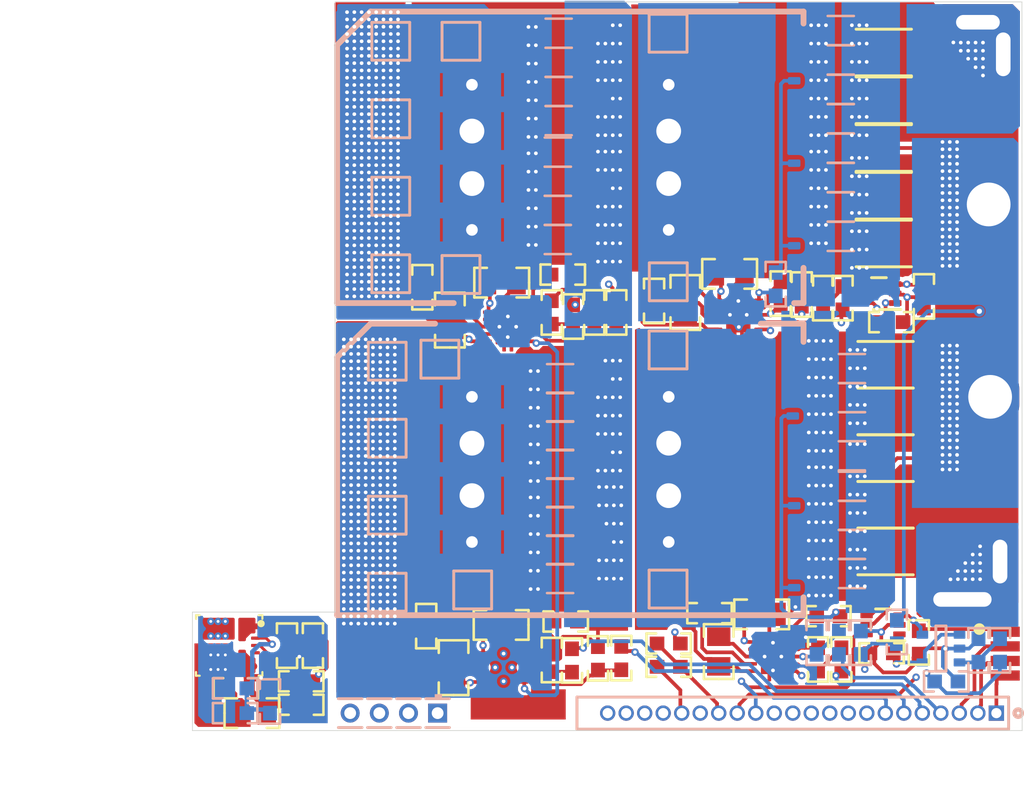
<source format=kicad_pcb>
(kicad_pcb (version 20240108) (generator "pcbnew") (generator_version "8.0")
  (layers (0 "F.Cu" signal "Top Layer") (1 "In1.Cu" signal "Layer 1") (2 "In2.Cu" signal "Layer 3") (3 "In3.Cu" signal "Layer 4") (4 "In4.Cu" signal "Layer 2") (31 "B.Cu" signal "Bottom Layer") (34 "B.Paste" user "Bottom Paste") (35 "F.Paste" user "Top Paste") (36 "B.SilkS" user "Bottom Overlay") (37 "F.SilkS" user "Top Overlay") (38 "B.Mask" user "Bottom Solder") (39 "F.Mask" user "Top Solder") (44 "Edge.Cuts" user))
  (net 0 "")
  (net 1 "NetR1_2")
  (net 2 "NetC51_2")
  (net 3 "12Vs")
  (net 4 "NetR118_1")
  (net 5 "NetC48_2")
  (net 6 "NetC47_2")
  (net 7 "NetC46_2")
  (net 8 "NetC45_2")
  (net 9 "NetC44_1")
  (net 10 "NetC43_1")
  (net 11 "NetC24_2")
  (net 12 "NetC23_2")
  (net 13 "NetC22_2")
  (net 14 "NetC21_2")
  (net 15 "NetC20_1")
  (net 16 "NetC19_1")
  (net 17 "PB_VSEC")
  (net 18 "PB_VPRI")
  (net 19 "PB_URAT2_TX")
  (net 20 "PB_URAT2_RX")
  (net 21 "PB_ISEC2")
  (net 22 "PB_ISEC1")
  (net 23 "PB_CT2-")
  (net 24 "PB_CT2+")
  (net 25 "PB_CT1-")
  (net 26 "PB_CT1+")
  (net 27 "PB_3V3-s")
  (net 28 "VDD")
  (net 29 "12Vout")
  (net 30 "SR2_BL")
  (net 31 "SR2_BH")
  (net 32 "SR1_BL")
  (net 33 "SR1_BH")
  (net 34 "Vref")
  (net 35 "VG_SR2_BL")
  (net 36 "VG_SR2_BH")
  (net 37 "VG_SR2_AL")
  (net 38 "VG_SR2_AH")
  (net 39 "VG_SR1_BL")
  (net 40 "VG_SR1_BH")
  (net 41 "VG_SR1_AL")
  (net 42 "VG_SR1_AH")
  (net 43 "V0-out")
  (net 44 "SR2_AL")
  (net 45 "SR2_AH")
  (net 46 "SR1_AL")
  (net 47 "SR1_AH")
  (net 48 "NetR23_2")
  (net 49 "NetQ26_4")
  (net 50 "NetQ18_4")
  (net 51 "NetQ10_4")
  (net 52 "NetQ2_4")
  (net 53 "NetQ25_4")
  (net 54 "NetQ17_4")
  (net 55 "NetQ9_4")
  (net 56 "NetQ1_4")
  (net 57 "LV_SW2B")
  (net 58 "LV_SW2A")
  (net 59 "LV_SW1B")
  (net 60 "LV_SW1A")
  (net 61 "PB_AGND-s")
  (net 62 "12Vo_B")
  (net 63 "12Vo_A")
  (footprint "Vault:0805_HV" (layer "F.Cu") (at 156.147035 124.580555 -90)
    (property "Reference" "C44" (hide yes))
    (property "Value" "C2012X7R1V475K125AC" (hide yes))
  )
  (footprint "Vault:0805_HV" (layer "F.Cu") (at 137.700735 101.837305 -90)
    (property "Reference" "C19" (hide yes))
    (property "Value" "C2012X7R1V475K125AC" (hide yes))
  )
  (footprint "Vault:0603" (layer "F.Cu") (at 167.323125 124.696605)
    (property "Reference" "C56" (hide yes))
    (property "Value" "C1608X7R1E104K080AA" (hide yes))
  )
  (footprint "Vault:0805_HV" (layer "F.Cu") (at 153.855245 100.632305 -90)
    (property "Reference" "C20" (hide yes))
    (property "Value" "C2012X7R1V475K125AC" (hide yes))
  )
  (footprint "" (layer "F.Cu") (at 174.766735 107.103665)
    (property "Reference" "")
    (property "Value" "")
  )
  (footprint "" (layer "F.Cu") (at 173.929845 81.403605)
    (property "Reference" "")
    (property "Value" "")
  )
  (footprint "Vault:2512" (layer "F.Cu") (at 167.592075 108.104625 180)
    (property "Reference" "R97" (hide yes))
    (property "Value" "CSNL2512FTL500" (hide yes))
  )
  (footprint "Vault:0805_HV" (layer "F.Cu") (at 141.256735 99.269595)
    (property "Reference" "C17" (hide yes))
    (property "Value" "C2012X7R1V475K125AC" (hide yes))
  )
  (footprint "Vault:0603" (layer "F.Cu") (at 127.502735 128.225595 180)
    (property "Reference" "R2" (hide yes))
    (property "Value" "CRCW060320K0JNEA" (hide yes))
  )
  (footprint "Vault:0603" (layer "F.Cu") (at 144.688975 101.313205 -90)
    (property "Reference" "C21" (hide yes))
    (property "Value" "CGA3E2C0G1H101J080AA" (hide yes))
  )
  (footprint "Vault:DRC0010J" (layer "F.Cu") (at 141.672595 102.294675)
    (property "Reference" "U10" (hide yes))
    (property "Value" "UCC27282DRCR" (hide yes))
  )
  (footprint "Vault:DNK0008A" (layer "F.Cu") (at 145.029905 83.079065 180)
    (property "Reference" "Q13" (hide yes))
    (property "Value" "CSD17573Q5B" (hide yes))
  )
  (footprint "Vault:DNK0008A" (layer "F.Cu") (at 159.562865 112.251505)
    (property "Reference" "Q24" (hide yes))
    (property "Value" "CSD17573Q5B" (hide yes))
  )
  (footprint "Vault:DNK0008A" (layer "F.Cu") (at 159.562865 106.561675)
    (property "Reference" "Q18" (hide yes))
    (property "Value" "CSD17573Q5B" (hide yes))
  )
  (footprint "Vault:0603" (layer "F.Cu") (at 160.394475 100.021305 -90)
    (property "Reference" "C23" (hide yes))
    (property "Value" "CGA3E2C0G1H101J080AA" (hide yes))
  )
  (footprint "Vault:0603" (layer "F.Cu") (at 147.606065 101.313205 -90)
    (property "Reference" "C22" (hide yes))
    (property "Value" "CGA3E2C0G1H101J080AA" (hide yes))
  )
  (footprint "Vault:DRC0010J" (layer "F.Cu") (at 141.386735 125.669605)
    (property "Reference" "U3" (hide yes))
    (property "Value" "UCC27282DRCR" (hide yes))
  )
  (footprint "" (layer "F.Cu") (at 175.666735 83.603595)
    (property "Reference" "")
    (property "Value" "")
  )
  (footprint "Vault:DNK0008A" (layer "F.Cu") (at 133.243045 118.092115 180)
    (property "Reference" "Q17" (hide yes))
    (property "Value" "CSD17573Q5B" (hide yes))
  )
  (footprint "Vault:0603" (layer "F.Cu") (at 146.153125 101.593785 -90)
    (property "Reference" "R47" (hide yes))
    (property "Value" "RC0603FR-07100RL" (hide yes))
  )
  (footprint "Vault:DNK0008A" (layer "F.Cu") (at 133.243045 107.180755 180)
    (property "Reference" "Q21" (hide yes))
    (property "Value" "CSD17573Q5B" (hide yes))
  )
  (footprint "Vault:0603" (layer "F.Cu") (at 164.562995 125.121455 90)
    (property "Reference" "R86" (hide yes))
    (property "Value" "RC0603FR-07100RL" (hide yes))
  )
  (footprint "Vault:0805_HV" (layer "F.Cu") (at 137.954735 125.685595 -90)
    (property "Reference" "C43" (hide yes))
    (property "Value" "C2012X7R1V475K125AC" (hide yes))
  )
  (footprint "Vault:DNK0008A" (layer "F.Cu") (at 133.243045 112.636435 180)
    (property "Reference" "Q23" (hide yes))
    (property "Value" "CSD17573Q5B" (hide yes))
  )
  (footprint "Vault:DNK0008A" (layer "F.Cu") (at 144.947995 107.291115 180)
    (property "Reference" "Q25" (hide yes))
    (property "Value" "CSD17573Q5B" (hide yes))
  )
  (footprint "Vault:0603" (layer "F.Cu") (at 136.078125 122.835115 90)
    (property "Reference" "R58" (hide yes))
    (property "Value" "ERJ-3RQF2R2V" (hide yes))
  )
  (footprint "Vault:0603" (layer "F.Cu") (at 128.302735 124.175505 -90)
    (property "Reference" "C6" (hide yes))
    (property "Value" "C0603C104K5RACTU" (hide yes))
  )
  (footprint "Vault:DRC0010J" (layer "F.Cu") (at 159.868735 124.923595)
    (property "Reference" "U4" (hide yes))
    (property "Value" "UCC27282DRCR" (hide yes))
  )
  (footprint "Vault:0805_HV" (layer "F.Cu") (at 141.216705 122.753655)
    (property "Reference" "C41" (hide yes))
    (property "Value" "C2012X7R1V475K125AC" (hide yes))
  )
  (footprint "Vault:DCK0006A_N" (layer "F.Cu") (at 167.418175 122.748605 180)
    (property "Reference" "U6" (hide yes))
    (property "Value" "INA210BIDCKR" (hide yes))
  )
  (footprint "Vault:0603" (layer "F.Cu") (at 146.078245 125.191115 -90)
    (property "Reference" "R87" (hide yes))
    (property "Value" "RC0603FR-07100RL" (hide yes))
  )
  (footprint "Vault:DNK0008A" (layer "F.Cu") (at 144.947995 112.867555 180)
    (property "Reference" "Q27" (hide yes))
    (property "Value" "CSD17573Q5B" (hide yes))
  )
  (footprint "Vault:0603" (layer "F.Cu") (at 149.116525 101.313205 -90)
    (property "Reference" "R42" (hide yes))
    (property "Value" "RC0603FR-07100RL" (hide yes))
  )
  (footprint "Vault:0603" (layer "F.Cu") (at 151.712095 100.526725 90)
    (property "Reference" "R34" (hide yes))
    (property "Value" "ERJ-3RQF2R2V" (hide yes))
  )
  (footprint "Vault:0805_HV" (layer "F.Cu") (at 159.093735 122.028565)
    (property "Reference" "C42" (hide yes))
    (property "Value" "C2012X7R1V475K125AC" (hide yes))
  )
  (footprint "Vault:2512" (layer "F.Cu") (at 167.592075 104.902095 180)
    (property "Reference" "R94" (hide yes))
    (property "Value" "CSNL2512FTL500" (hide yes))
  )
  (footprint "Vault:0805_HV" (layer "F.Cu") (at 124.120165 128.803605)
    (property "Reference" "C2" (hide yes))
    (property "Value" "GRM21BC81C226ME44L" (hide yes))
  )
  (footprint "Vault:0603" (layer "F.Cu") (at 145.446325 98.716485)
    (property "Reference" "R36" (hide yes))
    (property "Value" "ERJ-3RQF2R2V" (hide yes))
  )
  (footprint "C__ProgramData_Altium_Altium Designer {013AC3C4-0DFD-4E86-9742-25B14AFE1442}_VaultsFileCache_9b6ebf1f96f136430ee31d5d36ea65f5_Released_0603.PcbLib:0603" (layer "F.Cu") (at 145.649515 122.519565)
    (property "Reference" "R62" (hide yes))
    (property "Value" "ERJ-3RQF1R0V" (hide yes))
  )
  (footprint "Vault:0603" (layer "F.Cu") (at 161.841075 100.084575 90)
    (property "Reference" "R49" (hide yes))
    (property "Value" "RC0603FR-07100RL" (hide yes))
  )
  (footprint "Vault:0603" (layer "F.Cu") (at 163.308425 100.333365 -90)
    (property "Reference" "C24" (hide yes))
    (property "Value" "CGA3E2C0G1H101J080AA" (hide yes))
  )
  (footprint "Vault:DNK0008A" (layer "F.Cu") (at 145.029905 88.931955 180)
    (property "Reference" "Q15" (hide yes))
    (property "Value" "CSD17573Q5B" (hide yes))
  )
  (footprint "Vault:DNK0008A" (layer "F.Cu") (at 158.972735 83.323465)
    (property "Reference" "Q4" (hide yes))
    (property "Value" "CSD17573Q5B" (hide yes))
  )
  (footprint "Vault:0603" (layer "F.Cu") (at 127.502735 126.619605 180)
    (property "Reference" "R1" (hide yes))
    (property "Value" "CRCW060330K0JNEA" (hide yes))
  )
  (footprint "C__ProgramData_Altium_Altium Designer {013AC3C4-0DFD-4E86-9742-25B14AFE1442}_VaultsFileCache_9b6ebf1f96f136430ee31d5d36ea65f5_Released_0603.PcbLib:0603" (layer "F.Cu") (at 170.221915 100.213105 -90)
    (property "Reference" "C49" (hide yes))
    (property "Value" "C1608X7R1E104K080AA" (hide yes))
  )
  (footprint "Vault:DNK0008A" (layer "F.Cu") (at 159.562865 117.901595)
    (property "Reference" "Q22" (hide yes))
    (property "Value" "CSD17573Q5B" (hide yes))
  )
  (footprint "Vault:2512" (layer "F.Cu") (at 167.469645 93.306405 180)
    (property "Reference" "R92" (hide yes))
    (property "Value" "CSNL2512FTL500" (hide yes))
  )
  (footprint "Vault:0603" (layer "F.Cu") (at 152.714145 125.624395 180)
    (property "Reference" "C54" (hide yes))
    (property "Value" "C0603C471K5RACTU" (hide yes))
  )
  (footprint "Vault:DNK0008A" (layer "F.Cu") (at 133.243045 95.177235 180)
    (property "Reference" "Q1" (hide yes))
    (property "Value" "CSD17573Q5B" (hide yes))
  )
  (footprint "C__ProgramData_Altium_Altium Designer {013AC3C4-0DFD-4E86-9742-25B14AFE1442}_VaultsFileCache_ccfdc1bd660a211a1c1d0f776aec3b5c_Released_2512.PcbLib:2512" (layer "F.Cu") (at 167.469645 83.479565 180)
    (property "Reference" "R108" (hide yes))
    (property "Value" "CSNL2512FTL500" (hide yes))
  )
  (footprint "" (layer "F.Cu") (at 175.447615 118.403605)
    (property "Reference" "")
    (property "Value" "")
  )
  (footprint "Vault:0603" (layer "F.Cu") (at 123.012795 127.098005)
    (property "Reference" "C1" (hide yes))
    (property "Value" "C0603C104K5RACTU" (hide yes))
  )
  (footprint "Vault:0603" (layer "F.Cu") (at 162.960425 125.121455 -90)
    (property "Reference" "C48" (hide yes))
    (property "Value" "CGA3E2C0G1H101J080AA" (hide yes))
  )
  (footprint "C__ProgramData_Altium_Altium Designer {013AC3C4-0DFD-4E86-9742-25B14AFE1442}_VaultsFileCache_ccfdc1bd660a211a1c1d0f776aec3b5c_Released_2512.PcbLib:2512" (layer "F.Cu") (at 167.592075 114.509695 180)
    (property "Reference" "R56" (hide yes))
    (property "Value" "CSNL2512FTL500" (hide yes))
  )
  (footprint "Vault:DNK0008A" (layer "F.Cu") (at 145.039735 94.784845 180)
    (property "Reference" "Q9" (hide yes))
    (property "Value" "CSD17573Q5B" (hide yes))
  )
  (footprint "" (layer "F.Cu") (at 172.866735 121.003605)
    (property "Reference" "")
    (property "Value" "")
  )
  (footprint "Vault:0603" (layer "F.Cu") (at 126.524735 124.175505 -90)
    (property "Reference" "C5" (hide yes))
    (property "Value" "C1608X5R1E106M080AC" (hide yes))
  )
  (footprint "Vault:DNK0008A" (layer "F.Cu") (at 158.972735 88.963125)
    (property "Reference" "Q2" (hide yes))
    (property "Value" "CSD17573Q5B" (hide yes))
  )
  (footprint "C__ProgramData_Altium_Altium Designer {013AC3C4-0DFD-4E86-9742-25B14AFE1442}_VaultsFileCache_ccfdc1bd660a211a1c1d0f776aec3b5c_Released_2512.PcbLib:2512" (layer "F.Cu") (at 167.469645 86.755185 180)
    (property "Reference" "R26" (hide yes))
    (property "Value" "CSNL2512FTL500" (hide yes))
  )
  (footprint "Vault:2512" (layer "F.Cu") (at 167.469645 96.582015 180)
    (property "Reference" "R89" (hide yes))
    (property "Value" "CSNL2512FTL500" (hide yes))
  )
  (footprint "Vault:DNK0008A" (layer "F.Cu") (at 133.243045 89.403855 180)
    (property "Reference" "Q7" (hide yes))
    (property "Value" "CSD17573Q5B" (hide yes))
  )
  (footprint "Vault:0603" (layer "F.Cu") (at 164.642075 100.333365 90)
    (property "Reference" "R44" (hide yes))
    (property "Value" "RC0603FR-07100RL" (hide yes))
  )
  (footprint "C__ProgramData_Altium_Altium Designer {013AC3C4-0DFD-4E86-9742-25B14AFE1442}_VaultsFileCache_ccfdc1bd660a211a1c1d0f776aec3b5c_Released_2512.PcbLib:2512" (layer "F.Cu") (at 167.469645 90.030795 180)
    (property "Reference" "R29" (hide yes))
    (property "Value" "CSNL2512FTL500" (hide yes))
  )
  (footprint "Vault:DNK0008A" (layer "F.Cu") (at 133.243045 83.630485 180)
    (property "Reference" "Q5" (hide yes))
    (property "Value" "CSD17573Q5B" (hide yes))
  )
  (footprint "C__ProgramData_Altium_Altium Designer {013AC3C4-0DFD-4E86-9742-25B14AFE1442}_VaultsFileCache_ccfdc1bd660a211a1c1d0f776aec3b5c_Released_2512.PcbLib:2512" (layer "F.Cu") (at 167.592075 111.307165 180)
    (property "Reference" "R117" (hide yes))
    (property "Value" "CSNL2512FTL500" (hide yes))
  )
  (footprint "Vault:0603" (layer "F.Cu") (at 147.860735 125.047335 -90)
    (property "Reference" "C46" (hide yes))
    (property "Value" "CGA3E2C0G1H101J080AA" (hide yes))
  )
  (footprint "Vault:DNK0008A" (layer "F.Cu") (at 158.972735 94.602785)
    (property "Reference" "Q8" (hide yes))
    (property "Value" "CSD17573Q5B" (hide yes))
  )
  (footprint "Vault:DNK0008A" (layer "F.Cu") (at 144.947995 118.417825 180)
    (property "Reference" "Q31" (hide yes))
    (property "Value" "CSD17573Q5B" (hide yes))
  )
  (footprint "C__ProgramData_Altium_Altium Designer {013AC3C4-0DFD-4E86-9742-25B14AFE1442}_VaultsFileCache_9b6ebf1f96f136430ee31d5d36ea65f5_Released_0603.PcbLib:0603" (layer "F.Cu") (at 144.694995 125.161245 -90)
    (property "Reference" "C45" (hide yes))
    (property "Value" "CGA3E2C0G1H101J080AA" (hide yes))
  )
  (footprint "Altium Vault - TI:JAE_EDGE_CONN_503480-0400" (layer "F.Cu") (at 175.800735 124.723605 -90)
    (property "Reference" "P1" (hide yes))
    (property "Value" "EDGE_CONN_503480-0400" (hide yes))
  )
  (footprint "C__ProgramData_Altium_Altium Designer {013AC3C4-0DFD-4E86-9742-25B14AFE1442}_VaultsFileCache_ccfdc1bd660a211a1c1d0f776aec3b5c_Released_2512.PcbLib:2512" (layer "F.Cu") (at 167.592075 117.712225 180)
    (property "Reference" "R105" (hide yes))
    (property "Value" "CSNL2512FTL500" (hide yes))
  )
  (footprint "Vault:0603" (layer "F.Cu") (at 135.811795 99.584845 90)
    (property "Reference" "R31" (hide yes))
    (property "Value" "ERJ-3RQF2R2V" (hide yes))
  )
  (footprint "C__ProgramData_Altium_Altium Designer {013AC3C4-0DFD-4E86-9742-25B14AFE1442}_VaultsFileCache_9b6ebf1f96f136430ee31d5d36ea65f5_Released_0603.PcbLib:0603" (layer "F.Cu") (at 163.670235 122.152355)
    (property "Reference" "R63" (hide yes))
    (property "Value" "ERJ-3RQF1R0V" (hide yes))
  )
  (footprint "Vault:0805_HV" (layer "F.Cu") (at 156.894345 98.669605)
    (property "Reference" "C18" (hide yes))
    (property "Value" "C2012X7R1V475K125AC" (hide yes))
  )
  (footprint "C__ProgramData_Altium_Altium Designer {013AC3C4-0DFD-4E86-9742-25B14AFE1442}_VaultsFileCache_9b6ebf1f96f136430ee31d5d36ea65f5_Released_0603.PcbLib:0603" (layer "F.Cu") (at 167.994115 101.978645 180)
    (property "Reference" "C55" (hide yes))
    (property "Value" "C1608X7R1E104K080AA" (hide yes))
  )
  (footprint "Vault:RDX0007A-MFG" (layer "F.Cu") (at 122.460735 124.161595 -90)
    (property "Reference" "U1" (hide yes))
    (property "Value" "TPSM863252RDX" (hide yes))
  )
  (footprint "Vault:0603" (layer "F.Cu") (at 152.714145 124.028505 180)
    (property "Reference" "R98" (hide yes))
    (property "Value" "RC0603FR-07100RL" (hide yes))
  )
  (footprint "Vault:0603" (layer "F.Cu") (at 149.459355 125.029955 -90)
    (property "Reference" "R67" (hide yes))
    (property "Value" "RC0603FR-07100RL" (hide yes))
  )
  (footprint "" (layer "F.Cu") (at 174.666735 93.903605)
    (property "Reference" "")
    (property "Value" "")
  )
  (footprint "C__ProgramData_Altium_Altium Designer {013AC3C4-0DFD-4E86-9742-25B14AFE1442}_VaultsFileCache_9b6ebf1f96f136430ee31d5d36ea65f5_Released_0603.PcbLib:0603" (layer "F.Cu") (at 155.513435 121.944925)
    (property "Reference" "R59" (hide yes))
    (property "Value" "ERJ-3RQF2R2V" (hide yes))
  )
  (footprint "Vault:DRC0010J" (layer "F.Cu") (at 157.491545 101.476725)
    (property "Reference" "U2" (hide yes))
    (property "Value" "UCC27282DRCR" (hide yes))
  )
  (footprint "Vault:0603" (layer "F.Cu") (at 169.873915 123.953255 -90)
    (property "Reference" "C50" (hide yes))
    (property "Value" "C1608X7R1E104K080AA" (hide yes))
  )
  (footprint "Vault:DCK0006A_N" (layer "F.Cu") (at 167.135125 100.019475 180)
    (property "Reference" "U5" (hide yes))
    (property "Value" "INA210BIDCKR" (hide yes))
  )
  (footprint "Vault:0603" (layer "B.Cu") (at 122.968735 127.104675 180)
    (property "Reference" "R3" (hide yes))
    (property "Value" "RC0603FR-07220KL" (hide yes))
  )
  (footprint "Vault:DNK0008A" (layer "B.Cu") (at 158.502735 83.513835 180)
    (property "Reference" "Q12" (hide yes))
    (property "Value" "CSD17573Q5B" (hide yes))
  )
  (footprint "Vault:1206_190" (layer "B.Cu") (at 165.284695 105.166075 180)
    (property "Reference" "C33" (hide yes))
    (property "Value" "GMK316AB7106KL-TR" (hide yes))
  )
  (footprint "PMP41017_Misc.PcbLib:Copper 2x2" (layer "B.Cu") (at 133.398735 115.225505 180)
    (property "Reference" "MP12" (hide yes))
    (property "Value" "2mmx2mm copper" (hide yes))
  )
  (footprint "PMP41017_Misc.PcbLib:Copper 2x2" (layer "B.Cu") (at 133.398735 104.660785 180)
    (property "Reference" "MP9" (hide yes))
    (property "Value" "2mmx2mm copper" (hide yes))
  )
  (footprint "Vault:DNK0008A" (layer "B.Cu") (at 158.501735 118.291455 180)
    (property "Reference" "Q30" (hide yes))
    (property "Value" "CSD17573Q5B" (hide yes))
  )
  (footprint "Vault:1206_190" (layer "B.Cu") (at 165.284695 113.245055 180)
    (property "Reference" "C37" (hide yes))
    (property "Value" "GMK316AB7106KL-TR" (hide yes))
  )
  (footprint "Vault:0603" (layer "B.Cu") (at 164.393245 123.973595 90)
    (property "Reference" "R88" (hide yes))
    (property "Value" "RC0603FR-07100RL" (hide yes))
  )
  (footprint "Vault:0603" (layer "B.Cu") (at 122.968735 128.803605)
    (property "Reference" "C51" (hide yes))
    (property "Value" "GRM1885C2A330JA01D" (hide yes))
  )
  (footprint "Cyntec.PcbLib:86H-22072" (layer "B.Cu") (at 145.964145 112.083665 180)
    (property "Reference" "TRAN2" (hide yes))
    (property "Value" "PQ32" (hide yes))
  )
  (footprint "Vault:1206_190" (layer "B.Cu") (at 164.520515 92.060405 180)
    (property "Reference" "C14" (hide yes))
    (property "Value" "GMK316AB7106KL-TR" (hide yes))
  )
  (footprint "PMP41017_Misc.PcbLib:Copper 2x2" (layer "B.Cu") (at 133.644735 88.025125 180)
    (property "Reference" "MP1" (hide yes))
    (property "Value" "2mmx2mm copper" (hide yes))
  )
  (footprint "Vault:1206_190" (layer "B.Cu") (at 164.520515 83.989825 180)
    (property "Reference" "C10" (hide yes))
    (property "Value" "GMK316AB7106KL-TR" (hide yes))
  )
  (footprint "PMP41017_Misc.PcbLib:Copper 2x2" (layer "B.Cu") (at 133.644735 98.655515 180)
    (property "Reference" "MP6" (hide yes))
    (property "Value" "2mmx2mm copper" (hide yes))
  )
  (footprint "Vault:1206_190" (layer "B.Cu") (at 145.264255 107.815995)
    (property "Reference" "C26" (hide yes))
    (property "Value" "GMK316AB7106KL-TR" (hide yes))
  )
  (footprint "Cyntec.PcbLib:86H-22072" (layer "B.Cu") (at 145.964145 90.670135 180)
    (property "Reference" "TRAN1" (hide yes))
    (property "Value" "PQ32" (hide yes))
  )
  (footprint "Vault:1206_190" (layer "B.Cu") (at 165.284695 109.152915 180)
    (property "Reference" "C35" (hide yes))
    (property "Value" "GMK316AB7106KL-TR" (hide yes))
  )
  (footprint "Vault:1206_190" (layer "B.Cu") (at 164.520515 81.972185 180)
    (property "Reference" "C9" (hide yes))
    (property "Value" "GMK316AB7106KL-TR" (hide yes))
  )
  (footprint "C__ProgramData_Altium_Altium Designer {013AC3C4-0DFD-4E86-9742-25B14AFE1442}_VaultsFileCache_9b6ebf1f96f136430ee31d5d36ea65f5_Released_0603.PcbLib:0603" (layer "B.Cu") (at 175.447615 124.500945 -90)
    (property "Reference" "R118" (hide yes))
    (property "Value" "RC0603FR-075K1L" (hide yes))
  )
  (footprint "Vault:1206_190" (layer "B.Cu") (at 165.284695 111.146335 180)
    (property "Reference" "C36" (hide yes))
    (property "Value" "GMK316AB7106KL-TR" (hide yes))
  )
  (footprint "PMP41017_Misc.PcbLib:Copper 2x2" (layer "B.Cu") (at 138.462735 98.709935 180)
    (property "Reference" "MP5" (hide yes))
    (property "Value" "2mmx2mm copper" (hide yes))
  )
  (footprint "Vault:1206_190" (layer "B.Cu") (at 145.164505 82.156245)
    (property "Reference" "C101" (hide yes))
    (property "Value" "GMK316AB7106KL-TR" (hide yes))
  )
  (footprint "Vault:DNK0008A" (layer "B.Cu") (at 158.501735 89.169595 180)
    (property "Reference" "Q10" (hide yes))
    (property "Value" "CSD17573Q5B" (hide yes))
  )
  (footprint "PMP41017_Misc.PcbLib:Copper 2x2" (layer "B.Cu") (at 138.462735 82.709935 180)
    (property "Reference" "MP2" (hide yes))
    (property "Value" "2mmx2mm copper" (hide yes))
  )
  (footprint "Vault:1206_190" (layer "B.Cu") (at 165.284695 115.238475 180)
    (property "Reference" "C38" (hide yes))
    (property "Value" "GMK316AB7106KL-TR" (hide yes))
  )
  (footprint "Vault:1206_190" (layer "B.Cu") (at 145.164505 88.152265)
    (property "Reference" "C4" (hide yes))
    (property "Value" "GMK316AB7106KL-TR" (hide yes))
  )
  (footprint "Vault:1206_190" (layer "B.Cu") (at 145.264255 109.774565)
    (property "Reference" "C27" (hide yes))
    (property "Value" "GMK316AB7106KL-TR" (hide yes))
  )
  (footprint "Vault:1206_190" (layer "B.Cu") (at 145.264255 113.691705)
    (property "Reference" "C29" (hide yes))
    (property "Value" "GMK316AB7106KL-TR" (hide yes))
  )
  (footprint "Vault:0603" (layer "B.Cu") (at 160.052735 99.375015 90)
    (property "Reference" "R39" (hide yes))
    (property "Value" "ERJ-3RQF2R2V" (hide yes))
  )
  (footprint "PMP41017_Misc.PcbLib:Copper 2x2" (layer "B.Cu") (at 152.670515 120.292275 180)
    (property "Reference" "MP16" (hide yes))
    (property "Value" "2mmx2mm copper" (hide yes))
  )
  (footprint "Vault:Samtec_PTT-104-01-x-S" (layer "B.Cu") (at 133.860375 128.803605 180)
    (property "Reference" "CSTs" (hide yes))
    (property "Value" "PTT-104-01-L-S" (hide yes))
  )
  (footprint "Vault:0603" (layer "B.Cu") (at 162.861865 123.973595 -90)
    (property "Reference" "C47" (hide yes))
    (property "Value" "CGA3E2C0G1H101J080AA" (hide yes))
  )
  (footprint "Vault:1206_190" (layer "B.Cu") (at 145.264255 111.733135)
    (property "Reference" "C28" (hide yes))
    (property "Value" "GMK316AB7106KL-TR" (hide yes))
  )
  (footprint "Vault:1206_190" (layer "B.Cu") (at 145.164505 86.153595)
    (property "Reference" "C103" (hide yes))
    (property "Value" "GMK316AB7106KL-TR" (hide yes))
  )
  (footprint "Vault:1206_190" (layer "B.Cu") (at 145.104855 94.312215)
    (property "Reference" "C7" (hide yes))
    (property "Value" "GMK316AB7106KL-TR" (hide yes))
  )
  (footprint "Vault:1206_190" (layer "B.Cu") (at 145.264255 115.650275)
    (property "Reference" "C30" (hide yes))
    (property "Value" "GMK316AB7106KL-TR" (hide yes))
  )
  (footprint "C__ProgramData_Altium_Altium Designer {013AC3C4-0DFD-4E86-9742-25B14AFE1442}_VaultsFileCache_9b6ebf1f96f136430ee31d5d36ea65f5_Released_0603.PcbLib:0603" (layer "B.Cu") (at 173.967575 124.500945 -90)
    (property "Reference" "R119" (hide yes))
    (property "Value" "RC0603FR-07100RL" (hide yes))
  )
  (footprint "C__ProgramData_Altium_Altium Designer {013AC3C4-0DFD-4E86-9742-25B14AFE1442}_VaultsFileCache_9b6ebf1f96f136430ee31d5d36ea65f5_Released_0603.PcbLib:0603" (layer "B.Cu") (at 171.759655 126.632605 180)
    (property "Reference" "C60" (hide yes))
    (property "Value" "C1608X7R1E104K080AA" (hide yes))
  )
  (footprint "PMP41017_Misc.PcbLib:Copper 2x2" (layer "B.Cu") (at 139.264515 120.352005 180)
    (property "Reference" "MP10" (hide yes))
    (property "Value" "2mmx2mm copper" (hide yes))
  )
  (footprint "Vault:0603" (layer "B.Cu") (at 125.358895 128.003605 -90)
    (property "Reference" "R5" (hide yes))
    (property "Value" "15K 0603" (hide yes))
  )
  (footprint "Vault:1206_190" (layer "B.Cu") (at 145.104855 96.310895)
    (property "Reference" "C8" (hide yes))
    (property "Value" "GMK316AB7106KL-TR" (hide yes))
  )
  (footprint "Vault:1206_190" (layer "B.Cu") (at 165.284695 107.159495 180)
    (property "Reference" "C34" (hide yes))
    (property "Value" "GMK316AB7106KL-TR" (hide yes))
  )
  (footprint "Vault:1206_190" (layer "B.Cu") (at 164.520515 96.095695 180)
    (property "Reference" "C16" (hide yes))
    (property "Value" "GMK316AB7106KL-TR" (hide yes))
  )
  (footprint "PMP41017_Misc.PcbLib:Copper 2x2" (layer "B.Cu") (at 133.398735 120.507865 180)
    (property "Reference" "MP11" (hide yes))
    (property "Value" "2mmx2mm copper" (hide yes))
  )
  (footprint "Vault:1206_190" (layer "B.Cu") (at 145.264255 119.567415)
    (property "Reference" "C32" (hide yes))
    (property "Value" "GMK316AB7106KL-TR" (hide yes))
  )
  (footprint "Vault:1206_190" (layer "B.Cu") (at 145.264255 105.857425)
    (property "Reference" "C25" (hide yes))
    (property "Value" "GMK316AB7106KL-TR" (hide yes))
  )
  (footprint "Vault:1206_190" (layer "B.Cu") (at 145.104855 92.313545)
    (property "Reference" "C137" (hide yes))
    (property "Value" "GMK316AB7106KL-TR" (hide yes))
  )
  (footprint "Vault:1206_190" (layer "B.Cu") (at 145.104855 90.314865)
    (property "Reference" "C106" (hide yes))
    (property "Value" "GMK316AB7106KL-TR" (hide yes))
  )
  (footprint "PMP41017_Misc.PcbLib:Copper 2x2" (layer "B.Cu") (at 133.644735 93.340325 180)
    (property "Reference" "MP4" (hide yes))
    (property "Value" "2mmx2mm copper" (hide yes))
  )
  (footprint "Vault:1206_190" (layer "B.Cu") (at 165.284695 119.225315 180)
    (property "Reference" "C40" (hide yes))
    (property "Value" "GMK316AB7106KL-TR" (hide yes))
  )
  (footprint "Vault:DNK0008A" (layer "B.Cu") (at 158.501735 112.668255 180)
    (property "Reference" "Q32" (hide yes))
    (property "Value" "CSD17573Q5B" (hide yes))
  )
  (footprint "C__ProgramData_Altium_Altium Designer {013AC3C4-0DFD-4E86-9742-25B14AFE1442}_VaultsFileCache_ff8ef0eefb19f7b4a6f1a72640693ef4_Released_DBV0005A_L.PcbLib:DBV0005A_L" (layer "B.Cu") (at 171.392025 124.374775 180)
    (property "Reference" "U20" (hide yes))
    (property "Value" "TS321IDBVR" (hide yes))
  )
  (footprint "Vault:1206_190" (layer "B.Cu") (at 164.520515 94.078045 180)
    (property "Reference" "C15" (hide yes))
    (property "Value" "GMK316AB7106KL-TR" (hide yes))
  )
  (footprint "Vault:1206_190" (layer "B.Cu") (at 164.520515 86.007475 180)
    (property "Reference" "C11" (hide yes))
    (property "Value" "GMK316AB7106KL-TR" (hide yes))
  )
  (footprint "PMP41017_Misc.PcbLib:Copper 2x2" (layer "B.Cu") (at 133.398735 109.943145 180)
    (property "Reference" "MP7" (hide yes))
    (property "Value" "2mmx2mm copper" (hide yes))
  )
  (footprint "Vault:1206_190" (layer "B.Cu") (at 164.520515 88.025115 180)
    (property "Reference" "C12" (hide yes))
    (property "Value" "GMK316AB7106KL-TR" (hide yes))
  )
  (footprint "PMP41017_Misc.PcbLib:Copper 2x2" (layer "B.Cu") (at 133.644735 82.709935 180)
    (property "Reference" "MP3" (hide yes))
    (property "Value" "2mmx2mm copper" (hide yes))
  )
  (footprint "PMP41017_Misc.PcbLib:Copper 2x2" (layer "B.Cu") (at 152.670515 82.156245 180)
    (property "Reference" "MP13" (hide yes))
    (property "Value" "2mmx2mm copper" (hide yes))
  )
  (footprint "Vault:1206_190" (layer "B.Cu") (at 164.520515 90.042765 180)
    (property "Reference" "C13" (hide yes))
    (property "Value" "GMK316AB7106KL-TR" (hide yes))
  )
  (footprint "Vault:0603" (layer "B.Cu") (at 165.894735 123.973595 -90)
    (property "Reference" "R23" (hide yes))
    (property "Value" "RC0603FR-075K1L" (hide yes))
  )
  (footprint "Vault:1206_190" (layer "B.Cu") (at 165.284695 117.231895 180)
    (property "Reference" "C39" (hide yes))
    (property "Value" "GMK316AB7106KL-TR" (hide yes))
  )
  (footprint "PMP41017_Misc.PcbLib:Copper 2x2" (layer "B.Cu") (at 137.014145 104.520155 180)
    (property "Reference" "MP8" (hide yes))
    (property "Value" "2mmx2mm copper" (hide yes))
  )
  (footprint "Vault:1206_190" (layer "B.Cu") (at 145.264255 117.608845)
    (property "Reference" "C31" (hide yes))
    (property "Value" "GMK316AB7106KL-TR" (hide yes))
  )
  (footprint "PMP41017_Misc.PcbLib:Copper 2x2" (layer "B.Cu") (at 152.670515 103.885415 180)
    (property "Reference" "MP14" (hide yes))
    (property "Value" "2mmx2mm copper" (hide yes))
  )
  (footprint "Vault:DNK0008A" (layer "B.Cu") (at 158.407035 106.512965 180)
    (property "Reference" "Q26" (hide yes))
    (property "Value" "CSD17573Q5B" (hide yes))
  )
  (footprint "Vault:DNK0008A" (layer "B.Cu") (at 158.501735 94.832255 180)
    (property "Reference" "Q16" (hide yes))
    (property "Value" "CSD17573Q5B" (hide yes))
  )
  (footprint "Vault:0603" (layer "B.Cu") (at 168.369605 123.236335 -90)
    (property "Reference" "R96" (hide yes))
    (property "Value" "RC0603FR-0720KL" (hide yes))
  )
  (footprint "Vault:1206_190" (layer "B.Cu") (at 145.164505 84.154915)
    (property "Reference" "C102" (hide yes))
    (property "Value" "GMK316AB7106KL-TR" (hide yes))
  )
  (footprint "Server1600-Local.PcbLib:M52-5012345" (layer "B.Cu") (at 175.197035 128.803605 180)
    (property "Reference" "J7" (hide yes))
    (property "Value" "M52-5002345" (hide yes))
  )
  (footprint "PMP41017_Misc.PcbLib:Copper 2x2" (layer "B.Cu") (at 152.685385 99.209935 180)
    (property "Reference" "MP15" (hide yes))
    (property "Value" "2mmx2mm copper" (hide yes))
  )
  (gr_line (start 129.826735 121.875595) (end 120.035465 121.875595) (stroke (width 0.05)) (layer "Edge.Cuts"))
  (gr_line (start 176.966735 130.003595) (end 176.946905 80.003605) (stroke (width 0.05)) (layer "Edge.Cuts"))
  (gr_line (start 120.035465 121.875595) (end 120.035465 130.003595) (stroke (width 0.05)) (layer "Edge.Cuts"))
  (gr_line (start 129.826735 80.003605) (end 129.826735 121.875595) (stroke (width 0.05)) (layer "Edge.Cuts"))
  (gr_line (start 120.035465 130.003595) (end 176.966735 130.003595) (stroke (width 0.05)) (layer "Edge.Cuts"))
  (gr_line (start 176.946905 80.003605) (end 129.826735 80.003605) (stroke (width 0.05)) (layer "Edge.Cuts"))
  (via (at 121.795735 122.511605) (size 0.5) (drill 0.2) (layers "F.Cu" "B.Cu") (net 0))
  (via (at 122.295735 122.511605) (size 0.5) (drill 0.2) (layers "F.Cu" "B.Cu") (net 0))
  (via (at 121.295735 123.511595) (size 0.5) (drill 0.2) (layers "F.Cu" "B.Cu") (net 0))
  (via (at 121.295735 122.511605) (size 0.5) (drill 0.2) (layers "F.Cu" "B.Cu") (net 0))
  (via (at 122.295735 123.511595) (size 0.5) (drill 0.2) (layers "F.Cu" "B.Cu") (net 0))
  (via (at 121.795735 123.511595) (size 0.5) (drill 0.2) (layers "F.Cu" "B.Cu") (net 0))
  (segment (start 126.346305 126.263165) (end 126.702735 126.619605) (width 0.2) (layer "F.Cu") (net 1))
  (segment (start 125.358895 125.562155) (end 125.358895 124.854495) (width 0.2) (layer "F.Cu") (net 1))
  (segment (start 127.902735 127.850595) (end 128.277735 128.225595) (width 0.2) (layer "F.Cu") (net 1))
  (segment (start 125.358895 125.562155) (end 126.059905 126.263165) (width 0.2) (layer "F.Cu") (net 1))
  (segment (start 127.902735 127.850595) (end 127.902735 127.819595) (width 0.2) (layer "F.Cu") (net 1))
  (segment (start 127.102745 127.019605) (end 127.902735 127.819595) (width 0.2) (layer "F.Cu") (net 1))
  (segment (start 128.277735 128.225595) (end 128.302735 128.225595) (width 0.2) (layer "F.Cu") (net 1))
  (segment (start 124.370735 124.171595) (end 124.676005 124.171595) (width 0.2) (layer "F.Cu") (net 1))
  (segment (start 127.102745 127.019605) (end 127.102745 126.994605) (width 0.2) (layer "F.Cu") (net 1))
  (segment (start 126.727735 126.619605) (end 127.102745 126.994605) (width 0.2) (layer "F.Cu") (net 1))
  (segment (start 124.676005 124.171595) (end 125.358895 124.854495) (width 0.2) (layer "F.Cu") (net 1))
  (segment (start 126.059905 126.263165) (end 126.346305 126.263165) (width 0.2) (layer "F.Cu") (net 1))
  (segment (start 124.360735 124.161595) (end 124.370735 124.171595) (width 0.2) (layer "F.Cu") (net 1))
  (segment (start 125.093075 123.661605) (end 125.508735 124.077255) (width 0.2) (layer "F.Cu") (net 2))
  (segment (start 124.360735 123.661605) (end 125.093075 123.661605) (width 0.2) (layer "F.Cu") (net 2))
  (via (at 125.508735 124.077255) (size 0.508) (drill 0.254) (layers "F.Cu" "B.Cu") (net 2))
  (segment (start 123.793735 127.104675) (end 124.118745 126.779675) (width 0.3) (layer "B.Cu") (net 2))
  (segment (start 123.768735 127.104685) (end 123.768735 127.104675) (width 0.3) (layer "B.Cu") (net 2))
  (segment (start 124.142735 124.595295) (end 124.660775 124.077255) (width 0.3) (layer "B.Cu") (net 2))
  (segment (start 124.118745 126.627935) (end 124.142735 126.603935) (width 0.3) (layer "B.Cu") (net 2))
  (segment (start 124.118745 126.779675) (end 124.118745 126.627935) (width 0.3) (layer "B.Cu") (net 2))
  (segment (start 125.508735 124.111075) (end 125.508735 124.077255) (width 0.2) (layer "B.Cu") (net 2))
  (segment (start 123.768735 127.104675) (end 123.793735 127.104675) (width 0.3) (layer "B.Cu") (net 2))
  (segment (start 123.768735 128.803605) (end 123.768735 127.104685) (width 0.3) (layer "B.Cu") (net 2))
  (segment (start 124.019325 128.553015) (end 125.358895 128.553015) (width 0.3) (layer "B.Cu") (net 2))
  (segment (start 125.358895 128.803605) (end 125.358895 128.778605) (width 0.2) (layer "B.Cu") (net 2))
  (segment (start 123.768735 128.803605) (end 124.019325 128.553015) (width 0.3) (layer "B.Cu") (net 2))
  (segment (start 124.142735 126.603935) (end 124.142735 124.595295) (width 0.3) (layer "B.Cu") (net 2))
  (segment (start 124.660775 124.077255) (end 125.508735 124.077255) (width 0.3) (layer "B.Cu") (net 2))
  (segment (start 125.733895 128.403605) (end 125.758895 128.403605) (width 0.2) (layer "B.Cu") (net 2))
  (segment (start 125.358895 128.778605) (end 125.733895 128.403605) (width 0.2) (layer "B.Cu") (net 2))
  (segment (start 128.075285 123.148055) (end 128.302735 123.375505) (width 0.4) (layer "F.Cu") (net 3))
  (segment (start 128.577735 123.675515) (end 128.943425 123.675515) (width 0.4) (layer "F.Cu") (net 3))
  (segment (start 126.556925 123.368325) (end 126.777195 123.148055) (width 0.4) (layer "F.Cu") (net 3))
  (segment (start 128.702735 126.136095) (end 128.702735 126.116195) (width 0.4) (layer "F.Cu") (net 3))
  (segment (start 126.421085 123.246855) (end 126.549735 123.375505) (width 0.2) (layer "F.Cu") (net 3))
  (segment (start 128.702735 126.219605) (end 128.702735 126.136095) (width 0.2) (layer "F.Cu") (net 3))
  (segment (start 128.302735 126.619605) (end 128.702735 126.219605) (width 0.2) (layer "F.Cu") (net 3))
  (segment (start 123.773235 122.849105) (end 126.023335 122.849105) (width 0.4) (layer "F.Cu") (net 3))
  (segment (start 128.677735 123.775505) (end 128.702735 123.775505) (width 0.2) (layer "F.Cu") (net 3))
  (segment (start 128.943425 123.675515) (end 129.177735 123.909825) (width 0.4) (layer "F.Cu") (net 3))
  (segment (start 126.023335 122.849105) (end 126.421085 123.246855) (width 0.4) (layer "F.Cu") (net 3))
  (segment (start 126.777195 123.148055) (end 128.075285 123.148055) (width 0.4) (layer "F.Cu") (net 3))
  (segment (start 128.397335 123.495105) (end 128.677735 123.775505) (width 0.2) (layer "F.Cu") (net 3))
  (segment (start 126.149735 123.775505) (end 126.524735 123.400505) (width 0.2) (layer "F.Cu") (net 3))
  (segment (start 128.702735 126.116195) (end 129.177735 125.641195) (width 0.4) (layer "F.Cu") (net 3))
  (segment (start 128.302735 123.400505) (end 128.577735 123.675515) (width 0.4) (layer "F.Cu") (net 3))
  (segment (start 128.302735 123.400505) (end 128.302735 123.375505) (width 0.4) (layer "F.Cu") (net 3))
  (segment (start 128.302735 123.400505) (end 128.397335 123.495105) (width 0.2) (layer "F.Cu") (net 3))
  (segment (start 126.549735 123.375505) (end 126.556925 123.368325) (width 0.2) (layer "F.Cu") (net 3))
  (segment (start 126.524735 123.400505) (end 126.524735 123.375505) (width 0.2) (layer "F.Cu") (net 3))
  (segment (start 129.177735 125.641195) (end 129.177735 123.909825) (width 0.4) (layer "F.Cu") (net 3))
  (via (at 128.702735 126.136095) (size 0.508) (drill 0.254) (layers "F.Cu" "B.Cu") (net 3))
  (segment (start 173.967575 125.324775) (end 174.315575 124.976765) (width 0.254) (layer "B.Cu") (net 4))
  (segment (start 174.315575 124.976765) (end 174.315575 124.832985) (width 0.254) (layer "B.Cu") (net 4))
  (segment (start 175.369215 123.700945) (end 175.369215 123.675945) (width 0.254) (layer "B.Cu") (net 4))
  (segment (start 175.099615 124.073945) (end 175.195215 123.978355) (width 0.254) (layer "B.Cu") (net 4))
  (segment (start 175.074615 124.073945) (end 175.099615 124.073945) (width 0.254) (layer "B.Cu") (net 4))
  (segment (start 175.195215 123.978355) (end 175.447615 123.725945) (width 0.254) (layer "B.Cu") (net 4))
  (segment (start 174.315575 124.832985) (end 175.074615 124.073945) (width 0.254) (layer "B.Cu") (net 4))
  (segment (start 172.667035 125.324775) (end 173.967575 125.324775) (width 0.254) (layer "B.Cu") (net 4))
  (segment (start 175.447615 123.725945) (end 175.447615 123.700945) (width 0.254) (layer "B.Cu") (net 4))
  (segment (start 175.195215 123.978355) (end 175.195215 123.874945) (width 0.254) (layer "B.Cu") (net 4))
  (segment (start 175.195215 123.874945) (end 175.369215 123.700945) (width 0.254) (layer "B.Cu") (net 4))
  (segment (start 163.333425 125.548455) (end 164.146545 124.735345) (width 0.254) (layer "F.Cu") (net 5))
  (segment (start 161.288735 125.443605) (end 161.603475 125.443605) (width 0.2) (layer "F.Cu") (net 5))
  (segment (start 161.603475 125.443605) (end 161.738345 125.578465) (width 0.2) (layer "F.Cu") (net 5))
  (segment (start 162.642435 125.578465) (end 162.960425 125.896455) (width 0.2) (layer "F.Cu") (net 5))
  (segment (start 162.960425 125.896455) (end 163.308425 125.548455) (width 0.254) (layer "F.Cu") (net 5))
  (segment (start 162.960425 125.921455) (end 162.960425 125.896455) (width 0.2) (layer "F.Cu") (net 5))
  (segment (start 161.268735 125.423605) (end 161.288735 125.443605) (width 0.2) (layer "F.Cu") (net 5))
  (segment (start 163.308425 125.548455) (end 163.333425 125.548455) (width 0.254) (layer "F.Cu") (net 5))
  (segment (start 161.738345 125.578465) (end 162.642435 125.578465) (width 0.2) (layer "F.Cu") (net 5))
  (segment (start 161.268735 124.923595) (end 161.923655 124.923595) (width 0.254) (layer "F.Cu") (net 6))
  (via (at 161.923655 124.923595) (size 0.508) (drill 0.254) (layers "F.Cu" "B.Cu") (net 6))
  (segment (start 164.045245 123.590215) (end 164.045245 123.521605) (width 0.254) (layer "B.Cu") (net 6))
  (segment (start 163.234865 124.400595) (end 164.045245 123.590215) (width 0.254) (layer "B.Cu") (net 6))
  (segment (start 163.209865 124.400595) (end 163.234865 124.400595) (width 0.254) (layer "B.Cu") (net 6))
  (segment (start 162.861865 124.773595) (end 162.861865 124.748595) (width 0.254) (layer "B.Cu") (net 6))
  (segment (start 164.045245 123.521605) (end 164.393245 123.173605) (width 0.254) (layer "B.Cu") (net 6))
  (segment (start 162.861865 124.748595) (end 163.209865 124.400595) (width 0.254) (layer "B.Cu") (net 6))
  (segment (start 161.923655 124.923595) (end 162.711855 124.923595) (width 0.254) (layer "B.Cu") (net 6))
  (segment (start 162.711855 124.923595) (end 162.861865 124.773595) (width 0.254) (layer "B.Cu") (net 6))
  (segment (start 146.688685 126.818115) (end 147.286465 126.220335) (width 0.254) (layer "F.Cu") (net 7))
  (segment (start 147.286465 126.220335) (end 147.512735 126.220335) (width 0.254) (layer "F.Cu") (net 7))
  (segment (start 147.512735 126.220335) (end 147.860735 125.872335) (width 0.254) (layer "F.Cu") (net 7))
  (segment (start 144.114425 126.818115) (end 146.688685 126.818115) (width 0.254) (layer "F.Cu") (net 7))
  (segment (start 143.465905 126.169605) (end 144.114425 126.818115) (width 0.254) (layer "F.Cu") (net 7))
  (segment (start 147.860735 125.872335) (end 149.378525 125.872335) (width 0.254) (layer "F.Cu") (net 7))
  (segment (start 142.786735 126.169605) (end 143.465905 126.169605) (width 0.254) (layer "F.Cu") (net 7))
  (segment (start 144.532635 126.123605) (end 144.694995 125.961245) (width 0.2) (layer "F.Cu") (net 8))
  (segment (start 144.694995 125.938245) (end 146.025375 125.938245) (width 0.2) (layer "F.Cu") (net 8))
  (segment (start 146.025375 125.938245) (end 146.078245 125.991115) (width 0.2) (layer "F.Cu") (net 8))
  (segment (start 142.786735 125.669605) (end 144.403355 125.669605) (width 0.2) (layer "F.Cu") (net 8))
  (segment (start 144.403355 125.669605) (end 144.694995 125.961245) (width 0.2) (layer "F.Cu") (net 8))
  (segment (start 156.147035 123.564565) (end 156.626185 124.043715) (width 0.254) (layer "F.Cu") (net 9))
  (segment (start 157.133785 124.043715) (end 158.013665 124.923595) (width 0.254) (layer "F.Cu") (net 9))
  (segment (start 158.013665 124.923595) (end 158.468735 124.923595) (width 0.254) (layer "F.Cu") (net 9))
  (segment (start 156.626185 124.043715) (end 157.133785 124.043715) (width 0.254) (layer "F.Cu") (net 9))
  (segment (start 138.307965 125.022835) (end 138.987045 125.022835) (width 0.254) (layer "F.Cu") (net 10))
  (segment (start 137.954735 124.669605) (end 138.307965 125.022835) (width 0.254) (layer "F.Cu") (net 10))
  (segment (start 139.633815 125.669605) (end 139.986735 125.669605) (width 0.254) (layer "F.Cu") (net 10))
  (segment (start 137.954735 124.669605) (end 138.200735 124.423605) (width 0.254) (layer "F.Cu") (net 10))
  (segment (start 138.987045 125.022835) (end 139.633815 125.669605) (width 0.254) (layer "F.Cu") (net 10))
  (segment (start 161.600415 102.008025) (end 162.313505 102.008025) (width 0.254) (layer "F.Cu") (net 11))
  (segment (start 162.935425 101.386105) (end 162.960425 101.386105) (width 0.254) (layer "F.Cu") (net 11))
  (segment (start 163.656425 100.640105) (end 163.681425 100.640105) (width 0.254) (layer "F.Cu") (net 11))
  (segment (start 158.891545 101.976725) (end 161.569125 101.976725) (width 0.254) (layer "F.Cu") (net 11))
  (segment (start 164.294075 99.881365) (end 164.642075 99.533365) (width 0.254) (layer "F.Cu") (net 11))
  (segment (start 163.308425 101.038105) (end 163.308425 101.013105) (width 0.254) (layer "F.Cu") (net 11))
  (segment (start 162.960425 101.386105) (end 163.308425 101.038105) (width 0.254) (layer "F.Cu") (net 11))
  (segment (start 163.681425 100.640105) (end 164.294075 100.027455) (width 0.254) (layer "F.Cu") (net 11))
  (segment (start 162.313505 102.008025) (end 162.935425 101.386105) (width 0.254) (layer "F.Cu") (net 11))
  (segment (start 164.294075 100.027455) (end 164.294075 99.881365) (width 0.254) (layer "F.Cu") (net 11))
  (segment (start 163.308425 100.988105) (end 163.656425 100.640105) (width 0.254) (layer "F.Cu") (net 11))
  (segment (start 163.308425 101.013105) (end 163.308425 100.988105) (width 0.254) (layer "F.Cu") (net 11))
  (segment (start 161.569125 101.976725) (end 161.600415 102.008025) (width 0.254) (layer "F.Cu") (net 11))
  (segment (start 160.742475 100.448305) (end 160.767475 100.448305) (width 0.254) (layer "F.Cu") (net 12))
  (segment (start 158.891545 101.476725) (end 159.550985 101.476725) (width 0.254) (layer "F.Cu") (net 12))
  (segment (start 161.487775 99.029855) (end 161.512785 99.029855) (width 0.254) (layer "F.Cu") (net 12))
  (segment (start 159.550985 101.476725) (end 159.637025 101.390685) (width 0.254) (layer "F.Cu") (net 12))
  (segment (start 159.770165 101.390685) (end 159.966535 101.194305) (width 0.254) (layer "F.Cu") (net 12))
  (segment (start 160.046475 101.194305) (end 160.394475 100.846305) (width 0.254) (layer "F.Cu") (net 12))
  (segment (start 160.394475 100.846305) (end 160.394475 100.821305) (width 0.254) (layer "F.Cu") (net 12))
  (segment (start 160.394475 100.796305) (end 160.742475 100.448305) (width 0.254) (layer "F.Cu") (net 12))
  (segment (start 159.703595 101.390685) (end 159.770165 101.390685) (width 0.254) (layer "F.Cu") (net 12))
  (segment (start 159.637025 101.390685) (end 159.703595 101.390685) (width 0.254) (layer "F.Cu") (net 12))
  (segment (start 159.966535 101.194305) (end 160.046475 101.194305) (width 0.254) (layer "F.Cu") (net 12))
  (segment (start 161.493075 99.632575) (end 161.841075 99.284575) (width 0.254) (layer "F.Cu") (net 12))
  (segment (start 160.767475 100.448305) (end 161.493075 99.722705) (width 0.254) (layer "F.Cu") (net 12))
  (segment (start 161.493075 99.722705) (end 161.493075 99.632575) (width 0.254) (layer "F.Cu") (net 12))
  (segment (start 160.394475 100.821305) (end 160.394475 100.796305) (width 0.254) (layer "F.Cu") (net 12))
  (via (at 159.703595 101.390685) (size 0.508) (drill 0.254) (layers "F.Cu" "B.Cu") (net 12))
  (segment (start 146.955125 103.029225) (end 147.258065 102.726285) (width 0.254) (layer "F.Cu") (net 13))
  (segment (start 147.258065 102.461205) (end 147.606065 102.113205) (width 0.254) (layer "F.Cu") (net 13))
  (segment (start 147.606065 102.113205) (end 149.116525 102.113205) (width 0.254) (layer "F.Cu") (net 13))
  (segment (start 146.955125 103.029225) (end 146.955125 103.029225) (width 0.254) (layer "F.Cu") (net 13))
  (segment (start 143.932995 102.794675) (end 144.395165 103.256845) (width 0.254) (layer "F.Cu") (net 13))
  (segment (start 147.258065 102.726285) (end 147.258065 102.461205) (width 0.254) (layer "F.Cu") (net 13))
  (segment (start 144.395165 103.256845) (end 146.727505 103.256845) (width 0.254) (layer "F.Cu") (net 13))
  (segment (start 146.727505 103.256845) (end 146.955125 103.029225) (width 0.254) (layer "F.Cu") (net 13))
  (segment (start 143.072595 102.794675) (end 143.932995 102.794675) (width 0.254) (layer "F.Cu") (net 13))
  (segment (start 144.688975 102.113205) (end 146.153125 102.113205) (width 0.254) (layer "F.Cu") (net 14))
  (segment (start 143.072595 102.294675) (end 144.688975 102.294675) (width 0.254) (layer "F.Cu") (net 14))
  (segment (start 155.464545 101.202645) (end 155.464545 100.455425) (width 0.254) (layer "F.Cu") (net 15))
  (segment (start 154.117365 99.878435) (end 154.887555 99.878435) (width 0.254) (layer "F.Cu") (net 15))
  (segment (start 155.464545 101.202645) (end 155.738625 101.476725) (width 0.254) (layer "F.Cu") (net 15))
  (segment (start 155.738625 101.476725) (end 156.091545 101.476725) (width 0.254) (layer "F.Cu") (net 15))
  (segment (start 153.855245 99.616315) (end 154.117365 99.878435) (width 0.254) (layer "F.Cu") (net 15))
  (segment (start 154.887555 99.878435) (end 155.464545 100.455425) (width 0.254) (layer "F.Cu") (net 15))
  (segment (start 139.919675 102.294675) (end 140.272595 102.294675) (width 0.254) (layer "F.Cu") (net 16))
  (segment (start 137.987475 101.108045) (end 138.733045 101.108045) (width 0.254) (layer "F.Cu") (net 16))
  (segment (start 138.733045 101.108045) (end 139.919675 102.294675) (width 0.254) (layer "F.Cu") (net 16))
  (segment (start 153.141145 125.276395) (end 153.489145 125.624395) (width 0.254) (layer "F.Cu") (net 17))
  (segment (start 153.514145 125.624395) (end 153.539145 125.624395) (width 0.254) (layer "F.Cu") (net 17))
  (segment (start 151.939145 124.028505) (end 152.287145 124.376505) (width 0.254) (layer "F.Cu") (net 17))
  (segment (start 156.033555 128.690135) (end 156.147035 128.803605) (width 0.254) (layer "F.Cu") (net 17))
  (segment (start 153.489145 125.624395) (end 153.514145 125.624395) (width 0.254) (layer "F.Cu") (net 17))
  (segment (start 153.539145 125.624395) (end 153.887145 125.972395) (width 0.254) (layer "F.Cu") (net 17))
  (segment (start 153.141145 125.276395) (end 153.141145 125.251385) (width 0.254) (layer "F.Cu") (net 17))
  (segment (start 153.887145 125.997395) (end 154.522355 126.632605) (width 0.254) (layer "F.Cu") (net 17))
  (segment (start 156.033555 128.690135) (end 156.033555 128.143805) (width 0.254) (layer "F.Cu") (net 17))
  (segment (start 151.914145 124.028505) (end 151.939145 124.028505) (width 0.254) (layer "F.Cu") (net 17))
  (segment (start 154.522355 126.632605) (end 154.522355 126.632605) (width 0.254) (layer "F.Cu") (net 17))
  (segment (start 152.287145 124.397395) (end 152.287145 124.376505) (width 0.254) (layer "F.Cu") (net 17))
  (segment (start 152.287145 124.397395) (end 153.141145 125.251385) (width 0.254) (layer "F.Cu") (net 17))
  (segment (start 154.522355 126.632605) (end 156.033555 128.143805) (width 0.254) (layer "F.Cu") (net 17))
  (segment (start 153.887145 125.997395) (end 153.887145 125.972395) (width 0.254) (layer "F.Cu") (net 17))
  (segment (start 174.079335 128.325215) (end 174.147735 128.256815) (width 0.254) (layer "F.Cu") (net 19))
  (segment (start 174.147735 128.256815) (end 174.147735 125.793605) (width 0.254) (layer "F.Cu") (net 19))
  (segment (start 174.147735 125.793605) (end 174.568835 125.372505) (width 0.254) (layer "F.Cu") (net 19))
  (segment (start 174.079335 128.651295) (end 174.079335 128.325215) (width 0.254) (layer "F.Cu") (net 19))
  (segment (start 174.568835 125.372505) (end 175.651825 125.372505) (width 0.254) (layer "F.Cu") (net 19))
  (segment (start 175.651825 125.372505) (end 175.800735 125.223595) (width 0.254) (layer "F.Cu") (net 19))
  (segment (start 173.927035 128.803605) (end 174.079335 128.651295) (width 0.254) (layer "F.Cu") (net 19))
  (segment (start 173.693735 127.315805) (end 173.693735 125.001005) (width 0.254) (layer "F.Cu") (net 20))
  (segment (start 173.693735 125.001005) (end 174.471135 124.223605) (width 0.254) (layer "F.Cu") (net 20))
  (segment (start 172.809335 128.651295) (end 172.809335 128.200205) (width 0.254) (layer "F.Cu") (net 20))
  (segment (start 174.471135 124.223605) (end 175.800735 124.223605) (width 0.254) (layer "F.Cu") (net 20))
  (segment (start 172.809335 128.200205) (end 173.693735 127.315805) (width 0.254) (layer "F.Cu") (net 20))
  (segment (start 172.657035 128.803605) (end 172.809335 128.651295) (width 0.254) (layer "F.Cu") (net 20))
  (segment (start 164.921225 127.031595) (end 165.386735 126.566085) (width 0.254) (layer "F.Cu") (net 21))
  (segment (start 158.120305 127.031595) (end 164.921225 127.031595) (width 0.254) (layer "F.Cu") (net 21))
  (segment (start 157.708305 126.619605) (end 158.120305 127.031595) (width 0.254) (layer "F.Cu") (net 21))
  (segment (start 165.535525 123.471605) (end 166.220175 123.471605) (width 0.254) (layer "F.Cu") (net 21))
  (segment (start 166.220175 123.471605) (end 166.293175 123.398605) (width 0.254) (layer "F.Cu") (net 21))
  (segment (start 165.386735 126.566085) (end 165.386735 123.620395) (width 0.254) (layer "F.Cu") (net 21))
  (segment (start 165.386735 123.620395) (end 165.535525 123.471605) (width 0.254) (layer "F.Cu") (net 21))
  (via (at 157.708305 126.619605) (size 0.508) (drill 0.254) (layers "F.Cu" "B.Cu") (net 21))
  (segment (start 157.708305 126.619605) (end 158.687035 127.598325) (width 0.254) (layer "B.Cu") (net 21))
  (segment (start 158.687035 128.803605) (end 158.687035 127.598325) (width 0.254) (layer "B.Cu") (net 21))
  (segment (start 157.569335 128.195985) (end 158.238745 127.526585) (width 0.254) (layer "F.Cu") (net 22))
  (segment (start 166.947955 100.989725) (end 166.947955 100.888875) (width 0.254) (layer "F.Cu") (net 22))
  (segment (start 157.417035 128.803605) (end 157.569335 128.651295) (width 0.254) (layer "F.Cu") (net 22))
  (segment (start 166.010115 100.669475) (end 166.011995 100.671355) (width 0.254) (layer "F.Cu") (net 22))
  (segment (start 166.011995 100.671355) (end 166.730435 100.671355) (width 0.254) (layer "F.Cu") (net 22))
  (segment (start 158.238745 127.526585) (end 168.501685 127.526585) (width 0.254) (layer "F.Cu") (net 22))
  (segment (start 166.730435 100.671355) (end 166.947955 100.888875) (width 0.254) (layer "F.Cu") (net 22))
  (segment (start 168.501685 127.526585) (end 169.686125 126.342145) (width 0.254) (layer "F.Cu") (net 22))
  (segment (start 157.569335 128.651295) (end 157.569335 128.195985) (width 0.254) (layer "F.Cu") (net 22))
  (segment (start 166.947955 100.989725) (end 166.996555 101.038325) (width 0.254) (layer "F.Cu") (net 22))
  (via (at 166.996555 101.038325) (size 0.508) (drill 0.254) (layers "F.Cu" "B.Cu") (net 22))
  (via (at 169.686125 126.342145) (size 0.508) (drill 0.254) (layers "F.Cu" "B.Cu") (net 22))
  (segment (start 169.506565 122.785905) (end 169.769455 123.048805) (width 0.2) (layer "F.Cu") (net 27))
  (segment (start 169.860295 123.038425) (end 175.615565 123.038425) (width 0.254) (layer "F.Cu") (net 27))
  (segment (start 168.654875 99.372245) (end 168.695735 99.413105) (width 0.254) (layer "F.Cu") (net 27))
  (segment (start 175.615565 123.038425) (end 175.800735 123.223605) (width 0.254) (layer "F.Cu") (net 27))
  (segment (start 169.506565 122.785905) (end 169.506565 122.436335) (width 0.2) (layer "F.Cu") (net 27))
  (segment (start 169.168835 122.098605) (end 169.506565 122.436335) (width 0.2) (layer "F.Cu") (net 27))
  (segment (start 168.654875 99.372245) (end 169.046855 99.372245) (width 0.254) (layer "F.Cu") (net 27))
  (segment (start 168.695735 99.413105) (end 170.221915 99.413105) (width 0.254) (layer "F.Cu") (net 27))
  (segment (start 168.543175 122.098605) (end 169.168835 122.098605) (width 0.2) (layer "F.Cu") (net 27))
  (segment (start 169.046855 99.372245) (end 169.049625 99.375015) (width 0.254) (layer "F.Cu") (net 27))
  (via (at 169.049625 99.375015) (size 0.508) (drill 0.254) (layers "F.Cu" "B.Cu") (net 27))
  (via (at 170.407875 126.053775) (size 0.508) (drill 0.254) (layers "F.Cu" "B.Cu") (net 27))
  (via (at 169.506565 122.436335) (size 0.508) (drill 0.254) (layers "F.Cu" "B.Cu") (net 27))
  (segment (start 169.995865 123.303605) (end 169.995865 122.917565) (width 0.254) (layer "B.Cu") (net 27))
  (segment (start 169.506565 122.436335) (end 169.514645 122.436335) (width 0.254) (layer "B.Cu") (net 27))
  (segment (start 174.031195 127.434605) (end 175.432635 126.033155) (width 0.254) (layer "B.Cu") (net 27))
  (segment (start 170.984655 126.632605) (end 171.332655 126.980605) (width 0.254) (layer "B.Cu") (net 27))
  (segment (start 175.432635 126.033155) (end 175.432635 125.315925) (width 0.254) (layer "B.Cu") (net 27))
  (segment (start 169.514645 122.436335) (end 169.995865 122.917565) (width 0.254) (layer "B.Cu") (net 27))
  (segment (start 169.995865 123.303605) (end 170.117035 123.424775) (width 0.254) (layer "B.Cu") (net 27))
  (segment (start 171.332655 127.005605) (end 171.761655 127.434605) (width 0.254) (layer "B.Cu") (net 27))
  (segment (start 170.934655 126.632605) (end 170.959655 126.632605) (width 0.254) (layer "B.Cu") (net 27))
  (segment (start 170.959655 126.632605) (end 170.984655 126.632605) (width 0.254) (layer "B.Cu") (net 27))
  (segment (start 170.407875 126.105825) (end 170.407875 126.053775) (width 0.254) (layer "B.Cu") (net 27))
  (segment (start 171.332655 127.005605) (end 171.332655 126.980605) (width 0.254) (layer "B.Cu") (net 27))
  (segment (start 175.432635 125.315925) (end 175.447615 125.300945) (width 0.254) (layer "B.Cu") (net 27))
  (segment (start 170.407875 126.105825) (end 170.934655 126.632605) (width 0.254) (layer "B.Cu") (net 27))
  (segment (start 171.761655 127.434605) (end 174.031195 127.434605) (width 0.254) (layer "B.Cu") (net 27))
  (segment (start 139.976405 123.171105) (end 140.215595 122.931925) (width 0.254) (layer "F.Cu") (net 28))
  (segment (start 139.976405 124.161595) (end 139.981575 124.166765) (width 0.254) (layer "F.Cu") (net 28))
  (segment (start 161.503425 125.943605) (end 161.788425 126.228605) (width 0.254) (layer "F.Cu") (net 28))
  (segment (start 156.182545 100.469725) (end 156.182545 100.047175) (width 0.254) (layer "F.Cu") (net 28))
  (segment (start 140.442565 100.749175) (end 140.442565 100.680445) (width 0.254) (layer "F.Cu") (net 28))
  (segment (start 142.804865 127.105475) (end 142.804865 126.676605) (width 0.254) (layer "F.Cu") (net 28))
  (segment (start 140.272595 101.294675) (end 140.348865 101.294675) (width 0.254) (layer "F.Cu") (net 28))
  (segment (start 121.795735 127.098005) (end 121.795735 125.811595) (width 0.5) (layer "F.Cu") (net 28))
  (segment (start 142.797865 126.669605) (end 142.804865 126.676605) (width 0.254) (layer "F.Cu") (net 28))
  (segment (start 122.122365 127.266895) (end 122.187175 127.202075) (width 0.5) (layer "F.Cu") (net 28))
  (segment (start 159.625005 102.557725) (end 159.693735 102.557725) (width 0.254) (layer "F.Cu") (net 28))
  (segment (start 140.442565 100.680445) (end 140.442565 99.714525) (width 0.254) (layer "F.Cu") (net 28))
  (segment (start 156.227195 99.183555) (end 156.300235 99.256595) (width 0.254) (layer "F.Cu") (net 28))
  (segment (start 139.976405 124.161595) (end 139.976405 123.171105) (width 0.254) (layer "F.Cu") (net 28))
  (segment (start 142.786735 126.669605) (end 142.797865 126.669605) (width 0.254) (layer "F.Cu") (net 28))
  (segment (start 158.891545 102.476725) (end 159.544005 102.476725) (width 0.254) (layer "F.Cu") (net 28))
  (segment (start 161.288735 125.943605) (end 161.503425 125.943605) (width 0.2) (layer "F.Cu") (net 28))
  (segment (start 139.981575 124.664435) (end 139.986735 124.669595) (width 0.254) (layer "F.Cu") (net 28))
  (segment (start 140.355865 101.287675) (end 140.355865 100.835885) (width 0.254) (layer "F.Cu") (net 28))
  (segment (start 140.355865 100.835885) (end 140.442565 100.749175) (width 0.254) (layer "F.Cu") (net 28))
  (segment (start 140.348865 101.294675) (end 140.355865 101.287675) (width 0.254) (layer "F.Cu") (net 28))
  (segment (start 143.072595 103.294675) (end 143.432985 103.294675) (width 0.254) (layer "F.Cu") (net 28))
  (segment (start 161.788425 126.228605) (end 161.841075 126.228605) (width 0.254) (layer "F.Cu") (net 28))
  (segment (start 140.215595 99.487555) (end 140.442565 99.714525) (width 0.254) (layer "F.Cu") (net 28))
  (segment (start 159.544005 102.476725) (end 159.625005 102.557725) (width 0.254) (layer "F.Cu") (net 28))
  (segment (start 157.894665 123.828185) (end 157.894665 122.211635) (width 0.254) (layer "F.Cu") (net 28))
  (segment (start 139.981575 124.664435) (end 139.981575 124.166765) (width 0.254) (layer "F.Cu") (net 28))
  (segment (start 156.300235 99.860755) (end 156.300235 99.256595) (width 0.254) (layer "F.Cu") (net 28))
  (segment (start 157.894665 122.211635) (end 158.077735 122.028565) (width 0.254) (layer "F.Cu") (net 28))
  (segment (start 158.054895 123.918595) (end 158.293735 123.918595) (width 0.25) (layer "F.Cu") (net 28))
  (segment (start 161.268735 125.923605) (end 161.288735 125.943605) (width 0.2) (layer "F.Cu") (net 28))
  (segment (start 142.804865 127.105475) (end 142.822995 127.123605) (width 0.254) (layer "F.Cu") (net 28))
  (segment (start 121.795735 127.098005) (end 121.899805 127.202075) (width 0.5) (layer "F.Cu") (net 28))
  (via (at 122.168735 127.954145) (size 0.508) (drill 0.254) (layers "F.Cu" "B.Cu") (net 28))
  (via (at 142.822995 127.123605) (size 0.508) (drill 0.254) (layers "F.Cu" "B.Cu") (net 28))
  (via (at 139.976405 124.161595) (size 0.508) (drill 0.254) (layers "F.Cu" "B.Cu") (net 28))
  (via (at 121.295735 125.811595) (size 0.5) (drill 0.2) (layers "F.Cu" "B.Cu") (net 28))
  (via (at 121.795735 125.811595) (size 0.5) (drill 0.2) (layers "F.Cu" "B.Cu") (net 28))
  (via (at 140.442565 100.680445) (size 0.508) (drill 0.254) (layers "F.Cu" "B.Cu") (net 28))
  (via (at 122.295735 124.811605) (size 0.5) (drill 0.2) (layers "F.Cu" "B.Cu") (net 28))
  (via (at 122.295735 125.811595) (size 0.5) (drill 0.2) (layers "F.Cu" "B.Cu") (net 28))
  (via (at 161.841075 126.228605) (size 0.508) (drill 0.254) (layers "F.Cu" "B.Cu") (net 28))
  (via (at 159.693735 102.557725) (size 0.508) (drill 0.254) (layers "F.Cu" "B.Cu") (net 28))
  (via (at 156.300235 99.860755) (size 0.508) (drill 0.254) (layers "F.Cu" "B.Cu") (net 28))
  (via (at 121.295735 124.811605) (size 0.5) (drill 0.2) (layers "F.Cu" "B.Cu") (net 28))
  (via (at 143.626805 103.419765) (size 0.508) (drill 0.254) (layers "F.Cu" "B.Cu") (net 28))
  (via (at 157.894665 123.828185) (size 0.508) (drill 0.254) (layers "F.Cu" "B.Cu") (net 28))
  (via (at 121.795735 124.811605) (size 0.5) (drill 0.2) (layers "F.Cu" "B.Cu") (net 28))
  (segment (start 122.168735 128.803605) (end 122.168735 127.954145) (width 0.5) (layer "B.Cu") (net 28))
  (segment (start 122.168735 128.803605) (end 122.168735 128.803605) (width 0.5) (layer "B.Cu") (net 28))
  (segment (start 144.452295 103.419765) (end 145.066735 104.034205) (width 0.254) (layer "B.Cu") (net 28))
  (segment (start 145.066735 127.432015) (end 145.066735 104.034205) (width 0.254) (layer "B.Cu") (net 28))
  (segment (start 143.280195 127.580805) (end 144.917945 127.580805) (width 0.254) (layer "B.Cu") (net 28))
  (segment (start 122.168735 127.954145) (end 122.168735 127.104675) (width 0.5) (layer "B.Cu") (net 28))
  (segment (start 142.822995 127.123605) (end 143.280195 127.580805) (width 0.254) (layer "B.Cu") (net 28))
  (segment (start 144.917945 127.580805) (end 145.066735 127.432015) (width 0.254) (layer "B.Cu") (net 28))
  (segment (start 143.626805 103.419765) (end 144.452295 103.419765) (width 0.254) (layer "B.Cu") (net 28))
  (segment (start 167.045175 122.401375) (end 167.762965 121.683585) (width 0.254) (layer "F.Cu") (net 29))
  (segment (start 168.402565 111.307165) (end 170.542075 111.307165) (width 0.254) (layer "F.Cu") (net 29))
  (segment (start 167.094795 99.476635) (end 167.593965 98.977475) (width 0.254) (layer "F.Cu") (net 29))
  (segment (start 166.770945 122.675605) (end 166.820945 122.625605) (width 0.254) (layer "F.Cu") (net 29))
  (segment (start 167.045175 122.404765) (end 167.045175 122.401375) (width 0.254) (layer "F.Cu") (net 29))
  (segment (start 166.595635 99.978455) (end 167.094795 99.479285) (width 0.254) (layer "F.Cu") (net 29))
  (segment (start 166.051135 99.978455) (end 166.595635 99.978455) (width 0.254) (layer "F.Cu") (net 29))
  (segment (start 166.010115 100.019475) (end 166.051135 99.978455) (width 0.254) (layer "F.Cu") (net 29))
  (segment (start 167.839355 90.030795) (end 170.419645 90.030795) (width 0.254) (layer "F.Cu") (net 29))
  (segment (start 166.820945 122.625605) (end 166.824325 122.625605) (width 0.254) (layer "F.Cu") (net 29))
  (segment (start 166.824325 122.625605) (end 167.045175 122.404765) (width 0.254) (layer "F.Cu") (net 29))
  (segment (start 166.366175 122.675605) (end 166.770945 122.675605) (width 0.254) (layer "F.Cu") (net 29))
  (segment (start 167.593965 98.977475) (end 167.593965 90.276185) (width 0.254) (layer "F.Cu") (net 29))
  (segment (start 167.762965 121.683585) (end 167.762965 111.946765) (width 0.254) (layer "F.Cu") (net 29))
  (segment (start 167.593965 90.276185) (end 167.839355 90.030795) (width 0.254) (layer "F.Cu") (net 29))
  (segment (start 167.094795 99.479285) (end 167.094795 99.476635) (width 0.254) (layer "F.Cu") (net 29))
  (segment (start 167.762965 111.946765) (end 168.402565 111.307165) (width 0.254) (layer "F.Cu") (net 29))
  (via (at 171.998735 89.617595) (size 0.508) (drill 0.254) (layers "F.Cu" "B.Cu") (net 29))
  (via (at 171.998735 105.587605) (size 0.508) (drill 0.254) (layers "F.Cu" "B.Cu") (net 29))
  (via (at 172.498735 92.117605) (size 0.508) (drill 0.254) (layers "F.Cu" "B.Cu") (net 29))
  (via (at 171.998735 98.117605) (size 0.508) (drill 0.254) (layers "F.Cu" "B.Cu") (net 29))
  (via (at 171.998735 110.587605) (size 0.508) (drill 0.254) (layers "F.Cu" "B.Cu") (net 29))
  (via (at 171.498735 110.587605) (size 0.508) (drill 0.254) (layers "F.Cu" "B.Cu") (net 29))
  (via (at 172.498735 109.587605) (size 0.508) (drill 0.254) (layers "F.Cu" "B.Cu") (net 29))
  (via (at 171.998735 105.087595) (size 0.508) (drill 0.254) (layers "F.Cu" "B.Cu") (net 29))
  (via (at 171.998735 110.087595) (size 0.508) (drill 0.254) (layers "F.Cu" "B.Cu") (net 29))
  (via (at 171.498735 97.117605) (size 0.508) (drill 0.254) (layers "F.Cu" "B.Cu") (net 29))
  (via (at 171.498735 98.117605) (size 0.508) (drill 0.254) (layers "F.Cu" "B.Cu") (net 29))
  (via (at 172.498735 106.587595) (size 0.508) (drill 0.254) (layers "F.Cu" "B.Cu") (net 29))
  (via (at 172.498735 96.617605) (size 0.508) (drill 0.254) (layers "F.Cu" "B.Cu") (net 29))
  (via (at 171.998735 109.087595) (size 0.508) (drill 0.254) (layers "F.Cu" "B.Cu") (net 29))
  (via (at 172.498735 105.587605) (size 0.508) (drill 0.254) (layers "F.Cu" "B.Cu") (net 29))
  (via (at 171.498735 111.087605) (size 0.508) (drill 0.254) (layers "F.Cu" "B.Cu") (net 29))
  (via (at 171.998735 93.617595) (size 0.508) (drill 0.254) (layers "F.Cu" "B.Cu") (net 29))
  (via (at 172.498735 103.587595) (size 0.508) (drill 0.254) (layers "F.Cu" "B.Cu") (net 29))
  (via (at 171.998735 96.117595) (size 0.508) (drill 0.254) (layers "F.Cu" "B.Cu") (net 29))
  (via (at 171.498735 109.587605) (size 0.508) (drill 0.254) (layers "F.Cu" "B.Cu") (net 29))
  (via (at 171.498735 108.587605) (size 0.508) (drill 0.254) (layers "F.Cu" "B.Cu") (net 29))
  (via (at 171.998735 107.587595) (size 0.508) (drill 0.254) (layers "F.Cu" "B.Cu") (net 29))
  (via (at 171.498735 108.087605) (size 0.508) (drill 0.254) (layers "F.Cu" "B.Cu") (net 29))
  (via (at 171.998735 91.617605) (size 0.508) (drill 0.254) (layers "F.Cu" "B.Cu") (net 29))
  (via (at 171.998735 94.117605) (size 0.508) (drill 0.254) (layers "F.Cu" "B.Cu") (net 29))
  (via (at 172.498735 89.617595) (size 0.508) (drill 0.254) (layers "F.Cu" "B.Cu") (net 29))
  (via (at 171.498735 112.087605) (size 0.508) (drill 0.254) (layers "F.Cu" "B.Cu") (net 29))
  (via (at 172.498735 98.117605) (size 0.508) (drill 0.254) (layers "F.Cu" "B.Cu") (net 29))
  (via (at 172.498735 95.617605) (size 0.508) (drill 0.254) (layers "F.Cu" "B.Cu") (net 29))
  (via (at 171.498735 105.087595) (size 0.508) (drill 0.254) (layers "F.Cu" "B.Cu") (net 29))
  (via (at 172.498735 104.087595) (size 0.508) (drill 0.254) (layers "F.Cu" "B.Cu") (net 29))
  (via (at 171.998735 106.587595) (size 0.508) (drill 0.254) (layers "F.Cu" "B.Cu") (net 29))
  (via (at 171.498735 96.117595) (size 0.508) (drill 0.254) (layers "F.Cu" "B.Cu") (net 29))
  (via (at 171.998735 95.117595) (size 0.508) (drill 0.254) (layers "F.Cu" "B.Cu") (net 29))
  (via (at 171.998735 90.617605) (size 0.508) (drill 0.254) (layers "F.Cu" "B.Cu") (net 29))
  (via (at 171.998735 111.587595) (size 0.508) (drill 0.254) (layers "F.Cu" "B.Cu") (net 29))
  (via (at 171.498735 106.087605) (size 0.508) (drill 0.254) (layers "F.Cu" "B.Cu") (net 29))
  (via (at 171.998735 104.587605) (size 0.508) (drill 0.254) (layers "F.Cu" "B.Cu") (net 29))
  (via (at 172.498735 94.617605) (size 0.508) (drill 0.254) (layers "F.Cu" "B.Cu") (net 29))
  (via (at 172.498735 110.587605) (size 0.508) (drill 0.254) (layers "F.Cu" "B.Cu") (net 29))
  (via (at 171.998735 90.117595) (size 0.508) (drill 0.254) (layers "F.Cu" "B.Cu") (net 29))
  (via (at 172.498735 110.087595) (size 0.508) (drill 0.254) (layers "F.Cu" "B.Cu") (net 29))
  (via (at 172.498735 112.087605) (size 0.508) (drill 0.254) (layers "F.Cu" "B.Cu") (net 29))
  (via (at 171.498735 93.117605) (size 0.508) (drill 0.254) (layers "F.Cu" "B.Cu") (net 29))
  (via (at 172.498735 111.087605) (size 0.508) (drill 0.254) (layers "F.Cu" "B.Cu") (net 29))
  (via (at 172.498735 93.117605) (size 0.508) (drill 0.254) (layers "F.Cu" "B.Cu") (net 29))
  (via (at 171.498735 111.587595) (size 0.508) (drill 0.254) (layers "F.Cu" "B.Cu") (net 29))
  (via (at 171.498735 94.617605) (size 0.508) (drill 0.254) (layers "F.Cu" "B.Cu") (net 29))
  (via (at 172.498735 109.087595) (size 0.508) (drill 0.254) (layers "F.Cu" "B.Cu") (net 29))
  (via (at 172.498735 108.587605) (size 0.508) (drill 0.254) (layers "F.Cu" "B.Cu") (net 29))
  (via (at 172.498735 95.117595) (size 0.508) (drill 0.254) (layers "F.Cu" "B.Cu") (net 29))
  (via (at 172.498735 93.617595) (size 0.508) (drill 0.254) (layers "F.Cu" "B.Cu") (net 29))
  (via (at 171.998735 95.617605) (size 0.508) (drill 0.254) (layers "F.Cu" "B.Cu") (net 29))
  (via (at 171.498735 95.117595) (size 0.508) (drill 0.254) (layers "F.Cu" "B.Cu") (net 29))
  (via (at 171.498735 92.117605) (size 0.508) (drill 0.254) (layers "F.Cu" "B.Cu") (net 29))
  (via (at 171.998735 94.617605) (size 0.508) (drill 0.254) (layers "F.Cu" "B.Cu") (net 29))
  (via (at 172.498735 96.117595) (size 0.508) (drill 0.254) (layers "F.Cu" "B.Cu") (net 29))
  (via (at 171.498735 94.117605) (size 0.508) (drill 0.254) (layers "F.Cu" "B.Cu") (net 29))
  (via (at 171.498735 90.617605) (size 0.508) (drill 0.254) (layers "F.Cu" "B.Cu") (net 29))
  (via (at 171.498735 109.087595) (size 0.508) (drill 0.254) (layers "F.Cu" "B.Cu") (net 29))
  (via (at 171.998735 92.617595) (size 0.508) (drill 0.254) (layers "F.Cu" "B.Cu") (net 29))
  (via (at 171.498735 107.087605) (size 0.508) (drill 0.254) (layers "F.Cu" "B.Cu") (net 29))
  (via (at 171.998735 108.087605) (size 0.508) (drill 0.254) (layers "F.Cu" "B.Cu") (net 29))
  (via (at 171.998735 97.617595) (size 0.508) (drill 0.254) (layers "F.Cu" "B.Cu") (net 29))
  (via (at 172.498735 107.587595) (size 0.508) (drill 0.254) (layers "F.Cu" "B.Cu") (net 29))
  (via (at 171.498735 104.587605) (size 0.508) (drill 0.254) (layers "F.Cu" "B.Cu") (net 29))
  (via (at 171.998735 92.117605) (size 0.508) (drill 0.254) (layers "F.Cu" "B.Cu") (net 29))
  (via (at 171.998735 104.087595) (size 0.508) (drill 0.254) (layers "F.Cu" "B.Cu") (net 29))
  (via (at 171.498735 105.587605) (size 0.508) (drill 0.254) (layers "F.Cu" "B.Cu") (net 29))
  (via (at 171.998735 112.087605) (size 0.508) (drill 0.254) (layers "F.Cu" "B.Cu") (net 29))
  (via (at 171.498735 104.087595) (size 0.508) (drill 0.254) (layers "F.Cu" "B.Cu") (net 29))
  (via (at 171.998735 108.587605) (size 0.508) (drill 0.254) (layers "F.Cu" "B.Cu") (net 29))
  (via (at 171.498735 89.617595) (size 0.508) (drill 0.254) (layers "F.Cu" "B.Cu") (net 29))
  (via (at 171.498735 96.617605) (size 0.508) (drill 0.254) (layers "F.Cu" "B.Cu") (net 29))
  (via (at 171.498735 90.117595) (size 0.508) (drill 0.254) (layers "F.Cu" "B.Cu") (net 29))
  (via (at 171.998735 111.087605) (size 0.508) (drill 0.254) (layers "F.Cu" "B.Cu") (net 29))
  (via (at 172.498735 111.587595) (size 0.508) (drill 0.254) (layers "F.Cu" "B.Cu") (net 29))
  (via (at 171.498735 92.617595) (size 0.508) (drill 0.254) (layers "F.Cu" "B.Cu") (net 29))
  (via (at 171.498735 106.587595) (size 0.508) (drill 0.254) (layers "F.Cu" "B.Cu") (net 29))
  (via (at 171.998735 107.087605) (size 0.508) (drill 0.254) (layers "F.Cu" "B.Cu") (net 29))
  (via (at 172.498735 97.617595) (size 0.508) (drill 0.254) (layers "F.Cu" "B.Cu") (net 29))
  (via (at 171.998735 97.117605) (size 0.508) (drill 0.254) (layers "F.Cu" "B.Cu") (net 29))
  (via (at 172.498735 105.087595) (size 0.508) (drill 0.254) (layers "F.Cu" "B.Cu") (net 29))
  (via (at 171.498735 93.617595) (size 0.508) (drill 0.254) (layers "F.Cu" "B.Cu") (net 29))
  (via (at 174.027835 101.232165) (size 0.762) (drill 0.3556) (layers "F.Cu" "B.Cu") (net 29))
  (via (at 172.498735 92.617595) (size 0.508) (drill 0.254) (layers "F.Cu" "B.Cu") (net 29))
  (via (at 172.498735 90.117595) (size 0.508) (drill 0.254) (layers "F.Cu" "B.Cu") (net 29))
  (via (at 171.498735 110.087595) (size 0.508) (drill 0.254) (layers "F.Cu" "B.Cu") (net 29))
  (via (at 172.498735 91.117595) (size 0.508) (drill 0.254) (layers "F.Cu" "B.Cu") (net 29))
  (via (at 172.498735 108.087605) (size 0.508) (drill 0.254) (layers "F.Cu" "B.Cu") (net 29))
  (via (at 171.498735 103.587595) (size 0.508) (drill 0.254) (layers "F.Cu" "B.Cu") (net 29))
  (via (at 171.498735 107.587595) (size 0.508) (drill 0.254) (layers "F.Cu" "B.Cu") (net 29))
  (via (at 171.998735 91.117595) (size 0.508) (drill 0.254) (layers "F.Cu" "B.Cu") (net 29))
  (via (at 171.498735 95.617605) (size 0.508) (drill 0.254) (layers "F.Cu" "B.Cu") (net 29))
  (via (at 171.498735 91.117595) (size 0.508) (drill 0.254) (layers "F.Cu" "B.Cu") (net 29))
  (via (at 172.498735 94.117605) (size 0.508) (drill 0.254) (layers "F.Cu" "B.Cu") (net 29))
  (via (at 172.498735 90.617605) (size 0.508) (drill 0.254) (layers "F.Cu" "B.Cu") (net 29))
  (via (at 171.998735 103.587595) (size 0.508) (drill 0.254) (layers "F.Cu" "B.Cu") (net 29))
  (via (at 171.498735 97.617595) (size 0.508) (drill 0.254) (layers "F.Cu" "B.Cu") (net 29))
  (via (at 171.998735 106.087605) (size 0.508) (drill 0.254) (layers "F.Cu" "B.Cu") (net 29))
  (via (at 172.498735 91.617605) (size 0.508) (drill 0.254) (layers "F.Cu" "B.Cu") (net 29))
  (via (at 172.498735 106.087605) (size 0.508) (drill 0.254) (layers "F.Cu" "B.Cu") (net 29))
  (via (at 171.998735 109.587605) (size 0.508) (drill 0.254) (layers "F.Cu" "B.Cu") (net 29))
  (via (at 171.998735 93.117605) (size 0.508) (drill 0.254) (layers "F.Cu" "B.Cu") (net 29))
  (via (at 172.498735 97.117605) (size 0.508) (drill 0.254) (layers "F.Cu" "B.Cu") (net 29))
  (via (at 172.498735 107.087605) (size 0.508) (drill 0.254) (layers "F.Cu" "B.Cu") (net 29))
  (via (at 171.498735 91.617605) (size 0.508) (drill 0.254) (layers "F.Cu" "B.Cu") (net 29))
  (via (at 171.998735 96.617605) (size 0.508) (drill 0.254) (layers "F.Cu" "B.Cu") (net 29))
  (via (at 172.498735 104.587605) (size 0.508) (drill 0.254) (layers "F.Cu" "B.Cu") (net 29))
  (segment (start 168.847035 121.933915) (end 168.847035 102.874535) (width 0.254) (layer "B.Cu") (net 29))
  (segment (start 168.369605 122.411335) (end 168.847035 121.933915) (width 0.254) (layer "B.Cu") (net 29))
  (segment (start 168.847035 102.874535) (end 170.489395 101.232165) (width 0.254) (layer "B.Cu") (net 29))
  (segment (start 174.766735 107.226565) (end 174.766735 107.103665) (width 0.254) (layer "B.Cu") (net 29))
  (segment (start 170.489395 101.232165) (end 174.027835 101.232165) (width 0.254) (layer "B.Cu") (net 29))
  (segment (start 168.369605 122.436335) (end 168.369605 122.411335) (width 0.254) (layer "B.Cu") (net 29))
  (segment (start 165.400495 126.374605) (end 168.892935 126.374605) (width 0.254) (layer "B.Cu") (net 30))
  (segment (start 171.387025 128.803605) (end 171.387035 128.803605) (width 0.254) (layer "B.Cu") (net 30))
  (segment (start 169.506565 126.923145) (end 171.387025 128.803605) (width 0.254) (layer "B.Cu") (net 30))
  (segment (start 164.655385 125.629495) (end 165.400495 126.374605) (width 0.254) (layer "B.Cu") (net 30))
  (segment (start 164.393245 124.773605) (end 164.655385 125.035735) (width 0.254) (layer "B.Cu") (net 30))
  (segment (start 164.655385 125.629495) (end 164.655385 125.035735) (width 0.254) (layer "B.Cu") (net 30))
  (segment (start 168.892935 126.374605) (end 169.441475 126.923145) (width 0.254) (layer "B.Cu") (net 30))
  (segment (start 169.441475 126.923145) (end 169.506565 126.923145) (width 0.254) (layer "B.Cu") (net 30))
  (segment (start 164.470785 126.013665) (end 164.562995 125.921455) (width 0.254) (layer "F.Cu") (net 31))
  (via (at 164.185005 126.228605) (size 0.508) (drill 0.254) (layers "F.Cu" "B.Cu") (net 31))
  (segment (start 164.508175 126.828595) (end 168.704885 126.828595) (width 0.254) (layer "B.Cu") (net 31))
  (segment (start 164.233605 126.554025) (end 164.508175 126.828595) (width 0.254) (layer "B.Cu") (net 31))
  (segment (start 169.964725 128.651295) (end 169.964725 128.300355) (width 0.254) (layer "B.Cu") (net 31))
  (segment (start 164.233605 126.554025) (end 164.233605 126.277195) (width 0.254) (layer "B.Cu") (net 31))
  (segment (start 169.964725 128.651295) (end 170.117035 128.803605) (width 0.254) (layer "B.Cu") (net 31))
  (segment (start 164.185005 126.228605) (end 164.233605 126.277195) (width 0.254) (layer "B.Cu") (net 31))
  (segment (start 169.921185 128.256815) (end 169.921185 128.044905) (width 0.254) (layer "B.Cu") (net 31))
  (segment (start 169.921185 128.256815) (end 169.964725 128.300355) (width 0.254) (layer "B.Cu") (net 31))
  (segment (start 168.704885 126.828595) (end 169.921185 128.044905) (width 0.254) (layer "B.Cu") (net 31))
  (segment (start 161.841075 101.427025) (end 161.841075 100.884575) (width 0.254) (layer "F.Cu") (net 32))
  (via (at 161.841075 101.427025) (size 0.508) (drill 0.254) (layers "F.Cu" "B.Cu") (net 32))
  (segment (start 164.562995 101.212445) (end 164.642075 101.133365) (width 0.254) (layer "F.Cu") (net 33))
  (segment (start 164.562995 102.008025) (end 164.562995 101.212445) (width 0.254) (layer "F.Cu") (net 33))
  (via (at 164.562995 102.008025) (size 0.508) (drill 0.254) (layers "F.Cu" "B.Cu") (net 33))
  (segment (start 167.194115 101.978645) (end 167.219115 101.978645) (width 0.254) (layer "F.Cu") (net 34))
  (segment (start 168.254565 100.663925) (end 168.260125 100.669475) (width 0.3) (layer "F.Cu") (net 34))
  (segment (start 168.333125 124.486605) (end 168.333125 123.471605) (width 0.254) (layer "F.Cu") (net 34))
  (segment (start 168.333125 123.471605) (end 168.406115 123.398605) (width 0.254) (layer "F.Cu") (net 34))
  (segment (start 167.219115 101.978645) (end 167.567115 101.630645) (width 0.254) (layer "F.Cu") (net 34))
  (segment (start 167.567115 101.630645) (end 167.567115 101.508705) (width 0.254) (layer "F.Cu") (net 34))
  (segment (start 167.599515 100.663925) (end 168.254565 100.663925) (width 0.3) (layer "F.Cu") (net 34))
  (segment (start 168.345965 125.430145) (end 168.345965 124.919445) (width 0.5) (layer "F.Cu") (net 34))
  (segment (start 168.123125 124.696605) (end 168.333125 124.486605) (width 0.254) (layer "F.Cu") (net 34))
  (segment (start 167.593955 101.481855) (end 167.593955 100.658365) (width 0.254) (layer "F.Cu") (net 34))
  (segment (start 167.593955 100.658365) (end 167.599515 100.663925) (width 0.3) (layer "F.Cu") (net 34))
  (segment (start 168.123125 124.696605) (end 168.345965 124.919445) (width 0.254) (layer "F.Cu") (net 34))
  (segment (start 167.567115 101.508705) (end 167.593955 101.481855) (width 0.254) (layer "F.Cu") (net 34))
  (segment (start 168.406115 123.398605) (end 168.543175 123.398605) (width 0.254) (layer "F.Cu") (net 34))
  (via (at 168.345965 125.430145) (size 0.508) (drill 0.254) (layers "F.Cu" "B.Cu") (net 34))
  (via (at 167.593955 100.658365) (size 0.508) (drill 0.254) (layers "F.Cu" "B.Cu") (net 34))
  (segment (start 170.139795 125.324775) (end 170.287795 125.176765) (width 0.254) (layer "B.Cu") (net 34))
  (segment (start 168.520075 125.324775) (end 170.117035 125.324775) (width 0.254) (layer "B.Cu") (net 34))
  (segment (start 170.287795 125.176765) (end 170.287795 124.546805) (width 0.254) (layer "B.Cu") (net 34))
  (segment (start 170.117035 125.324775) (end 170.139795 125.324775) (width 0.254) (layer "B.Cu") (net 34))
  (segment (start 170.287795 124.546805) (end 171.409835 123.424775) (width 0.254) (layer "B.Cu") (net 34))
  (segment (start 168.414695 125.430145) (end 168.520075 125.324775) (width 0.254) (layer "B.Cu") (net 34))
  (segment (start 168.345965 125.430145) (end 168.414695 125.430145) (width 0.254) (layer "B.Cu") (net 34))
  (segment (start 171.409835 123.424775) (end 172.667035 123.424775) (width 0.254) (layer "B.Cu") (net 34))
  (segment (start 161.290375 123.923595) (end 161.297375 123.916595) (width 0.254) (layer "F.Cu") (net 35))
  (segment (start 162.010515 122.152355) (end 162.870235 122.152355) (width 0.254) (layer "F.Cu") (net 35))
  (segment (start 161.268735 123.923595) (end 161.290375 123.923595) (width 0.254) (layer "F.Cu") (net 35))
  (segment (start 161.297375 123.916595) (end 161.297375 122.865485) (width 0.254) (layer "F.Cu") (net 35))
  (segment (start 161.297375 122.865485) (end 162.010515 122.152355) (width 0.254) (layer "F.Cu") (net 35))
  (segment (start 157.871615 125.423595) (end 158.468735 125.423595) (width 0.254) (layer "F.Cu") (net 36))
  (segment (start 157.082575 124.634565) (end 157.871615 125.423595) (width 0.254) (layer "F.Cu") (net 36))
  (segment (start 155.319485 124.634565) (end 157.082575 124.634565) (width 0.254) (layer "F.Cu") (net 36))
  (segment (start 155.010545 124.325625) (end 155.319485 124.634565) (width 0.254) (layer "F.Cu") (net 36))
  (segment (start 154.713435 121.944925) (end 155.010545 122.242035) (width 0.254) (layer "F.Cu") (net 36))
  (segment (start 155.010545 124.325625) (end 155.010545 122.242035) (width 0.254) (layer "F.Cu") (net 36))
  (segment (start 142.959735 124.496605) (end 143.580765 123.875575) (width 0.254) (layer "F.Cu") (net 37))
  (segment (start 143.580765 123.574795) (end 144.635995 122.519565) (width 0.254) (layer "F.Cu") (net 37))
  (segment (start 143.580765 123.875575) (end 143.580765 123.574795) (width 0.254) (layer "F.Cu") (net 37))
  (segment (start 142.786735 124.669595) (end 142.952735 124.669595) (width 0.254) (layer "F.Cu") (net 37))
  (segment (start 142.959735 124.662595) (end 142.959735 124.496605) (width 0.254) (layer "F.Cu") (net 37))
  (segment (start 142.952735 124.669595) (end 142.959735 124.662595) (width 0.254) (layer "F.Cu") (net 37))
  (segment (start 139.305735 126.169595) (end 139.986735 126.169595) (width 0.254) (layer "F.Cu") (net 38))
  (segment (start 139.098005 125.961875) (end 139.305735 126.169595) (width 0.254) (layer "F.Cu") (net 38))
  (segment (start 138.890285 125.739605) (end 139.098005 125.947325) (width 0.254) (layer "F.Cu") (net 38))
  (segment (start 137.127195 125.739605) (end 138.890285 125.739605) (width 0.254) (layer "F.Cu") (net 38))
  (segment (start 139.098005 125.961875) (end 139.098005 125.947325) (width 0.254) (layer "F.Cu") (net 38))
  (segment (start 136.078125 124.690535) (end 136.078125 123.635115) (width 0.254) (layer "F.Cu") (net 38))
  (segment (start 136.078125 124.690535) (end 137.127195 125.739605) (width 0.254) (layer "F.Cu") (net 38))
  (segment (start 158.906135 99.951025) (end 158.912685 99.944475) (width 0.254) (layer "F.Cu") (net 39))
  (segment (start 158.891545 100.476725) (end 158.899135 100.476725) (width 0.254) (layer "F.Cu") (net 39))
  (segment (start 158.899135 100.476725) (end 158.906135 100.469725) (width 0.254) (layer "F.Cu") (net 39))
  (segment (start 158.906135 100.469725) (end 158.906135 99.951025) (width 0.254) (layer "F.Cu") (net 39))
  (via (at 158.912685 99.944475) (size 0.508) (drill 0.254) (layers "F.Cu" "B.Cu") (net 39))
  (segment (start 159.822185 99.944475) (end 160.052735 100.175015) (width 0.254) (layer "B.Cu") (net 39))
  (segment (start 158.912685 99.944475) (end 159.822185 99.944475) (width 0.254) (layer "B.Cu") (net 39))
  (segment (start 155.010545 101.390685) (end 155.596585 101.976725) (width 0.254) (layer "F.Cu") (net 40))
  (segment (start 152.287145 100.658365) (end 154.762845 100.658365) (width 0.254) (layer "F.Cu") (net 40))
  (segment (start 151.712095 101.326725) (end 152.060095 100.978725) (width 0.254) (layer "F.Cu") (net 40))
  (segment (start 154.762845 100.658365) (end 155.010545 100.906065) (width 0.254) (layer "F.Cu") (net 40))
  (segment (start 155.010545 101.390685) (end 155.010545 100.906065) (width 0.254) (layer "F.Cu") (net 40))
  (segment (start 152.060095 100.978725) (end 152.060095 100.885425) (width 0.254) (layer "F.Cu") (net 40))
  (segment (start 155.596585 101.976725) (end 156.091545 101.976725) (width 0.254) (layer "F.Cu") (net 40))
  (segment (start 152.060095 100.885425) (end 152.287145 100.658365) (width 0.254) (layer "F.Cu") (net 40))
  (segment (start 144.298315 99.064485) (end 144.646315 98.716485) (width 0.254) (layer "F.Cu") (net 41))
  (segment (start 143.238595 101.294675) (end 143.245595 101.287675) (width 0.254) (layer "F.Cu") (net 41))
  (segment (start 143.414555 99.755185) (end 144.105245 99.064485) (width 0.254) (layer "F.Cu") (net 41))
  (segment (start 143.414555 101.052595) (end 143.414555 99.755185) (width 0.254) (layer "F.Cu") (net 41))
  (segment (start 144.105245 99.064485) (end 144.298315 99.064485) (width 0.254) (layer "F.Cu") (net 41))
  (segment (start 143.245595 101.287675) (end 143.245595 101.221555) (width 0.254) (layer "F.Cu") (net 41))
  (segment (start 143.072595 101.294675) (end 143.238595 101.294675) (width 0.254) (layer "F.Cu") (net 41))
  (segment (start 143.245595 101.221555) (end 143.414555 101.052595) (width 0.254) (layer "F.Cu") (net 41))
  (segment (start 139.539645 102.794675) (end 140.272595 102.794675) (width 0.254) (layer "F.Cu") (net 42))
  (segment (start 135.811795 101.386915) (end 135.811795 100.384845) (width 0.254) (layer "F.Cu") (net 42))
  (segment (start 136.316185 101.891305) (end 138.636285 101.891305) (width 0.254) (layer "F.Cu") (net 42))
  (segment (start 135.811795 101.386915) (end 136.316185 101.891305) (width 0.254) (layer "F.Cu") (net 42))
  (segment (start 138.636285 101.891305) (end 139.539645 102.794675) (width 0.254) (layer "F.Cu") (net 42))
  (segment (start 141.403475 102.025555) (end 141.403475 100.331885) (width 0.254) (layer "F.Cu") (net 43))
  (segment (start 145.036975 100.115575) (end 145.397365 99.755185) (width 0.254) (layer "F.Cu") (net 43))
  (segment (start 141.759765 99.669675) (end 141.941885 99.487555) (width 0.254) (layer "F.Cu") (net 43))
  (segment (start 162.960425 99.065105) (end 163.308425 99.413105) (width 0.254) (layer "F.Cu") (net 43))
  (segment (start 141.221185 126.123605) (end 141.471185 125.873605) (width 0.254) (layer "F.Cu") (net 43))
  (segment (start 124.062795 127.348005) (end 124.062795 127.323005) (width 0.5) (layer "F.Cu") (net 43))
  (segment (start 147.860735 124.222335) (end 147.860735 120.978465) (width 0.254) (layer "F.Cu") (net 43))
  (segment (start 147.556735 100.463875) (end 147.606065 100.513205) (width 0.254) (layer "F.Cu") (net 43))
  (segment (start 141.739595 99.995555) (end 141.759765 99.975375) (width 0.254) (layer "F.Cu") (net 43))
  (segment (start 157.491545 101.476725) (end 157.991545 100.976725) (width 0.254) (layer "F.Cu") (net 43))
  (segment (start 123.812795 127.098005) (end 123.812795 126.375135) (width 0.5) (layer "F.Cu") (net 43))
  (segment (start 144.321995 124.734245) (end 144.346995 124.734245) (width 0.254) (layer "F.Cu") (net 43))
  (segment (start 143.570665 101.794675) (end 143.868555 101.496785) (width 0.254) (layer "F.Cu") (net 43))
  (segment (start 161.723805 124.321455) (end 162.033545 124.321455) (width 0.254) (layer "F.Cu") (net 43))
  (segment (start 160.394475 99.196305) (end 160.742475 98.848305) (width 0.254) (layer "F.Cu") (net 43))
  (segment (start 125.136175 128.638505) (end 125.521175 128.253505) (width 0.5) (layer "F.Cu") (net 43))
  (segment (start 159.618735 124.673605) (end 159.868735 124.923595) (width 0.254) (layer "F.Cu") (net 43))
  (segment (start 144.346995 124.734245) (end 144.694995 124.386245) (width 0.254) (layer "F.Cu") (net 43))
  (segment (start 145.036975 100.140205) (end 145.036975 100.115575) (width 0.254) (layer "F.Cu") (net 43))
  (segment (start 143.886635 125.169605) (end 144.321995 124.734245) (width 0.254) (layer "F.Cu") (net 43))
  (segment (start 159.618735 122.519565) (end 160.109735 122.028565) (width 0.254) (layer "F.Cu") (net 43))
  (segment (start 147.556735 100.463875) (end 147.556735 96.817845) (width 0.254) (layer "F.Cu") (net 43))
  (segment (start 123.815055 126.377385) (end 124.746735 126.377385) (width 0.5) (layer "F.Cu") (net 43))
  (segment (start 157.241545 100.403725) (end 157.241545 99.446525) (width 0.254) (layer "F.Cu") (net 43))
  (segment (start 141.386735 125.669605) (end 141.886735 125.169605) (width 0.254) (layer "F.Cu") (net 43))
  (segment (start 160.742475 98.848305) (end 160.767475 98.848305) (width 0.254) (layer "F.Cu") (net 43))
  (segment (start 158.891545 100.976725) (end 159.244465 100.976725) (width 0.254) (layer "F.Cu") (net 43))
  (segment (start 157.364545 100.526725) (end 157.491545 100.526725) (width 0.254) (layer "F.Cu") (net 43))
  (segment (start 125.358895 127.874095) (end 125.358895 126.989545) (width 0.5) (layer "F.Cu") (net 43))
  (segment (start 125.710395 128.225595) (end 126.702735 128.225595) (width 0.5) (layer "F.Cu") (net 43))
  (segment (start 159.540745 100.075035) (end 160.021475 99.594305) (width 0.254) (layer "F.Cu") (net 43))
  (segment (start 144.694995 124.361245) (end 144.694995 124.336245) (width 0.254) (layer "F.Cu") (net 43))
  (segment (start 159.540745 100.680445) (end 159.540745 100.075035) (width 0.254) (layer "F.Cu") (net 43))
  (segment (start 125.358895 127.874095) (end 125.710395 128.225595) (width 0.5) (layer "F.Cu") (net 43))
  (segment (start 144.340975 100.562675) (end 144.763445 100.140205) (width 0.254) (layer "F.Cu") (net 43))
  (segment (start 126.524735 124.975505) (end 128.302735 124.975505) (width 0.4) (layer "F.Cu") (net 43))
  (segment (start 141.759765 99.975375) (end 141.759765 99.669675) (width 0.254) (layer "F.Cu") (net 43))
  (segment (start 160.394475 99.246305) (end 160.394475 99.221305) (width 0.254) (layer "F.Cu") (net 43))
  (segment (start 143.868555 101.496785) (end 143.868555 100.998715) (width 0.254) (layer "F.Cu") (net 43))
  (segment (start 141.403475 100.331885) (end 141.739595 99.995765) (width 0.254) (layer "F.Cu") (net 43))
  (segment (start 125.136175 128.803605) (end 125.136175 128.638505) (width 0.5) (layer "F.Cu") (net 43))
  (segment (start 123.815055 126.377385) (end 123.815055 125.521545) (width 0.5) (layer "F.Cu") (net 43))
  (segment (start 124.746735 126.377385) (end 125.358895 126.989545) (width 0.5) (layer "F.Cu") (net 43))
  (segment (start 160.394475 99.221305) (end 160.394475 99.196305) (width 0.254) (layer "F.Cu") (net 43))
  (segment (start 123.837795 127.098005) (end 124.062795 127.323005) (width 0.5) (layer "F.Cu") (net 43))
  (segment (start 141.941885 99.487555) (end 142.247595 99.487555) (width 0.254) (layer "F.Cu") (net 43))
  (segment (start 141.386735 123.957875) (end 141.739585 123.605025) (width 0.254) (layer "F.Cu") (net 43))
  (segment (start 145.467795 123.564115) (end 147.177515 123.564115) (width 0.254) (layer "F.Cu") (net 43))
  (segment (start 145.042995 123.988245) (end 145.043665 123.988245) (width 0.254) (layer "F.Cu") (net 43))
  (segment (start 147.487735 123.874335) (end 147.512735 123.874335) (width 0.254) (layer "F.Cu") (net 43))
  (segment (start 160.976945 121.954915) (end 161.409265 121.522595) (width 0.254) (layer "F.Cu") (net 43))
  (segment (start 157.910345 98.834705) (end 157.910345 98.669605) (width 0.254) (layer "F.Cu") (net 43))
  (segment (start 143.072595 101.794675) (end 143.570665 101.794675) (width 0.254) (layer "F.Cu") (net 43))
  (segment (start 141.672595 102.294675) (end 142.172595 101.794675) (width 0.254) (layer "F.Cu") (net 43))
  (segment (start 147.684735 96.689845) (end 147.859735 96.689845) (width 0.254) (layer "F.Cu") (net 43))
  (segment (start 123.815055 125.521545) (end 123.887405 125.593895) (width 0.5) (layer "F.Cu") (net 43))
  (segment (start 124.751175 128.418605) (end 125.136175 128.803605) (width 0.5) (layer "F.Cu") (net 43))
  (segment (start 147.860735 120.978465) (end 147.935355 120.903845) (width 0.254) (layer "F.Cu") (net 43))
  (segment (start 161.268735 124.423605) (end 161.621655 124.423605) (width 0.254) (layer "F.Cu") (net 43))
  (segment (start 146.848035 99.755185) (end 147.606065 100.513205) (width 0.254) (layer "F.Cu") (net 43))
  (segment (start 175.197035 128.803605) (end 175.197035 126.827305) (width 0.254) (layer "F.Cu") (net 43))
  (segment (start 141.386735 124.719595) (end 141.386735 123.957875) (width 0.254) (layer "F.Cu") (net 43))
  (segment (start 157.241545 100.403725) (end 157.364545 100.526725) (width 0.254) (layer "F.Cu") (net 43))
  (segment (start 175.218525 126.446605) (end 175.441525 126.223595) (width 0.254) (layer "F.Cu") (net 43))
  (segment (start 175.218525 126.805815) (end 175.218525 126.446605) (width 0.254) (layer "F.Cu") (net 43))
  (segment (start 162.033545 124.321455) (end 162.119555 124.235445) (width 0.254) (layer "F.Cu") (net 43))
  (segment (start 162.960425 99.065105) (end 162.960425 98.966475) (width 0.254) (layer "F.Cu") (net 43))
  (segment (start 160.183395 121.954915) (end 160.976945 121.954915) (width 0.254) (layer "F.Cu") (net 43))
  (segment (start 161.621655 124.423605) (end 161.723805 124.321455) (width 0.254) (layer "F.Cu") (net 43))
  (segment (start 141.739595 123.605025) (end 142.247595 123.097025) (width 0.254) (layer "F.Cu") (net 43))
  (segment (start 162.451525 98.457575) (end 162.960425 98.966475) (width 0.254) (layer "F.Cu") (net 43))
  (segment (start 160.368735 124.423605) (end 161.268735 124.423605) (width 0.254) (layer "F.Cu") (net 43))
  (segment (start 142.786735 125.169605) (end 143.886635 125.169605) (width 0.254) (layer "F.Cu") (net 43))
  (segment (start 157.241545 99.446525) (end 157.345365 99.342705) (width 0.254) (layer "F.Cu") (net 43))
  (segment (start 160.021475 99.594305) (end 160.046475 99.594305) (width 0.254) (layer "F.Cu") (net 43))
  (segment (start 124.062795 127.348005) (end 124.751175 128.036375) (width 0.5) (layer "F.Cu") (net 43))
  (segment (start 157.402345 99.342705) (end 157.910345 98.834705) (width 0.254) (layer "F.Cu") (net 43))
  (segment (start 144.694995 124.386245) (end 144.694995 124.361245) (width 0.254) (layer "F.Cu") (net 43))
  (segment (start 147.512735 123.874335) (end 147.860735 124.222335) (width 0.254) (layer "F.Cu") (net 43))
  (segment (start 162.033545 124.321455) (end 162.960425 124.321455) (width 0.254) (layer "F.Cu") (net 43))
  (segment (start 145.043665 123.988245) (end 145.467795 123.564115) (width 0.254) (layer "F.Cu") (net 43))
  (segment (start 159.244465 100.976725) (end 159.540745 100.680445) (width 0.254) (layer "F.Cu") (net 43))
  (segment (start 160.046475 99.594305) (end 160.394475 99.246305) (width 0.254) (layer "F.Cu") (net 43))
  (segment (start 142.172595 101.794675) (end 143.072595 101.794675) (width 0.254) (layer "F.Cu") (net 43))
  (segment (start 175.441525 126.223595) (end 175.800735 126.223595) (width 0.254) (layer "F.Cu") (net 43))
  (segment (start 145.397365 99.755185) (end 146.848035 99.755185) (width 0.254) (layer "F.Cu") (net 43))
  (segment (start 161.158205 98.457575) (end 162.451525 98.457575) (width 0.254) (layer "F.Cu") (net 43))
  (segment (start 159.868735 124.923595) (end 160.368735 124.423605) (width 0.254) (layer "F.Cu") (net 43))
  (segment (start 144.763445 100.140205) (end 145.036975 100.140205) (width 0.254) (layer "F.Cu") (net 43))
  (segment (start 162.119555 124.235445) (end 162.119555 123.603045) (width 0.254) (layer "F.Cu") (net 43))
  (segment (start 143.868555 100.998715) (end 144.304595 100.562675) (width 0.254) (layer "F.Cu") (net 43))
  (segment (start 144.304595 100.562675) (end 144.340975 100.562675) (width 0.254) (layer "F.Cu") (net 43))
  (segment (start 141.886735 125.169605) (end 142.786735 125.169605) (width 0.254) (layer "F.Cu") (net 43))
  (segment (start 141.386735 125.669605) (end 141.386735 124.719595) (width 0.254) (layer "F.Cu") (net 43))
  (segment (start 141.672595 103.003755) (end 141.672595 102.294675) (width 0.254) (layer "F.Cu") (net 43))
  (segment (start 123.812795 127.098005) (end 123.837795 127.098005) (width 0.5) (layer "F.Cu") (net 43))
  (segment (start 141.739595 99.995765) (end 141.739595 99.995555) (width 0.254) (layer "F.Cu") (net 43))
  (segment (start 147.177515 123.564115) (end 147.487735 123.874335) (width 0.254) (layer "F.Cu") (net 43))
  (segment (start 123.887405 125.593895) (end 124.234885 125.593895) (width 0.5) (layer "F.Cu") (net 43))
  (segment (start 147.860735 124.247335) (end 147.860735 124.222335) (width 0.254) (layer "F.Cu") (net 43))
  (segment (start 175.197035 126.827305) (end 175.218525 126.805815) (width 0.254) (layer "F.Cu") (net 43))
  (segment (start 142.247595 123.097025) (end 142.247595 122.931925) (width 0.254) (layer "F.Cu") (net 43))
  (segment (start 160.109735 122.028565) (end 160.183395 121.954915) (width 0.254) (layer "F.Cu") (net 43))
  (segment (start 123.812795 126.375135) (end 123.815055 126.377385) (width 0.5) (layer "F.Cu") (net 43))
  (segment (start 157.991545 100.976725) (end 158.891545 100.976725) (width 0.254) (layer "F.Cu") (net 43))
  (segment (start 159.618735 124.673605) (end 159.618735 122.519565) (width 0.254) (layer "F.Cu") (net 43))
  (segment (start 147.556735 96.817845) (end 147.684735 96.689845) (width 0.254) (layer "F.Cu") (net 43))
  (segment (start 147.935355 120.903845) (end 147.935355 120.835115) (width 0.254) (layer "F.Cu") (net 43))
  (segment (start 123.736515 125.443005) (end 123.815055 125.521545) (width 0.5) (layer "F.Cu") (net 43))
  (segment (start 144.694995 124.336245) (end 145.042995 123.988245) (width 0.254) (layer "F.Cu") (net 43))
  (segment (start 141.403475 102.025555) (end 141.672595 102.294675) (width 0.254) (layer "F.Cu") (net 43))
  (segment (start 160.767475 98.848305) (end 161.158205 98.457575) (width 0.254) (layer "F.Cu") (net 43))
  (segment (start 141.739585 123.605025) (end 141.739595 123.605025) (width 0.254) (layer "F.Cu") (net 43))
  (segment (start 124.751175 128.418605) (end 124.751175 128.036375) (width 0.5) (layer "F.Cu") (net 43))
  (segment (start 141.471185 125.873605) (end 141.471185 125.669605) (width 0.254) (layer "F.Cu") (net 43))
  (segment (start 157.345365 99.342705) (end 157.402345 99.342705) (width 0.254) (layer "F.Cu") (net 43))
  (via (at 141.097595 102.294675) (size 0.508) (drill 0.254) (layers "F.Cu" "B.Cu") (net 43))
  (via (at 148.876735 84.123655) (size 0.508) (drill 0.254) (layers "F.Cu" "B.Cu") (net 43))
  (via (at 149.459355 119.577705) (size 0.508) (drill 0.254) (layers "F.Cu" "B.Cu") (net 43))
  (via (at 148.368735 94.051175) (size 0.508) (drill 0.254) (layers "F.Cu" "B.Cu") (net 43))
  (via (at 148.876735 104.620555) (size 0.508) (drill 0.254) (layers "F.Cu" "B.Cu") (net 43))
  (via (at 173.768735 83.358455) (size 0.508) (drill 0.254) (layers "F.Cu" "B.Cu") (net 43))
  (via (at 149.459355 115.805485) (size 0.508) (drill 0.254) (layers "F.Cu" "B.Cu") (net 43))
  (via (at 173.571335 118.509525) (size 0.508) (drill 0.254) (layers "F.Cu" "B.Cu") (net 43))
  (via (at 148.368735 89.153295) (size 0.508) (drill 0.254) (layers "F.Cu" "B.Cu") (net 43))
  (via (at 174.079335 117.360185) (size 0.508) (drill 0.254) (layers "F.Cu" "B.Cu") (net 43))
  (via (at 148.876735 91.536355) (size 0.508) (drill 0.254) (layers "F.Cu" "B.Cu") (net 43))
  (via (at 147.935355 118.320295) (size 0.508) (drill 0.254) (layers "F.Cu" "B.Cu") (net 43))
  (via (at 173.063335 119.057525) (size 0.508) (drill 0.254) (layers "F.Cu" "B.Cu") (net 43))
  (via (at 147.860735 94.051175) (size 0.508) (drill 0.254) (layers "F.Cu" "B.Cu") (net 43))
  (via (at 147.860735 90.278945) (size 0.508) (drill 0.254) (layers "F.Cu" "B.Cu") (net 43))
  (via (at 157.491545 100.526725) (size 0.508) (drill 0.254) (layers "F.Cu" "B.Cu") (net 43))
  (via (at 147.935355 113.290665) (size 0.508) (drill 0.254) (layers "F.Cu" "B.Cu") (net 43))
  (via (at 174.079335 119.057525) (size 0.508) (drill 0.254) (layers "F.Cu" "B.Cu") (net 43))
  (via (at 149.384735 95.308585) (size 0.508) (drill 0.254) (layers "F.Cu" "B.Cu") (net 43))
  (via (at 174.276735 84.492855) (size 0.508) (drill 0.254) (layers "F.Cu" "B.Cu") (net 43))
  (via (at 149.384735 109.650185) (size 0.508) (drill 0.254) (layers "F.Cu" "B.Cu") (net 43))
  (via (at 147.860735 85.381065) (size 0.508) (drill 0.254) (layers "F.Cu" "B.Cu") (net 43))
  (via (at 148.876735 109.650185) (size 0.508) (drill 0.254) (layers "F.Cu" "B.Cu") (net 43))
  (via (at 147.860735 109.650185) (size 0.508) (drill 0.254) (layers "F.Cu" "B.Cu") (net 43))
  (via (at 148.368735 107.135375) (size 0.508) (drill 0.254) (layers "F.Cu" "B.Cu") (net 43))
  (via (at 141.386735 124.719595) (size 0.508) (drill 0.254) (layers "F.Cu" "B.Cu") (net 43))
  (via (at 174.079335 117.923125) (size 0.508) (drill 0.254) (layers "F.Cu" "B.Cu") (net 43))
  (via (at 162.119555 123.603045) (size 0.508) (drill 0.254) (layers "F.Cu" "B.Cu") (net 43))
  (via (at 148.368735 104.620555) (size 0.508) (drill 0.254) (layers "F.Cu" "B.Cu") (net 43))
  (via (at 148.368735 90.278945) (size 0.508) (drill 0.254) (layers "F.Cu" "B.Cu") (net 43))
  (via (at 149.384735 104.620555) (size 0.508) (drill 0.254) (layers "F.Cu" "B.Cu") (net 43))
  (via (at 141.672595 103.003755) (size 0.508) (drill 0.254) (layers "F.Cu" "B.Cu") (net 43))
  (via (at 173.571335 117.923125) (size 0.508) (drill 0.254) (layers "F.Cu" "B.Cu") (net 43))
  (via (at 148.876735 81.608835) (size 0.508) (drill 0.254) (layers "F.Cu" "B.Cu") (net 43))
  (via (at 160.443735 124.923595) (size 0.508) (drill 0.254) (layers "F.Cu" "B.Cu") (net 43))
  (via (at 148.876735 89.153295) (size 0.508) (drill 0.254) (layers "F.Cu" "B.Cu") (net 43))
  (via (at 147.860735 97.823405) (size 0.508) (drill 0.254) (layers "F.Cu" "B.Cu") (net 43))
  (via (at 172.752735 83.357745) (size 0.508) (drill 0.254) (layers "F.Cu" "B.Cu") (net 43))
  (via (at 142.247595 102.294675) (size 0.508) (drill 0.254) (layers "F.Cu" "B.Cu") (net 43))
  (via (at 147.860735 107.135375) (size 0.508) (drill 0.254) (layers "F.Cu" "B.Cu") (net 43))
  (via (at 149.459355 114.548075) (size 0.508) (drill 0.254) (layers "F.Cu" "B.Cu") (net 43))
  (via (at 172.555335 119.058235) (size 0.508) (drill 0.254) (layers "F.Cu" "B.Cu") (net 43))
  (via (at 173.063335 119.615425) (size 0.508) (drill 0.254) (layers "F.Cu" "B.Cu") (net 43))
  (via (at 148.951355 114.548075) (size 0.508) (drill 0.254) (layers "F.Cu" "B.Cu") (net 43))
  (via (at 148.876735 97.823405) (size 0.508) (drill 0.254) (layers "F.Cu" "B.Cu") (net 43))
  (via (at 148.443355 115.805485) (size 0.508) (drill 0.254) (layers "F.Cu" "B.Cu") (net 43))
  (via (at 172.047335 119.626765) (size 0.508) (drill 0.254) (layers "F.Cu" "B.Cu") (net 43))
  (via (at 149.384735 87.895885) (size 0.508) (drill 0.254) (layers "F.Cu" "B.Cu") (net 43))
  (via (at 173.768735 83.906455) (size 0.508) (drill 0.254) (layers "F.Cu" "B.Cu") (net 43))
  (via (at 149.384735 96.565995) (size 0.508) (drill 0.254) (layers "F.Cu" "B.Cu") (net 43))
  (via (at 148.876735 105.877965) (size 0.508) (drill 0.254) (layers "F.Cu" "B.Cu") (net 43))
  (via (at 172.555335 119.615425) (size 0.508) (drill 0.254) (layers "F.Cu" "B.Cu") (net 43))
  (via (at 148.876735 96.565995) (size 0.508) (drill 0.254) (layers "F.Cu" "B.Cu") (net 43))
  (via (at 149.384735 112.165005) (size 0.508) (drill 0.254) (layers "F.Cu" "B.Cu") (net 43))
  (via (at 149.384735 105.877965) (size 0.508) (drill 0.254) (layers "F.Cu" "B.Cu") (net 43))
  (via (at 149.384735 97.823405) (size 0.508) (drill 0.254) (layers "F.Cu" "B.Cu") (net 43))
  (via (at 173.768735 84.492855) (size 0.508) (drill 0.254) (layers "F.Cu" "B.Cu") (net 43))
  (via (at 174.276735 82.800555) (size 0.508) (drill 0.254) (layers "F.Cu" "B.Cu") (net 43))
  (via (at 147.860735 95.308585) (size 0.508) (drill 0.254) (layers "F.Cu" "B.Cu") (net 43))
  (via (at 141.680055 101.589585) (size 0.508) (drill 0.254) (layers "F.Cu" "B.Cu") (net 43))
  (via (at 159.868735 123.973595) (size 0.508) (drill 0.254) (layers "F.Cu" "B.Cu") (net 43))
  (via (at 174.276735 83.906455) (size 0.508) (drill 0.254) (layers "F.Cu" "B.Cu") (net 43))
  (via (at 174.079335 118.509525) (size 0.508) (drill 0.254) (layers "F.Cu" "B.Cu") (net 43))
  (via (at 149.384735 86.638475) (size 0.508) (drill 0.254) (layers "F.Cu" "B.Cu") (net 43))
  (via (at 148.368735 96.565995) (size 0.508) (drill 0.254) (layers "F.Cu" "B.Cu") (net 43))
  (via (at 149.384735 91.536355) (size 0.508) (drill 0.254) (layers "F.Cu" "B.Cu") (net 43))
  (via (at 148.368735 85.381065) (size 0.508) (drill 0.254) (layers "F.Cu" "B.Cu") (net 43))
  (via (at 148.876735 87.895885) (size 0.508) (drill 0.254) (layers "F.Cu" "B.Cu") (net 43))
  (via (at 149.384735 108.392775) (size 0.508) (drill 0.254) (layers "F.Cu" "B.Cu") (net 43))
  (via (at 148.368735 87.895885) (size 0.508) (drill 0.254) (layers "F.Cu" "B.Cu") (net 43))
  (via (at 148.951355 118.320295) (size 0.508) (drill 0.254) (layers "F.Cu" "B.Cu") (net 43))
  (via (at 147.860735 112.165005) (size 0.508) (drill 0.254) (layers "F.Cu" "B.Cu") (net 43))
  (via (at 149.384735 90.278945) (size 0.508) (drill 0.254) (layers "F.Cu" "B.Cu") (net 43))
  (via (at 148.876735 107.135375) (size 0.508) (drill 0.254) (layers "F.Cu" "B.Cu") (net 43))
  (via (at 147.860735 91.536355) (size 0.508) (drill 0.254) (layers "F.Cu" "B.Cu") (net 43))
  (via (at 149.384735 81.608835) (size 0.508) (drill 0.254) (layers "F.Cu" "B.Cu") (net 43))
  (via (at 149.459355 113.290665) (size 0.508) (drill 0.254) (layers "F.Cu" "B.Cu") (net 43))
  (via (at 149.384735 84.123655) (size 0.508) (drill 0.254) (layers "F.Cu" "B.Cu") (net 43))
  (via (at 147.860735 84.123655) (size 0.508) (drill 0.254) (layers "F.Cu" "B.Cu") (net 43))
  (via (at 148.443355 114.548075) (size 0.508) (drill 0.254) (layers "F.Cu" "B.Cu") (net 43))
  (via (at 149.384735 92.793765) (size 0.508) (drill 0.254) (layers "F.Cu" "B.Cu") (net 43))
  (via (at 148.368735 82.866245) (size 0.508) (drill 0.254) (layers "F.Cu" "B.Cu") (net 43))
  (via (at 124.746735 126.377385) (size 0.508) (drill 0.254) (layers "F.Cu" "B.Cu") (net 43))
  (via (at 174.276735 85.055805) (size 0.508) (drill 0.254) (layers "F.Cu" "B.Cu") (net 43))
  (via (at 148.951355 117.062885) (size 0.508) (drill 0.254) (layers "F.Cu" "B.Cu") (net 43))
  (via (at 149.384735 94.051175) (size 0.508) (drill 0.254) (layers "F.Cu" "B.Cu") (net 43))
  (via (at 148.443355 119.577705) (size 0.508) (drill 0.254) (layers "F.Cu" "B.Cu") (net 43))
  (via (at 149.459355 117.062885) (size 0.508) (drill 0.254) (layers "F.Cu" "B.Cu") (net 43))
  (via (at 149.459355 118.320295) (size 0.508) (drill 0.254) (layers "F.Cu" "B.Cu") (net 43))
  (via (at 148.876735 95.308585) (size 0.508) (drill 0.254) (layers "F.Cu" "B.Cu") (net 43))
  (via (at 149.384735 107.135375) (size 0.508) (drill 0.254) (layers "F.Cu" "B.Cu") (net 43))
  (via (at 148.951355 113.290665) (size 0.508) (drill 0.254) (layers "F.Cu" "B.Cu") (net 43))
  (via (at 127.373435 124.931975) (size 0.508) (drill 0.254) (layers "F.Cu" "B.Cu") (net 43))
  (via (at 148.443355 113.290665) (size 0.508) (drill 0.254) (layers "F.Cu" "B.Cu") (net 43))
  (via (at 147.860735 108.392775) (size 0.508) (drill 0.254) (layers "F.Cu" "B.Cu") (net 43))
  (via (at 147.935355 114.548075) (size 0.508) (drill 0.254) (layers "F.Cu" "B.Cu") (net 43))
  (via (at 148.368735 97.823405) (size 0.508) (drill 0.254) (layers "F.Cu" "B.Cu") (net 43))
  (via (at 148.368735 84.123655) (size 0.508) (drill 0.254) (layers "F.Cu" "B.Cu") (net 43))
  (via (at 148.368735 112.165005) (size 0.508) (drill 0.254) (layers "F.Cu" "B.Cu") (net 43))
  (via (at 148.876735 86.638475) (size 0.508) (drill 0.254) (layers "F.Cu" "B.Cu") (net 43))
  (via (at 173.768735 82.800555) (size 0.508) (drill 0.254) (layers "F.Cu" "B.Cu") (net 43))
  (via (at 161.409265 121.522595) (size 0.508) (drill 0.254) (layers "F.Cu" "B.Cu") (net 43))
  (via (at 149.384735 82.866245) (size 0.508) (drill 0.254) (layers "F.Cu" "B.Cu") (net 43))
  (via (at 173.571335 119.615425) (size 0.508) (drill 0.254) (layers "F.Cu" "B.Cu") (net 43))
  (via (at 149.384735 110.907595) (size 0.508) (drill 0.254) (layers "F.Cu" "B.Cu") (net 43))
  (via (at 149.384735 89.153295) (size 0.508) (drill 0.254) (layers "F.Cu" "B.Cu") (net 43))
  (via (at 173.260735 83.358455) (size 0.508) (drill 0.254) (layers "F.Cu" "B.Cu") (net 43))
  (via (at 148.368735 108.392775) (size 0.508) (drill 0.254) (layers "F.Cu" "B.Cu") (net 43))
  (via (at 148.876735 112.165005) (size 0.508) (drill 0.254) (layers "F.Cu" "B.Cu") (net 43))
  (via (at 147.860735 87.895885) (size 0.508) (drill 0.254) (layers "F.Cu" "B.Cu") (net 43))
  (via (at 158.066545 101.476725) (size 0.508) (drill 0.254) (layers "F.Cu" "B.Cu") (net 43))
  (via (at 173.260735 82.800555) (size 0.508) (drill 0.254) (layers "F.Cu" "B.Cu") (net 43))
  (via (at 173.571335 119.057525) (size 0.508) (drill 0.254) (layers "F.Cu" "B.Cu") (net 43))
  (via (at 140.811735 125.669605) (size 0.508) (drill 0.254) (layers "F.Cu" "B.Cu") (net 43))
  (via (at 141.386735 126.619605) (size 0.508) (drill 0.254) (layers "F.Cu" "B.Cu") (net 43))
  (via (at 148.951355 115.805485) (size 0.508) (drill 0.254) (layers "F.Cu" "B.Cu") (net 43))
  (via (at 173.063335 118.509525) (size 0.508) (drill 0.254) (layers "F.Cu" "B.Cu") (net 43))
  (via (at 148.368735 95.308585) (size 0.508) (drill 0.254) (layers "F.Cu" "B.Cu") (net 43))
  (via (at 149.384735 85.381065) (size 0.508) (drill 0.254) (layers "F.Cu" "B.Cu") (net 43))
  (via (at 148.368735 109.650185) (size 0.508) (drill 0.254) (layers "F.Cu" "B.Cu") (net 43))
  (via (at 156.916545 101.476725) (size 0.508) (drill 0.254) (layers "F.Cu" "B.Cu") (net 43))
  (via (at 159.868735 125.873605) (size 0.508) (drill 0.254) (layers "F.Cu" "B.Cu") (net 43))
  (via (at 147.860735 96.565995) (size 0.508) (drill 0.254) (layers "F.Cu" "B.Cu") (net 43))
  (via (at 174.276735 83.358455) (size 0.508) (drill 0.254) (layers "F.Cu" "B.Cu") (net 43))
  (via (at 172.244735 82.789215) (size 0.508) (drill 0.254) (layers "F.Cu" "B.Cu") (net 43))
  (via (at 147.860735 82.866245) (size 0.508) (drill 0.254) (layers "F.Cu" "B.Cu") (net 43))
  (via (at 148.368735 91.536355) (size 0.508) (drill 0.254) (layers "F.Cu" "B.Cu") (net 43))
  (via (at 159.293735 124.923595) (size 0.508) (drill 0.254) (layers "F.Cu" "B.Cu") (net 43))
  (via (at 148.951355 119.577705) (size 0.508) (drill 0.254) (layers "F.Cu" "B.Cu") (net 43))
  (via (at 148.876735 82.866245) (size 0.508) (drill 0.254) (layers "F.Cu" "B.Cu") (net 43))
  (via (at 147.860735 89.153295) (size 0.508) (drill 0.254) (layers "F.Cu" "B.Cu") (net 43))
  (via (at 148.876735 92.793765) (size 0.508) (drill 0.254) (layers "F.Cu" "B.Cu") (net 43))
  (via (at 147.935355 119.577705) (size 0.508) (drill 0.254) (layers "F.Cu" "B.Cu") (net 43))
  (via (at 157.524295 102.311615) (size 0.508) (drill 0.254) (layers "F.Cu" "B.Cu") (net 43))
  (via (at 148.876735 85.381065) (size 0.508) (drill 0.254) (layers "F.Cu" "B.Cu") (net 43))
  (via (at 141.961735 125.669605) (size 0.508) (drill 0.254) (layers "F.Cu" "B.Cu") (net 43))
  (via (at 148.876735 90.278945) (size 0.508) (drill 0.254) (layers "F.Cu" "B.Cu") (net 43))
  (via (at 173.260735 83.906455) (size 0.508) (drill 0.254) (layers "F.Cu" "B.Cu") (net 43))
  (via (at 148.876735 108.392775) (size 0.508) (drill 0.254) (layers "F.Cu" "B.Cu") (net 43))
  (via (at 148.876735 94.051175) (size 0.508) (drill 0.254) (layers "F.Cu" "B.Cu") (net 43))
  (via (at 172.752735 82.800555) (size 0.508) (drill 0.254) (layers "F.Cu" "B.Cu") (net 43))
  (via (at 148.876735 110.907595) (size 0.508) (drill 0.254) (layers "F.Cu" "B.Cu") (net 43))
  (via (at 148.443355 118.320295) (size 0.508) (drill 0.254) (layers "F.Cu" "B.Cu") (net 43))
  (via (at 174.079335 119.615425) (size 0.508) (drill 0.254) (layers "F.Cu" "B.Cu") (net 43))
  (via micro (at 162.832335 111.932855) (size 0.508) (drill 0.254) (layers "In4.Cu" "B.Cu") (net 43))
  (via micro (at 163.848335 111.932855) (size 0.508) (drill 0.254) (layers "In4.Cu" "B.Cu") (net 43))
  (via micro (at 162.995585 96.565995) (size 0.508) (drill 0.254) (layers "In4.Cu" "B.Cu") (net 43))
  (via micro (at 163.340335 118.219895) (size 0.508) (drill 0.254) (layers "In4.Cu" "B.Cu") (net 43))
  (via micro (at 162.832335 110.807195) (size 0.508) (drill 0.254) (layers "In4.Cu" "B.Cu") (net 43))
  (via micro (at 162.832335 116.962485) (size 0.508) (drill 0.254) (layers "In4.Cu" "B.Cu") (net 43))
  (via micro (at 163.340335 108.292375) (size 0.508) (drill 0.254) (layers "In4.Cu" "B.Cu") (net 43))
  (via micro (at 162.324335 110.807195) (size 0.508) (drill 0.254) (layers "In4.Cu" "B.Cu") (net 43))
  (via micro (at 163.503585 92.793765) (size 0.508) (drill 0.254) (layers "In4.Cu" "B.Cu") (net 43))
  (via micro (at 162.324335 114.447665) (size 0.508) (drill 0.254) (layers "In4.Cu" "B.Cu") (net 43))
  (via micro (at 163.503585 87.895885) (size 0.508) (drill 0.254) (layers "In4.Cu" "B.Cu") (net 43))
  (via micro (at 162.487585 84.123655) (size 0.508) (drill 0.254) (layers "In4.Cu" "B.Cu") (net 43))
  (via micro (at 162.832335 118.219895) (size 0.508) (drill 0.254) (layers "In4.Cu" "B.Cu") (net 43))
  (via micro (at 162.832335 113.190265) (size 0.508) (drill 0.254) (layers "In4.Cu" "B.Cu") (net 43))
  (via micro (at 162.832335 119.477305) (size 0.508) (drill 0.254) (layers "In4.Cu" "B.Cu") (net 43))
  (via micro (at 162.995585 85.381065) (size 0.508) (drill 0.254) (layers "In4.Cu" "B.Cu") (net 43))
  (via micro (at 163.340335 107.034965) (size 0.508) (drill 0.254) (layers "In4.Cu" "B.Cu") (net 43))
  (via micro (at 162.832335 103.262745) (size 0.508) (drill 0.254) (layers "In4.Cu" "B.Cu") (net 43))
  (via micro (at 162.324335 113.190265) (size 0.508) (drill 0.254) (layers "In4.Cu" "B.Cu") (net 43))
  (via micro (at 162.324335 108.292375) (size 0.508) (drill 0.254) (layers "In4.Cu" "B.Cu") (net 43))
  (via micro (at 162.995585 87.895885) (size 0.508) (drill 0.254) (layers "In4.Cu" "B.Cu") (net 43))
  (via micro (at 162.832335 105.777565) (size 0.508) (drill 0.254) (layers "In4.Cu" "B.Cu") (net 43))
  (via micro (at 162.832335 104.520155) (size 0.508) (drill 0.254) (layers "In4.Cu" "B.Cu") (net 43))
  (via micro (at 162.995585 82.866245) (size 0.508) (drill 0.254) (layers "In4.Cu" "B.Cu") (net 43))
  (via micro (at 163.340335 110.807195) (size 0.508) (drill 0.254) (layers "In4.Cu" "B.Cu") (net 43))
  (via micro (at 162.487585 96.565995) (size 0.508) (drill 0.254) (layers "In4.Cu" "B.Cu") (net 43))
  (via micro (at 162.995585 90.278945) (size 0.508) (drill 0.254) (layers "In4.Cu" "B.Cu") (net 43))
  (via micro (at 163.503585 94.051175) (size 0.508) (drill 0.254) (layers "In4.Cu" "B.Cu") (net 43))
  (via micro (at 163.340335 109.549785) (size 0.508) (drill 0.254) (layers "In4.Cu" "B.Cu") (net 43))
  (via micro (at 163.848335 120.734715) (size 0.508) (drill 0.254) (layers "In4.Cu" "B.Cu") (net 43))
  (via micro (at 162.487585 92.793765) (size 0.508) (drill 0.254) (layers "In4.Cu" "B.Cu") (net 43))
  (via micro (at 162.832335 115.705075) (size 0.508) (drill 0.254) (layers "In4.Cu" "B.Cu") (net 43))
  (via micro (at 163.503585 95.308585) (size 0.508) (drill 0.254) (layers "In4.Cu" "B.Cu") (net 43))
  (via micro (at 162.995585 95.308585) (size 0.508) (drill 0.254) (layers "In4.Cu" "B.Cu") (net 43))
  (via micro (at 163.503585 96.565995) (size 0.508) (drill 0.254) (layers "In4.Cu" "B.Cu") (net 43))
  (via micro (at 163.848335 118.219895) (size 0.508) (drill 0.254) (layers "In4.Cu" "B.Cu") (net 43))
  (via micro (at 163.340335 116.962485) (size 0.508) (drill 0.254) (layers "In4.Cu" "B.Cu") (net 43))
  (via micro (at 162.995585 91.536355) (size 0.508) (drill 0.254) (layers "In4.Cu" "B.Cu") (net 43))
  (via micro (at 163.503585 90.278945) (size 0.508) (drill 0.254) (layers "In4.Cu" "B.Cu") (net 43))
  (via micro (at 162.324335 111.932855) (size 0.508) (drill 0.254) (layers "In4.Cu" "B.Cu") (net 43))
  (via micro (at 163.848335 114.447665) (size 0.508) (drill 0.254) (layers "In4.Cu" "B.Cu") (net 43))
  (via micro (at 162.487585 94.051175) (size 0.508) (drill 0.254) (layers "In4.Cu" "B.Cu") (net 43))
  (via micro (at 162.324335 103.262745) (size 0.508) (drill 0.254) (layers "In4.Cu" "B.Cu") (net 43))
  (via micro (at 162.995585 86.638475) (size 0.508) (drill 0.254) (layers "In4.Cu" "B.Cu") (net 43))
  (via micro (at 162.995585 94.051175) (size 0.508) (drill 0.254) (layers "In4.Cu" "B.Cu") (net 43))
  (via micro (at 163.848335 108.292375) (size 0.508) (drill 0.254) (layers "In4.Cu" "B.Cu") (net 43))
  (via micro (at 162.487585 89.153295) (size 0.508) (drill 0.254) (layers "In4.Cu" "B.Cu") (net 43))
  (via micro (at 163.340335 120.734715) (size 0.508) (drill 0.254) (layers "In4.Cu" "B.Cu") (net 43))
  (via micro (at 163.848335 107.034965) (size 0.508) (drill 0.254) (layers "In4.Cu" "B.Cu") (net 43))
  (via micro (at 162.995585 92.793765) (size 0.508) (drill 0.254) (layers "In4.Cu" "B.Cu") (net 43))
  (via micro (at 163.503585 89.153295) (size 0.508) (drill 0.254) (layers "In4.Cu" "B.Cu") (net 43))
  (via micro (at 163.340335 114.447665) (size 0.508) (drill 0.254) (layers "In4.Cu" "B.Cu") (net 43))
  (via micro (at 162.324335 116.962485) (size 0.508) (drill 0.254) (layers "In4.Cu" "B.Cu") (net 43))
  (via micro (at 163.503585 84.123655) (size 0.508) (drill 0.254) (layers "In4.Cu" "B.Cu") (net 43))
  (via micro (at 162.487585 86.638475) (size 0.508) (drill 0.254) (layers "In4.Cu" "B.Cu") (net 43))
  (via micro (at 163.848335 116.962485) (size 0.508) (drill 0.254) (layers "In4.Cu" "B.Cu") (net 43))
  (via micro (at 163.503585 81.608835) (size 0.508) (drill 0.254) (layers "In4.Cu" "B.Cu") (net 43))
  (via micro (at 163.340335 103.262745) (size 0.508) (drill 0.254) (layers "In4.Cu" "B.Cu") (net 43))
  (via micro (at 162.487585 87.895885) (size 0.508) (drill 0.254) (layers "In4.Cu" "B.Cu") (net 43))
  (via micro (at 162.487585 91.536355) (size 0.508) (drill 0.254) (layers "In4.Cu" "B.Cu") (net 43))
  (via micro (at 163.848335 110.807195) (size 0.508) (drill 0.254) (layers "In4.Cu" "B.Cu") (net 43))
  (via micro (at 163.340335 113.190265) (size 0.508) (drill 0.254) (layers "In4.Cu" "B.Cu") (net 43))
  (via micro (at 163.340335 105.777565) (size 0.508) (drill 0.254) (layers "In4.Cu" "B.Cu") (net 43))
  (via micro (at 162.487585 95.308585) (size 0.508) (drill 0.254) (layers "In4.Cu" "B.Cu") (net 43))
  (via micro (at 163.503585 86.638475) (size 0.508) (drill 0.254) (layers "In4.Cu" "B.Cu") (net 43))
  (via micro (at 163.340335 119.477305) (size 0.508) (drill 0.254) (layers "In4.Cu" "B.Cu") (net 43))
  (via micro (at 162.487585 90.278945) (size 0.508) (drill 0.254) (layers "In4.Cu" "B.Cu") (net 43))
  (via micro (at 162.324335 109.549785) (size 0.508) (drill 0.254) (layers "In4.Cu" "B.Cu") (net 43))
  (via micro (at 163.848335 105.777565) (size 0.508) (drill 0.254) (layers "In4.Cu" "B.Cu") (net 43))
  (via micro (at 162.995585 81.608835) (size 0.508) (drill 0.254) (layers "In4.Cu" "B.Cu") (net 43))
  (via micro (at 162.324335 104.520155) (size 0.508) (drill 0.254) (layers "In4.Cu" "B.Cu") (net 43))
  (via micro (at 162.324335 118.219895) (size 0.508) (drill 0.254) (layers "In4.Cu" "B.Cu") (net 43))
  (via micro (at 162.995585 84.123655) (size 0.508) (drill 0.254) (layers "In4.Cu" "B.Cu") (net 43))
  (via micro (at 162.487585 82.866245) (size 0.508) (drill 0.254) (layers "In4.Cu" "B.Cu") (net 43))
  (via micro (at 162.832335 108.292375) (size 0.508) (drill 0.254) (layers "In4.Cu" "B.Cu") (net 43))
  (via micro (at 163.503585 85.381065) (size 0.508) (drill 0.254) (layers "In4.Cu" "B.Cu") (net 43))
  (via micro (at 163.340335 104.520155) (size 0.508) (drill 0.254) (layers "In4.Cu" "B.Cu") (net 43))
  (via micro (at 162.832335 107.034965) (size 0.508) (drill 0.254) (layers "In4.Cu" "B.Cu") (net 43))
  (via micro (at 163.503585 82.866245) (size 0.508) (drill 0.254) (layers "In4.Cu" "B.Cu") (net 43))
  (via micro (at 162.832335 109.549785) (size 0.508) (drill 0.254) (layers "In4.Cu" "B.Cu") (net 43))
  (via micro (at 162.324335 120.734715) (size 0.508) (drill 0.254) (layers "In4.Cu" "B.Cu") (net 43))
  (via micro (at 163.848335 109.549785) (size 0.508) (drill 0.254) (layers "In4.Cu" "B.Cu") (net 43))
  (via micro (at 163.340335 111.932855) (size 0.508) (drill 0.254) (layers "In4.Cu" "B.Cu") (net 43))
  (via micro (at 163.848335 119.477305) (size 0.508) (drill 0.254) (layers "In4.Cu" "B.Cu") (net 43))
  (via micro (at 163.848335 104.520155) (size 0.508) (drill 0.254) (layers "In4.Cu" "B.Cu") (net 43))
  (via micro (at 163.848335 113.190265) (size 0.508) (drill 0.254) (layers "In4.Cu" "B.Cu") (net 43))
  (via micro (at 162.324335 115.705075) (size 0.508) (drill 0.254) (layers "In4.Cu" "B.Cu") (net 43))
  (via micro (at 162.324335 107.034965) (size 0.508) (drill 0.254) (layers "In4.Cu" "B.Cu") (net 43))
  (via micro (at 163.848335 103.262745) (size 0.508) (drill 0.254) (layers "In4.Cu" "B.Cu") (net 43))
  (via micro (at 162.487585 85.381065) (size 0.508) (drill 0.254) (layers "In4.Cu" "B.Cu") (net 43))
  (via micro (at 162.324335 105.777565) (size 0.508) (drill 0.254) (layers "In4.Cu" "B.Cu") (net 43))
  (via micro (at 162.324335 119.477305) (size 0.508) (drill 0.254) (layers "In4.Cu" "B.Cu") (net 43))
  (via micro (at 162.832335 114.447665) (size 0.508) (drill 0.254) (layers "In4.Cu" "B.Cu") (net 43))
  (via micro (at 163.340335 115.705075) (size 0.508) (drill 0.254) (layers "In4.Cu" "B.Cu") (net 43))
  (via micro (at 162.832335 120.734715) (size 0.508) (drill 0.254) (layers "In4.Cu" "B.Cu") (net 43))
  (via micro (at 163.503585 91.536355) (size 0.508) (drill 0.254) (layers "In4.Cu" "B.Cu") (net 43))
  (via micro (at 162.995585 89.153295) (size 0.508) (drill 0.254) (layers "In4.Cu" "B.Cu") (net 43))
  (via micro (at 162.487585 81.608835) (size 0.508) (drill 0.254) (layers "In4.Cu" "B.Cu") (net 43))
  (via micro (at 163.848335 115.705075) (size 0.508) (drill 0.254) (layers "In4.Cu" "B.Cu") (net 43))
  (segment (start 125.133895 126.978605) (end 125.133895 126.709885) (width 0.5) (layer "B.Cu") (net 43))
  (segment (start 162.513865 123.546595) (end 162.861865 123.198595) (width 0.254) (layer "B.Cu") (net 43))
  (segment (start 162.119555 123.603045) (end 162.168155 123.554445) (width 0.254) (layer "B.Cu") (net 43))
  (segment (start 125.133895 126.978605) (end 125.358895 127.203605) (width 0.5) (layer "B.Cu") (net 43))
  (segment (start 162.512035 123.546595) (end 162.513865 123.546595) (width 0.254) (layer "B.Cu") (net 43))
  (segment (start 124.748265 126.378915) (end 124.802925 126.378915) (width 0.5) (layer "B.Cu") (net 43))
  (segment (start 124.802925 126.378915) (end 125.133895 126.709885) (width 0.5) (layer "B.Cu") (net 43))
  (segment (start 127.371275 124.931975) (end 127.373435 124.931975) (width 0.5) (layer "B.Cu") (net 43))
  (segment (start 124.746735 126.377385) (end 124.748265 126.378915) (width 0.5) (layer "B.Cu") (net 43))
  (segment (start 162.861865 123.198595) (end 162.861865 123.173595) (width 0.254) (layer "B.Cu") (net 43))
  (segment (start 162.504195 123.554445) (end 162.512035 123.546595) (width 0.254) (layer "B.Cu") (net 43))
  (segment (start 162.168155 123.554445) (end 162.504195 123.554445) (width 0.254) (layer "B.Cu") (net 43))
  (segment (start 146.156035 124.338315) (end 146.848035 124.338315) (width 0.254) (layer "F.Cu") (net 44))
  (segment (start 146.078245 124.416115) (end 146.156035 124.338315) (width 0.254) (layer "F.Cu") (net 44))
  (via (at 146.848035 124.338315) (size 0.508) (drill 0.254) (layers "F.Cu" "B.Cu") (net 44))
  (segment (start 152.439585 125.460785) (end 158.264875 125.460785) (width 0.254) (layer "B.Cu") (net 44))
  (segment (start 158.264875 125.460785) (end 160.103095 127.299005) (width 0.254) (layer "B.Cu") (net 44))
  (segment (start 150.853745 123.874945) (end 152.439585 125.460785) (width 0.254) (layer "B.Cu") (net 44))
  (segment (start 147.311405 123.874945) (end 150.853745 123.874945) (width 0.254) (layer "B.Cu") (net 44))
  (segment (start 168.244245 127.299005) (end 168.847035 127.901795) (width 0.254) (layer "B.Cu") (net 44))
  (segment (start 146.848035 124.338315) (end 147.311405 123.874945) (width 0.254) (layer "B.Cu") (net 44))
  (segment (start 160.103095 127.299005) (end 168.244245 127.299005) (width 0.254) (layer "B.Cu") (net 44))
  (segment (start 168.847035 128.803605) (end 168.847035 127.901795) (width 0.254) (layer "B.Cu") (net 44))
  (segment (start 149.459355 124.229955) (end 149.775055 124.545665) (width 0.254) (layer "F.Cu") (net 45))
  (segment (start 150.332005 124.617335) (end 150.400735 124.617335) (width 0.254) (layer "F.Cu") (net 45))
  (segment (start 150.260335 124.545665) (end 150.332005 124.617335) (width 0.254) (layer "F.Cu") (net 45))
  (segment (start 149.775055 124.545665) (end 150.260335 124.545665) (width 0.254) (layer "F.Cu") (net 45))
  (via (at 150.400735 124.617335) (size 0.508) (drill 0.254) (layers "F.Cu" "B.Cu") (net 45))
  (segment (start 158.076825 125.914785) (end 159.915045 127.753005) (width 0.254) (layer "B.Cu") (net 45))
  (segment (start 150.460875 124.617335) (end 151.758325 125.914785) (width 0.254) (layer "B.Cu") (net 45))
  (segment (start 167.625165 128.755475) (end 167.625165 127.901795) (width 0.254) (layer "B.Cu") (net 45))
  (segment (start 151.758325 125.914785) (end 158.076825 125.914785) (width 0.254) (layer "B.Cu") (net 45))
  (segment (start 167.577035 128.803605) (end 167.625165 128.755475) (width 0.254) (layer "B.Cu") (net 45))
  (segment (start 167.476375 127.753005) (end 167.625165 127.901795) (width 0.254) (layer "B.Cu") (net 45))
  (segment (start 150.400735 124.617335) (end 150.460875 124.617335) (width 0.254) (layer "B.Cu") (net 45))
  (segment (start 159.915045 127.753005) (end 167.476375 127.753005) (width 0.254) (layer "B.Cu") (net 45))
  (segment (start 146.153125 100.768785) (end 146.284345 100.768785) (width 0.254) (layer "F.Cu") (net 46))
  (segment (start 146.153125 100.793785) (end 146.153125 100.768785) (width 0.254) (layer "F.Cu") (net 46))
  (segment (start 146.284345 100.768785) (end 146.299245 100.783675) (width 0.254) (layer "F.Cu") (net 46))
  (via (at 146.299245 100.783675) (size 0.508) (drill 0.254) (layers "F.Cu" "B.Cu") (net 46))
  (segment (start 148.869655 100.266335) (end 148.869655 99.650805) (width 0.254) (layer "F.Cu") (net 47))
  (segment (start 148.597565 99.378715) (end 148.597565 99.375015) (width 0.254) (layer "F.Cu") (net 47))
  (segment (start 148.597565 99.378715) (end 148.869655 99.650805) (width 0.254) (layer "F.Cu") (net 47))
  (segment (start 148.869655 100.266335) (end 149.116525 100.513205) (width 0.254) (layer "F.Cu") (net 47))
  (via (at 148.597565 99.375015) (size 0.508) (drill 0.254) (layers "F.Cu" "B.Cu") (net 47))
  (segment (start 153.489145 124.028505) (end 153.514145 124.028505) (width 0.254) (layer "F.Cu") (net 48))
  (segment (start 153.141145 123.680505) (end 153.141145 123.245275) (width 0.254) (layer "F.Cu") (net 48))
  (segment (start 153.141145 123.680505) (end 153.489145 124.028505) (width 0.254) (layer "F.Cu") (net 48))
  (via (at 166.169425 125.793605) (size 0.508) (drill 0.254) (layers "F.Cu" "B.Cu") (net 48))
  (via (at 153.141145 123.245275) (size 0.508) (drill 0.254) (layers "F.Cu" "B.Cu") (net 48))
  (segment (start 165.894735 124.773595) (end 166.213285 125.092145) (width 0.254) (layer "B.Cu") (net 48))
  (segment (start 166.242735 124.400595) (end 166.267735 124.400595) (width 0.254) (layer "B.Cu") (net 48))
  (segment (start 166.632005 124.036335) (end 168.369605 124.036335) (width 0.254) (layer "B.Cu") (net 48))
  (segment (start 165.894735 124.748595) (end 166.242735 124.400595) (width 0.254) (layer "B.Cu") (net 48))
  (segment (start 166.267735 124.400595) (end 166.632005 124.036335) (width 0.254) (layer "B.Cu") (net 48))
  (segment (start 165.894735 124.773595) (end 165.894735 124.748595) (width 0.254) (layer "B.Cu") (net 48))
  (segment (start 166.169425 125.793605) (end 166.213285 125.749735) (width 0.254) (layer "B.Cu") (net 48))
  (segment (start 166.213285 125.749735) (end 166.213285 125.092145) (width 0.254) (layer "B.Cu") (net 48))
  (segment (start 164.461085 122.152355) (end 164.470225 122.152355) (width 0.254) (layer "F.Cu") (net 49))
  (segment (start 164.185005 121.876275) (end 164.461085 122.152355) (width 0.254) (layer "F.Cu") (net 49))
  (via (at 164.185005 121.876275) (size 0.508) (drill 0.254) (layers "F.Cu" "B.Cu") (net 49))
  (segment (start 160.443735 109.333265) (end 160.443735 108.578365) (width 0.254) (layer "B.Cu") (net 49))
  (segment (start 160.443735 121.627995) (end 161.028685 122.212935) (width 0.254) (layer "B.Cu") (net 49))
  (segment (start 160.443735 114.573255) (end 160.443735 109.333265) (width 0.254) (layer "B.Cu") (net 49))
  (segment (start 161.028685 122.212935) (end 163.848335 122.212935) (width 0.254) (layer "B.Cu") (net 49))
  (segment (start 160.443735 121.627995) (end 160.443735 114.573255) (width 0.254) (layer "B.Cu") (net 49))
  (segment (start 160.443745 120.196455) (end 161.321735 120.196455) (width 0.254) (layer "B.Cu") (net 49))
  (segment (start 161.092255 108.417965) (end 161.227035 108.417965) (width 0.254) (layer "B.Cu") (net 49))
  (segment (start 160.443735 114.573255) (end 161.321735 114.573255) (width 0.254) (layer "B.Cu") (net 49))
  (segment (start 163.848335 122.212935) (end 164.185005 121.876275) (width 0.254) (layer "B.Cu") (net 49))
  (segment (start 160.443735 120.196455) (end 160.443745 120.196455) (width 0.254) (layer "B.Cu") (net 49))
  (segment (start 160.443735 108.578365) (end 160.604145 108.417965) (width 0.254) (layer "B.Cu") (net 49))
  (segment (start 160.604145 108.417965) (end 161.092255 108.417965) (width 0.254) (layer "B.Cu") (net 49))
  (segment (start 160.964255 108.545965) (end 161.092255 108.417965) (width 0.254) (layer "B.Cu") (net 49))
  (segment (start 156.686435 121.571925) (end 156.742865 121.515495) (width 0.254) (layer "F.Cu") (net 50))
  (segment (start 156.742865 121.515495) (end 156.742865 119.806595) (width 0.254) (layer "F.Cu") (net 50))
  (segment (start 157.816545 114.156505) (end 157.816545 109.140415) (width 0.254) (layer "F.Cu") (net 50))
  (segment (start 157.270805 108.594675) (end 157.816545 109.140415) (width 0.254) (layer "F.Cu") (net 50))
  (segment (start 157.358695 119.764875) (end 157.816545 119.307015) (width 0.254) (layer "F.Cu") (net 50))
  (segment (start 156.742865 108.466675) (end 156.870865 108.594675) (width 0.254) (layer "F.Cu") (net 50))
  (segment (start 156.338435 121.944925) (end 156.686435 121.596925) (width 0.254) (layer "F.Cu") (net 50))
  (segment (start 156.870865 108.594675) (end 157.270805 108.594675) (width 0.254) (layer "F.Cu") (net 50))
  (segment (start 156.742865 114.156505) (end 157.816545 114.156505) (width 0.254) (layer "F.Cu") (net 50))
  (segment (start 156.313435 121.944925) (end 156.338435 121.944925) (width 0.254) (layer "F.Cu") (net 50))
  (segment (start 157.816545 119.307015) (end 157.816545 114.156505) (width 0.254) (layer "F.Cu") (net 50))
  (segment (start 156.742865 119.806595) (end 156.784595 119.764875) (width 0.254) (layer "F.Cu") (net 50))
  (segment (start 156.784595 119.764875) (end 157.358695 119.764875) (width 0.254) (layer "F.Cu") (net 50))
  (segment (start 156.686435 121.596925) (end 156.686435 121.571925) (width 0.254) (layer "F.Cu") (net 50))
  (segment (start 160.413175 85.634985) (end 160.629325 85.418835) (width 0.254) (layer "B.Cu") (net 51))
  (segment (start 160.524695 91.074595) (end 161.321735 91.074595) (width 0.254) (layer "B.Cu") (net 51))
  (segment (start 160.413175 98.053225) (end 160.413175 96.737255) (width 0.254) (layer "B.Cu") (net 51))
  (segment (start 160.400735 98.227015) (end 160.400735 98.065665) (width 0.254) (layer "B.Cu") (net 51))
  (segment (start 160.400735 98.065665) (end 160.413175 98.053225) (width 0.254) (layer "B.Cu") (net 51))
  (segment (start 160.052735 98.575015) (end 160.400735 98.227015) (width 0.254) (layer "B.Cu") (net 51))
  (segment (start 160.413175 91.186115) (end 160.524695 91.074595) (width 0.254) (layer "B.Cu") (net 51))
  (segment (start 160.629325 85.418835) (end 161.322735 85.418835) (width 0.254) (layer "B.Cu") (net 51))
  (segment (start 160.413175 96.737255) (end 160.413175 91.186115) (width 0.254) (layer "B.Cu") (net 51))
  (segment (start 160.413175 96.737255) (end 161.321735 96.737255) (width 0.254) (layer "B.Cu") (net 51))
  (segment (start 160.413175 91.186115) (end 160.413175 85.634985) (width 0.254) (layer "B.Cu") (net 51))
  (segment (start 156.152735 96.507785) (end 156.251285 96.409235) (width 0.254) (layer "F.Cu") (net 52))
  (segment (start 156.251285 96.409235) (end 156.711755 96.409235) (width 0.254) (layer "F.Cu") (net 52))
  (segment (start 155.107905 97.542505) (end 155.118015 97.542505) (width 0.254) (layer "F.Cu") (net 52))
  (segment (start 155.849735 96.810785) (end 155.849735 96.635785) (width 0.254) (layer "F.Cu") (net 52))
  (segment (start 154.150755 98.509765) (end 154.916345 97.744175) (width 0.254) (layer "F.Cu") (net 52))
  (segment (start 156.152735 90.868125) (end 156.951985 90.868125) (width 0.254) (layer "F.Cu") (net 52))
  (segment (start 155.977735 96.507785) (end 156.152735 96.507785) (width 0.254) (layer "F.Cu") (net 52))
  (segment (start 156.863905 85.228465) (end 157.077335 85.441895) (width 0.254) (layer "F.Cu") (net 52))
  (segment (start 154.916345 97.744175) (end 154.916345 97.734065) (width 0.254) (layer "F.Cu") (net 52))
  (segment (start 154.916345 97.734065) (end 155.107905 97.542505) (width 0.254) (layer "F.Cu") (net 52))
  (segment (start 152.038955 98.509765) (end 154.150755 98.509765) (width 0.254) (layer "F.Cu") (net 52))
  (segment (start 156.951985 90.868125) (end 157.077335 90.742775) (width 0.254) (layer "F.Cu") (net 52))
  (segment (start 157.077335 90.742775) (end 157.077335 85.441895) (width 0.254) (layer "F.Cu") (net 52))
  (segment (start 156.152735 85.228465) (end 156.863905 85.228465) (width 0.254) (layer "F.Cu") (net 52))
  (segment (start 156.711755 96.409235) (end 157.077335 96.043655) (width 0.254) (layer "F.Cu") (net 52))
  (segment (start 151.712095 98.836625) (end 152.038955 98.509765) (width 0.254) (layer "F.Cu") (net 52))
  (segment (start 155.118015 97.542505) (end 155.849735 96.810785) (width 0.254) (layer "F.Cu") (net 52))
  (segment (start 151.712095 99.726725) (end 151.712095 98.836625) (width 0.254) (layer "F.Cu") (net 52))
  (segment (start 157.077335 96.043655) (end 157.077335 90.742775) (width 0.254) (layer "F.Cu") (net 52))
  (segment (start 155.849735 96.635785) (end 155.977735 96.507785) (width 0.254) (layer "F.Cu") (net 52))
  (segment (start 146.590735 122.378345) (end 146.590735 116.530055) (width 0.254) (layer "F.Cu") (net 53))
  (segment (start 146.449515 122.519565) (end 146.590735 122.378345) (width 0.254) (layer "F.Cu") (net 53))
  (segment (start 146.590735 106.032065) (end 147.191495 105.431305) (width 0.254) (layer "F.Cu") (net 53))
  (segment (start 146.590735 116.530055) (end 146.590735 106.032065) (width 0.254) (layer "F.Cu") (net 53))
  (segment (start 146.590735 116.530055) (end 146.607955 116.512825) (width 0.254) (layer "F.Cu") (net 53))
  (segment (start 147.191495 105.431305) (end 147.722795 105.431305) (width 0.254) (layer "F.Cu") (net 53))
  (segment (start 146.624305 110.962555) (end 147.767985 110.962555) (width 0.254) (layer "F.Cu") (net 53))
  (segment (start 147.722795 105.431305) (end 147.767985 105.386115) (width 0.254) (layer "F.Cu") (net 53))
  (segment (start 146.607955 116.512825) (end 147.767985 116.512825) (width 0.254) (layer "F.Cu") (net 53))
  (segment (start 134.856245 105.597445) (end 135.177935 105.275755) (width 0.254) (layer "F.Cu") (net 54))
  (segment (start 134.856245 116.031565) (end 135.011795 116.187115) (width 0.254) (layer "F.Cu") (net 54))
  (segment (start 134.856245 110.731435) (end 136.063045 110.731435) (width 0.254) (layer "F.Cu") (net 54))
  (segment (start 135.847035 121.804025) (end 136.078125 122.035115) (width 0.254) (layer "F.Cu") (net 54))
  (segment (start 134.856245 121.289355) (end 135.370915 121.804025) (width 0.254) (layer "F.Cu") (net 54))
  (segment (start 135.370915 121.804025) (end 135.847035 121.804025) (width 0.254) (layer "F.Cu") (net 54))
  (segment (start 134.856245 110.731435) (end 134.856245 105.597445) (width 0.254) (layer "F.Cu") (net 54))
  (segment (start 134.856245 116.031565) (end 134.856245 110.731435) (width 0.254) (layer "F.Cu") (net 54))
  (segment (start 135.011795 116.187115) (end 136.063045 116.187115) (width 0.254) (layer "F.Cu") (net 54))
  (segment (start 134.856245 116.342665) (end 135.011795 116.187115) (width 0.254) (layer "F.Cu") (net 54))
  (segment (start 135.177935 105.275755) (end 136.063045 105.275755) (width 0.254) (layer "F.Cu") (net 54))
  (segment (start 134.856245 121.289355) (end 134.856245 116.342665) (width 0.254) (layer "F.Cu") (net 54))
  (segment (start 146.670865 92.879845) (end 147.859735 92.879845) (width 0.254) (layer "F.Cu") (net 55))
  (segment (start 146.271325 98.716485) (end 146.619325 98.368485) (width 0.254) (layer "F.Cu") (net 55))
  (segment (start 146.670865 98.291945) (end 146.670865 92.879845) (width 0.254) (layer "F.Cu") (net 55))
  (segment (start 146.670865 87.026955) (end 147.849905 87.026955) (width 0.254) (layer "F.Cu") (net 55))
  (segment (start 146.670865 92.879845) (end 146.670865 87.026955) (width 0.254) (layer "F.Cu") (net 55))
  (segment (start 146.619325 98.343485) (end 146.670865 98.291945) (width 0.254) (layer "F.Cu") (net 55))
  (segment (start 146.619325 98.368485) (end 146.619325 98.343485) (width 0.254) (layer "F.Cu") (net 55))
  (segment (start 145.870175 98.899565) (end 145.895175 98.899565) (width 0.254) (layer "F.Cu") (net 55))
  (segment (start 147.103915 81.174065) (end 147.849905 81.174065) (width 0.254) (layer "F.Cu") (net 55))
  (segment (start 146.246315 98.716485) (end 146.271325 98.716485) (width 0.254) (layer "F.Cu") (net 55))
  (segment (start 145.895175 98.899565) (end 146.162285 98.632455) (width 0.254) (layer "F.Cu") (net 55))
  (segment (start 146.670865 81.607105) (end 147.103915 81.174065) (width 0.254) (layer "F.Cu") (net 55))
  (segment (start 146.670865 87.026955) (end 146.670865 81.607105) (width 0.254) (layer "F.Cu") (net 55))
  (segment (start 135.098185 93.272235) (end 135.098185 87.498855) (width 0.254) (layer "F.Cu") (net 56))
  (segment (start 135.115575 98.088625) (end 135.115575 93.272235) (width 0.254) (layer "F.Cu") (net 56))
  (segment (start 135.115575 98.088625) (end 135.438795 98.411845) (width 0.254) (layer "F.Cu") (net 56))
  (segment (start 135.081205 82.106955) (end 135.462685 81.725485) (width 0.254) (layer "F.Cu") (net 56))
  (segment (start 135.463795 98.411845) (end 135.811795 98.759845) (width 0.254) (layer "F.Cu") (net 56))
  (segment (start 135.811795 98.784845) (end 135.811795 98.759845) (width 0.254) (layer "F.Cu") (net 56))
  (segment (start 135.438795 98.411845) (end 135.463795 98.411845) (width 0.254) (layer "F.Cu") (net 56))
  (segment (start 135.081205 87.498855) (end 136.063045 87.498855) (width 0.254) (layer "F.Cu") (net 56))
  (segment (start 135.081205 87.498855) (end 135.081205 82.106955) (width 0.254) (layer "F.Cu") (net 56))
  (segment (start 135.098185 93.272235) (end 136.063045 93.272235) (width 0.254) (layer "F.Cu") (net 56))
  (segment (start 135.462685 81.725485) (end 136.063045 81.725485) (width 0.254) (layer "F.Cu") (net 56))
  (segment (start 153.886435 121.218025) (end 156.567865 118.536595) (width 0.254) (layer "F.Cu") (net 57))
  (segment (start 155.639035 125.088565) (end 156.147035 125.596565) (width 0.254) (layer "F.Cu") (net 57))
  (segment (start 153.886435 122.555365) (end 153.886435 121.218025) (width 0.254) (layer "F.Cu") (net 57))
  (segment (start 157.645685 125.923605) (end 158.468735 125.923605) (width 0.254) (layer "F.Cu") (net 57))
  (segment (start 154.556545 124.513675) (end 155.131435 125.088565) (width 0.254) (layer "F.Cu") (net 57))
  (segment (start 155.131435 125.088565) (end 155.639035 125.088565) (width 0.254) (layer "F.Cu") (net 57))
  (segment (start 156.147035 125.596565) (end 157.318645 125.596565) (width 0.254) (layer "F.Cu") (net 57))
  (segment (start 153.886435 122.555365) (end 154.556545 123.225485) (width 0.254) (layer "F.Cu") (net 57))
  (segment (start 157.318645 125.596565) (end 157.645685 125.923605) (width 0.254) (layer "F.Cu") (net 57))
  (segment (start 154.556545 124.513675) (end 154.556545 123.225485) (width 0.254) (layer "F.Cu") (net 57))
  (segment (start 156.567865 118.536595) (end 156.742865 118.536595) (width 0.254) (layer "F.Cu") (net 57))
  (segment (start 137.963945 126.710805) (end 139.094415 126.710805) (width 0.25) (layer "F.Cu") (net 58))
  (segment (start 139.130015 126.669605) (end 139.986735 126.669605) (width 0.25) (layer "F.Cu") (net 58))
  (segment (start 139.098005 126.701605) (end 139.130015 126.669605) (width 0.25) (layer "F.Cu") (net 58))
  (segment (start 137.954735 126.701605) (end 137.963945 126.710805) (width 0.25) (layer "F.Cu") (net 58))
  (via (at 139.094415 126.710805) (size 0.508) (drill 0.254) (layers "F.Cu" "B.Cu") (net 58))
  (segment (start 153.349835 102.153725) (end 153.855245 101.648315) (width 0.254) (layer "F.Cu") (net 59))
  (segment (start 153.855245 101.648315) (end 154.363245 102.156315) (width 0.254) (layer "F.Cu") (net 59))
  (segment (start 155.094725 102.225355) (end 155.346095 102.476725) (width 0.254) (layer "F.Cu") (net 59))
  (segment (start 150.910095 98.996575) (end 151.850895 98.055765) (width 0.254) (layer "F.Cu") (net 59))
  (segment (start 154.954515 102.156315) (end 154.974965 102.176765) (width 0.254) (layer "F.Cu") (net 59))
  (segment (start 150.910095 101.962175) (end 151.101645 102.153725) (width 0.254) (layer "F.Cu") (net 59))
  (segment (start 155.092295 102.225355) (end 155.094725 102.225355) (width 0.254) (layer "F.Cu") (net 59))
  (segment (start 151.101645 102.153725) (end 153.349835 102.153725) (width 0.254) (layer "F.Cu") (net 59))
  (segment (start 150.910095 101.962175) (end 150.910095 98.996575) (width 0.254) (layer "F.Cu") (net 59))
  (segment (start 155.010545 102.143605) (end 155.092295 102.225355) (width 0.254) (layer "F.Cu") (net 59))
  (segment (start 155.010545 102.143605) (end 155.010545 102.141185) (width 0.254) (layer "F.Cu") (net 59))
  (segment (start 154.363245 102.156315) (end 154.954515 102.156315) (width 0.254) (layer "F.Cu") (net 59))
  (segment (start 155.346095 102.476725) (end 156.091545 102.476725) (width 0.254) (layer "F.Cu") (net 59))
  (segment (start 151.850895 98.055765) (end 152.038955 98.055765) (width 0.254) (layer "F.Cu") (net 59))
  (segment (start 137.851185 103.003755) (end 138.861885 103.003755) (width 0.254) (layer "F.Cu") (net 60))
  (segment (start 139.152805 103.294675) (end 140.272595 103.294675) (width 0.254) (layer "F.Cu") (net 60))
  (segment (start 137.700735 102.853305) (end 137.851185 103.003755) (width 0.254) (layer "F.Cu") (net 60))
  (segment (start 137.678955 103.093075) (end 137.727125 103.044905) (width 0.254) (layer "F.Cu") (net 60))
  (segment (start 138.861885 103.003755) (end 139.152805 103.294675) (width 0.254) (layer "F.Cu") (net 60))
  (via (at 139.007345 103.149215) (size 0.508) (drill 0.254) (layers "F.Cu" "B.Cu") (net 60))
  (segment (start 167.431925 126.011145) (end 169.005665 126.011145) (width 0.254) (layer "F.Cu") (net 61))
  (segment (start 168.828985 100.092475) (end 169.001295 100.264775) (width 0.254) (layer "F.Cu") (net 61))
  (segment (start 169.510995 124.987725) (end 169.725125 124.773595) (width 0.254) (layer "F.Cu") (net 61))
  (segment (start 169.873915 100.665105) (end 170.221915 101.013105) (width 0.254) (layer "F.Cu") (net 61))
  (segment (start 153.514145 128.710715) (end 153.514145 127.224395) (width 0.254) (layer "F.Cu") (net 61))
  (segment (start 169.873915 100.665105) (end 169.873915 100.539335) (width 0.254) (layer "F.Cu") (net 61))
  (segment (start 170.344885 124.380255) (end 170.370705 124.354435) (width 0.254) (layer "F.Cu") (net 61))
  (segment (start 152.287145 125.997395) (end 153.514145 127.224395) (width 0.254) (layer "F.Cu") (net 61))
  (segment (start 153.514145 128.710715) (end 153.607035 128.803605) (width 0.254) (layer "F.Cu") (net 61))
  (segment (start 169.001295 100.264775) (end 169.070025 100.264775) (width 0.254) (layer "F.Cu") (net 61))
  (segment (start 152.287145 125.997395) (end 152.287145 125.972395) (width 0.254) (layer "F.Cu") (net 61))
  (segment (start 169.070025 100.264775) (end 169.599365 100.264775) (width 0.254) (layer "F.Cu") (net 61))
  (segment (start 166.523125 124.696605) (end 166.823165 124.996645) (width 0.254) (layer "F.Cu") (net 61))
  (segment (start 169.510995 125.505805) (end 169.510995 124.987725) (width 0.254) (layer "F.Cu") (net 61))
  (segment (start 167.762965 122.748605) (end 168.543175 122.748605) (width 0.254) (layer "F.Cu") (net 61))
  (segment (start 169.599365 100.264775) (end 169.873915 100.539335) (width 0.254) (layer "F.Cu") (net 61))
  (segment (start 168.333125 100.092475) (end 168.828985 100.092475) (width 0.254) (layer "F.Cu") (net 61))
  (segment (start 167.299135 123.238245) (end 167.299135 123.212435) (width 0.254) (layer "F.Cu") (net 61))
  (segment (start 167.299135 123.212435) (end 167.762965 122.748605) (width 0.254) (layer "F.Cu") (net 61))
  (segment (start 170.221915 124.380255) (end 170.344885 124.380255) (width 0.254) (layer "F.Cu") (net 61))
  (segment (start 151.914145 125.624395) (end 151.939145 125.624395) (width 0.254) (layer "F.Cu") (net 61))
  (segment (start 170.370705 124.354435) (end 171.650545 124.354435) (width 0.254) (layer "F.Cu") (net 61))
  (segment (start 168.794115 101.978645) (end 169.070025 101.702735) (width 0.254) (layer "F.Cu") (net 61))
  (segment (start 169.873915 124.728255) (end 170.221915 124.380255) (width 0.254) (layer "F.Cu") (net 61))
  (segment (start 166.896125 124.286565) (end 166.896125 124.261555) (width 0.254) (layer "F.Cu") (net 61))
  (segment (start 171.650545 124.354435) (end 171.676365 124.380255) (width 0.254) (layer "F.Cu") (net 61))
  (segment (start 166.548125 124.634565) (end 166.896125 124.286565) (width 0.254) (layer "F.Cu") (net 61))
  (segment (start 166.823165 125.402375) (end 167.431925 126.011145) (width 0.254) (layer "F.Cu") (net 61))
  (segment (start 166.523125 124.634565) (end 166.548125 124.634565) (width 0.254) (layer "F.Cu") (net 61))
  (segment (start 166.823165 125.402375) (end 166.823165 124.996645) (width 0.254) (layer "F.Cu") (net 61))
  (segment (start 166.536295 124.684775) (end 166.536295 124.647735) (width 0.254) (layer "F.Cu") (net 61))
  (segment (start 169.005665 126.011145) (end 169.510995 125.505805) (width 0.254) (layer "F.Cu") (net 61))
  (segment (start 169.070025 101.702735) (end 169.070025 100.264775) (width 0.254) (layer "F.Cu") (net 61))
  (segment (start 166.896125 124.261555) (end 167.299135 123.858555) (width 0.254) (layer "F.Cu") (net 61))
  (segment (start 151.939145 125.624395) (end 152.287145 125.972395) (width 0.254) (layer "F.Cu") (net 61))
  (segment (start 166.523125 124.634565) (end 166.536295 124.647735) (width 0.254) (layer "F.Cu") (net 61))
  (segment (start 167.299135 123.858555) (end 167.299135 123.238245) (width 0.254) (layer "F.Cu") (net 61))
  (segment (start 168.260125 100.019475) (end 168.333125 100.092475) (width 0.254) (layer "F.Cu") (net 61))
  (via (at 167.299135 123.238245) (size 0.508) (drill 0.254) (layers "F.Cu" "B.Cu") (net 61))
  (via (at 171.676365 124.380255) (size 0.508) (drill 0.254) (layers "F.Cu" "B.Cu") (net 61))
  (via (at 169.070025 100.264775) (size 0.508) (drill 0.254) (layers "F.Cu" "B.Cu") (net 61))
  (segment (start 171.527575 125.600525) (end 171.527575 124.400595) (width 0.254) (layer "B.Cu") (net 61))
  (segment (start 171.527575 125.600525) (end 172.186655 126.259595) (width 0.254) (layer "B.Cu") (net 61))
  (segment (start 171.527575 124.400595) (end 171.553395 124.374775) (width 0.254) (layer "B.Cu") (net 61))
  (segment (start 172.186655 126.284605) (end 172.534655 126.632605) (width 0.254) (layer "B.Cu") (net 61))
  (segment (start 172.534655 126.632605) (end 172.559655 126.632605) (width 0.254) (layer "B.Cu") (net 61))
  (segment (start 172.667035 124.374775) (end 173.317575 124.374775) (width 0.254) (layer "B.Cu") (net 61))
  (segment (start 171.553395 124.374775) (end 172.667035 124.374775) (width 0.254) (layer "B.Cu") (net 61))
  (segment (start 165.894735 123.173595) (end 167.165755 123.173595) (width 0.254) (layer "B.Cu") (net 61))
  (segment (start 167.230395 123.238245) (end 167.299135 123.238245) (width 0.254) (layer "B.Cu") (net 61))
  (segment (start 173.967575 123.749775) (end 173.967575 123.724775) (width 0.254) (layer "B.Cu") (net 61))
  (segment (start 167.165755 123.173595) (end 167.230395 123.238245) (width 0.254) (layer "B.Cu") (net 61))
  (segment (start 172.186655 126.284605) (end 172.186655 126.259595) (width 0.254) (layer "B.Cu") (net 61))
  (segment (start 173.619575 124.097775) (end 173.967575 123.749775) (width 0.254) (layer "B.Cu") (net 61))
  (segment (start 173.594575 124.097775) (end 173.619575 124.097775) (width 0.254) (layer "B.Cu") (net 61))
  (segment (start 173.317575 124.374775) (end 173.594575 124.097775) (width 0.254) (layer "B.Cu") (net 61))
  (segment (start 164.642075 111.307165) (end 166.820265 111.307165) (width 0.2) (layer "F.Cu") (net 62))
  (segment (start 166.393175 121.998605) (end 166.693515 121.998605) (width 0.2) (layer "F.Cu") (net 62))
  (segment (start 166.693515 121.998605) (end 167.323125 121.368995) (width 0.2) (layer "F.Cu") (net 62))
  (segment (start 167.323125 121.368995) (end 167.323125 111.810025) (width 0.2) (layer "F.Cu") (net 62))
  (segment (start 166.820265 111.307165) (end 167.323125 111.810025) (width 0.2) (layer "F.Cu") (net 62))
  (via (at 130.923045 122.660785) (size 0.508) (drill 0.254) (layers "F.Cu" "B.Cu") (net 62))
  (via (at 130.423045 117.660775) (size 0.508) (drill 0.254) (layers "F.Cu" "B.Cu") (net 62))
  (via (at 131.423045 106.660785) (size 0.508) (drill 0.254) (layers "F.Cu" "B.Cu") (net 62))
  (via (at 130.923045 120.660775) (size 0.508) (drill 0.254) (layers "F.Cu" "B.Cu") (net 62))
  (via (at 130.423045 111.160785) (size 0.508) (drill 0.254) (layers "F.Cu" "B.Cu") (net 62))
  (via (at 132.923045 114.160785) (size 0.508) (drill 0.254) (layers "F.Cu" "B.Cu") (net 62))
  (via (at 132.923045 115.660775) (size 0.508) (drill 0.254) (layers "F.Cu" "B.Cu") (net 62))
  (via (at 165.661425 115.070345) (size 0.508) (drill 0.254) (layers "F.Cu" "B.Cu") (net 62))
  (via (at 132.923045 107.660775) (size 0.508) (drill 0.254) (layers "F.Cu" "B.Cu") (net 62))
  (via (at 133.423045 112.660775) (size 0.508) (drill 0.254) (layers "F.Cu" "B.Cu") (net 62))
  (via (at 165.661425 113.812935) (size 0.508) (drill 0.254) (layers "F.Cu" "B.Cu") (net 62))
  (via (at 131.423045 121.160785) (size 0.508) (drill 0.254) (layers "F.Cu" "B.Cu") (net 62))
  (via (at 131.423045 105.660785) (size 0.508) (drill 0.254) (layers "F.Cu" "B.Cu") (net 62))
  (via (at 133.423045 117.160785) (size 0.508) (drill 0.254) (layers "F.Cu" "B.Cu") (net 62))
  (via (at 131.923045 109.160785) (size 0.508) (drill 0.254) (layers "F.Cu" "B.Cu") (net 62))
  (via (at 132.423045 116.160785) (size 0.508) (drill 0.254) (layers "F.Cu" "B.Cu") (net 62))
  (via (at 165.153425 103.885415) (size 0.508) (drill 0.254) (layers "F.Cu" "B.Cu") (net 62))
  (via (at 131.923045 111.660785) (size 0.508) (drill 0.254) (layers "F.Cu" "B.Cu") (net 62))
  (via (at 133.423045 122.660785) (size 0.508) (drill 0.254) (layers "F.Cu" "B.Cu") (net 62))
  (via (at 165.153425 115.070345) (size 0.508) (drill 0.254) (layers "F.Cu" "B.Cu") (net 62))
  (via (at 130.423045 113.160785) (size 0.508) (drill 0.254) (layers "F.Cu" "B.Cu") (net 62))
  (via (at 132.423045 105.660785) (size 0.508) (drill 0.254) (layers "F.Cu" "B.Cu") (net 62))
  (via (at 133.423045 120.660775) (size 0.508) (drill 0.254) (layers "F.Cu" "B.Cu") (net 62))
  (via (at 132.423045 103.160785) (size 0.508) (drill 0.254) (layers "F.Cu" "B.Cu") (net 62))
  (via (at 130.923045 120.160775) (size 0.508) (drill 0.254) (layers "F.Cu" "B.Cu") (net 62))
  (via (at 165.153425 113.812935) (size 0.508) (drill 0.254) (layers "F.Cu" "B.Cu") (net 62))
  (via (at 133.423045 107.660775) (size 0.508) (drill 0.254) (layers "F.Cu" "B.Cu") (net 62))
  (via (at 133.423045 104.213605) (size 0.508) (drill 0.254) (layers "F.Cu" "B.Cu") (net 62))
  (via (at 132.423045 105.213595) (size 0.508) (drill 0.254) (layers "F.Cu" "B.Cu") (net 62))
  (via (at 130.423045 107.660775) (size 0.508) (drill 0.254) (layers "F.Cu" "B.Cu") (net 62))
  (via (at 130.423045 118.160775) (size 0.508) (drill 0.254) (layers "F.Cu" "B.Cu") (net 62))
  (via (at 131.423045 118.660785) (size 0.508) (drill 0.254) (layers "F.Cu" "B.Cu") (net 62))
  (via (at 131.423045 112.660775) (size 0.508) (drill 0.254) (layers "F.Cu" "B.Cu") (net 62))
  (via (at 130.923045 108.160785) (size 0.508) (drill 0.254) (layers "F.Cu" "B.Cu") (net 62))
  (via (at 130.423045 112.160785) (size 0.508) (drill 0.254) (layers "F.Cu" "B.Cu") (net 62))
  (via (at 132.923045 105.213595) (size 0.508) (drill 0.254) (layers "F.Cu" "B.Cu") (net 62))
  (via (at 130.923045 116.660785) (size 0.508) (drill 0.254) (layers "F.Cu" "B.Cu") (net 62))
  (via (at 131.923045 110.160775) (size 0.508) (drill 0.254) (layers "F.Cu" "B.Cu") (net 62))
  (via (at 132.923045 106.160785) (size 0.508) (drill 0.254) (layers "F.Cu" "B.Cu") (net 62))
  (via (at 165.661425 108.915045) (size 0.508) (drill 0.254) (layers "F.Cu" "B.Cu") (net 62))
  (via (at 133.423045 109.660785) (size 0.508) (drill 0.254) (layers "F.Cu" "B.Cu") (net 62))
  (via (at 130.923045 107.160785) (size 0.508) (drill 0.254) (layers "F.Cu" "B.Cu") (net 62))
  (via (at 132.423045 103.713605) (size 0.508) (drill 0.254) (layers "F.Cu" "B.Cu") (net 62))
  (via (at 166.169425 117.585155) (size 0.508) (drill 0.254) (layers "F.Cu" "B.Cu") (net 62))
  (via (at 133.923045 105.213595) (size 0.508) (drill 0.254) (layers "F.Cu" "B.Cu") (net 62))
  (via (at 130.423045 116.660785) (size 0.508) (drill 0.254) (layers "F.Cu" "B.Cu") (net 62))
  (via (at 165.661425 118.842565) (size 0.508) (drill 0.254) (layers "F.Cu" "B.Cu") (net 62))
  (via (at 133.423045 118.160775) (size 0.508) (drill 0.254) (layers "F.Cu" "B.Cu") (net 62))
  (via (at 131.923045 114.660785) (size 0.508) (drill 0.254) (layers "F.Cu" "B.Cu") (net 62))
  (via (at 130.923045 104.160785) (size 0.508) (drill 0.254) (layers "F.Cu" "B.Cu") (net 62))
  (via (at 130.923045 103.160785) (size 0.508) (drill 0.254) (layers "F.Cu" "B.Cu") (net 62))
  (via (at 130.923045 122.160785) (size 0.508) (drill 0.254) (layers "F.Cu" "B.Cu") (net 62))
  (via (at 130.423045 110.660785) (size 0.508) (drill 0.254) (layers "F.Cu" "B.Cu") (net 62))
  (via (at 165.661425 105.142825) (size 0.508) (drill 0.254) (layers "F.Cu" "B.Cu") (net 62))
  (via (at 130.423045 119.660785) (size 0.508) (drill 0.254) (layers "F.Cu" "B.Cu") (net 62))
  (via (at 130.423045 106.660785) (size 0.508) (drill 0.254) (layers "F.Cu" "B.Cu") (net 62))
  (via (at 132.423045 118.660785) (size 0.508) (drill 0.254) (layers "F.Cu" "B.Cu") (net 62))
  (via (at 133.423045 103.160785) (size 0.508) (drill 0.254) (layers "F.Cu" "B.Cu") (net 62))
  (via (at 131.923045 117.160785) (size 0.508) (drill 0.254) (layers "F.Cu" "B.Cu") (net 62))
  (via (at 132.423045 114.660785) (size 0.508) (drill 0.254) (layers "F.Cu" "B.Cu") (net 62))
  (via (at 132.423045 113.160785) (size 0.508) (drill 0.254) (layers "F.Cu" "B.Cu") (net 62))
  (via (at 132.423045 108.660785) (size 0.508) (drill 0.254) (layers "F.Cu" "B.Cu") (net 62))
  (via (at 131.923045 103.160785) (size 0.508) (drill 0.254) (layers "F.Cu" "B.Cu") (net 62))
  (via (at 132.923045 119.660785) (size 0.508) (drill 0.254) (layers "F.Cu" "B.Cu") (net 62))
  (via (at 133.923045 116.660785) (size 0.508) (drill 0.254) (layers "F.Cu" "B.Cu") (net 62))
  (via (at 133.923045 106.660785) (size 0.508) (drill 0.254) (layers "F.Cu" "B.Cu") (net 62))
  (via (at 132.923045 113.660785) (size 0.508) (drill 0.254) (layers "F.Cu" "B.Cu") (net 62))
  (via (at 133.423045 121.660785) (size 0.508) (drill 0.254) (layers "F.Cu" "B.Cu") (net 62))
  (via (at 131.923045 119.660785) (size 0.508) (drill 0.254) (layers "F.Cu" "B.Cu") (net 62))
  (via (at 131.923045 109.660785) (size 0.508) (drill 0.254) (layers "F.Cu" "B.Cu") (net 62))
  (via (at 130.423045 106.160785) (size 0.508) (drill 0.254) (layers "F.Cu" "B.Cu") (net 62))
  (via (at 130.923045 114.660785) (size 0.508) (drill 0.254) (layers "F.Cu" "B.Cu") (net 62))
  (via (at 131.923045 108.160785) (size 0.508) (drill 0.254) (layers "F.Cu" "B.Cu") (net 62))
  (via (at 130.423045 105.160775) (size 0.508) (drill 0.254) (layers "F.Cu" "B.Cu") (net 62))
  (via (at 132.423045 110.660785) (size 0.508) (drill 0.254) (layers "F.Cu" "B.Cu") (net 62))
  (via (at 166.169425 110.346505) (size 0.508) (drill 0.254) (layers "F.Cu" "B.Cu") (net 62))
  (via (at 130.923045 105.660785) (size 0.508) (drill 0.254) (layers "F.Cu" "B.Cu") (net 62))
  (via (at 130.923045 111.660785) (size 0.508) (drill 0.254) (layers "F.Cu" "B.Cu") (net 62))
  (via (at 132.923045 117.660775) (size 0.508) (drill 0.254) (layers "F.Cu" "B.Cu") (net 62))
  (via (at 132.423045 109.660785) (size 0.508) (drill 0.254) (layers "F.Cu" "B.Cu") (net 62))
  (via (at 132.423045 106.160785) (size 0.508) (drill 0.254) (layers "F.Cu" "B.Cu") (net 62))
  (via (at 166.169425 120.099975) (size 0.508) (drill 0.254) (layers "F.Cu" "B.Cu") (net 62))
  (via (at 130.423045 104.160785) (size 0.508) (drill 0.254) (layers "F.Cu" "B.Cu") (net 62))
  (via (at 133.923045 114.660785) (size 0.508) (drill 0.254) (layers "F.Cu" "B.Cu") (net 62))
  (via (at 131.423045 104.660785) (size 0.508) (drill 0.254) (layers "F.Cu" "B.Cu") (net 62))
  (via (at 133.923045 120.660775) (size 0.508) (drill 0.254) (layers "F.Cu" "B.Cu") (net 62))
  (via (at 131.923045 103.660785) (size 0.508) (drill 0.254) (layers "F.Cu" "B.Cu") (net 62))
  (via (at 131.423045 119.660785) (size 0.508) (drill 0.254) (layers "F.Cu" "B.Cu") (net 62))
  (via (at 132.923045 111.660785) (size 0.508) (drill 0.254) (layers "F.Cu" "B.Cu") (net 62))
  (via (at 130.923045 113.160785) (size 0.508) (drill 0.254) (layers "F.Cu" "B.Cu") (net 62))
  (via (at 133.923045 117.160785) (size 0.508) (drill 0.254) (layers "F.Cu" "B.Cu") (net 62))
  (via (at 131.423045 103.660785) (size 0.508) (drill 0.254) (layers "F.Cu" "B.Cu") (net 62))
  (via (at 132.423045 104.213605) (size 0.508) (drill 0.254) (layers "F.Cu" "B.Cu") (net 62))
  (via (at 130.423045 104.660785) (size 0.508) (drill 0.254) (layers "F.Cu" "B.Cu") (net 62))
  (via (at 132.923045 117.160785) (size 0.508) (drill 0.254) (layers "F.Cu" "B.Cu") (net 62))
  (via (at 133.923045 109.660785) (size 0.508) (drill 0.254) (layers "F.Cu" "B.Cu") (net 62))
  (via (at 133.423045 111.160785) (size 0.508) (drill 0.254) (layers "F.Cu" "B.Cu") (net 62))
  (via (at 133.923045 109.160785) (size 0.508) (drill 0.254) (layers "F.Cu" "B.Cu") (net 62))
  (via (at 132.923045 110.660785) (size 0.508) (drill 0.254) (layers "F.Cu" "B.Cu") (net 62))
  (via (at 133.923045 116.160785) (size 0.508) (drill 0.254) (layers "F.Cu" "B.Cu") (net 62))
  (via (at 133.423045 114.660785) (size 0.508) (drill 0.254) (layers "F.Cu" "B.Cu") (net 62))
  (via (at 133.423045 104.713595) (size 0.508) (drill 0.254) (layers "F.Cu" "B.Cu") (net 62))
  (via (at 133.923045 121.660785) (size 0.508) (drill 0.254) (layers "F.Cu" "B.Cu") (net 62))
  (via (at 165.661425 107.657645) (size 0.508) (drill 0.254) (layers "F.Cu" "B.Cu") (net 62))
  (via (at 130.423045 122.660785) (size 0.508) (drill 0.254) (layers "F.Cu" "B.Cu") (net 62))
  (via (at 132.423045 117.160785) (size 0.508) (drill 0.254) (layers "F.Cu" "B.Cu") (net 62))
  (via (at 133.923045 110.160775) (size 0.508) (drill 0.254) (layers "F.Cu" "B.Cu") (net 62))
  (via (at 131.923045 116.660785) (size 0.508) (drill 0.254) (layers "F.Cu" "B.Cu") (net 62))
  (via (at 132.423045 119.160785) (size 0.508) (drill 0.254) (layers "F.Cu" "B.Cu") (net 62))
  (via (at 130.923045 119.160785) (size 0.508) (drill 0.254) (layers "F.Cu" "B.Cu") (net 62))
  (via (at 130.423045 108.160785) (size 0.508) (drill 0.254) (layers "F.Cu" "B.Cu") (net 62))
  (via (at 133.423045 116.660785) (size 0.508) (drill 0.254) (layers "F.Cu" "B.Cu") (net 62))
  (via (at 132.423045 104.713595) (size 0.508) (drill 0.254) (layers "F.Cu" "B.Cu") (net 62))
  (via (at 130.423045 108.660785) (size 0.508) (drill 0.254) (layers "F.Cu" "B.Cu") (net 62))
  (via (at 131.923045 104.660785) (size 0.508) (drill 0.254) (layers "F.Cu" "B.Cu") (net 62))
  (via (at 132.923045 116.160785) (size 0.508) (drill 0.254) (layers "F.Cu" "B.Cu") (net 62))
  (via (at 132.923045 116.660785) (size 0.508) (drill 0.254) (layers "F.Cu" "B.Cu") (net 62))
  (via (at 131.923045 105.160775) (size 0.508) (drill 0.254) (layers "F.Cu" "B.Cu") (net 62))
  (via (at 130.923045 107.660775) (size 0.508) (drill 0.254) (layers "F.Cu" "B.Cu") (net 62))
  (via (at 133.423045 122.160785) (size 0.508) (drill 0.254) (layers "F.Cu" "B.Cu") (net 62))
  (via (at 166.169425 107.657645) (size 0.508) (drill 0.254) (layers "F.Cu" "B.Cu") (net 62))
  (via (at 132.923045 110.160775) (size 0.508) (drill 0.254) (layers "F.Cu" "B.Cu") (net 62))
  (via (at 131.423045 116.160785) (size 0.508) (drill 0.254) (layers "F.Cu" "B.Cu") (net 62))
  (via (at 166.169425 115.070345) (size 0.508) (drill 0.254) (layers "F.Cu" "B.Cu") (net 62))
  (via (at 133.923045 105.660785) (size 0.508) (drill 0.254) (layers "F.Cu" "B.Cu") (net 62))
  (via (at 133.923045 122.160785) (size 0.508) (drill 0.254) (layers "F.Cu" "B.Cu") (net 62))
  (via (at 132.423045 107.660775) (size 0.508) (drill 0.254) (layers "F.Cu" "B.Cu") (net 62))
  (via (at 132.423045 106.660785) (size 0.508) (drill 0.254) (layers "F.Cu" "B.Cu") (net 62))
  (via (at 133.923045 108.660785) (size 0.508) (drill 0.254) (layers "F.Cu" "B.Cu") (net 62))
  (via (at 166.169425 116.327745) (size 0.508) (drill 0.254) (layers "F.Cu" "B.Cu") (net 62))
  (via (at 132.423045 107.160785) (size 0.508) (drill 0.254) (layers "F.Cu" "B.Cu") (net 62))
  (via (at 133.923045 112.660775) (size 0.508) (drill 0.254) (layers "F.Cu" "B.Cu") (net 62))
  (via (at 130.923045 110.160775) (size 0.508) (drill 0.254) (layers "F.Cu" "B.Cu") (net 62))
  (via (at 131.923045 120.660775) (size 0.508) (drill 0.254) (layers "F.Cu" "B.Cu") (net 62))
  (via (at 131.423045 107.660775) (size 0.508) (drill 0.254) (layers "F.Cu" "B.Cu") (net 62))
  (via (at 131.923045 114.160785) (size 0.508) (drill 0.254) (layers "F.Cu" "B.Cu") (net 62))
  (via (at 132.423045 120.660775) (size 0.508) (drill 0.254) (layers "F.Cu" "B.Cu") (net 62))
  (via (at 132.923045 111.160785) (size 0.508) (drill 0.254) (layers "F.Cu" "B.Cu") (net 62))
  (via (at 131.423045 115.660775) (size 0.508) (drill 0.254) (layers "F.Cu" "B.Cu") (net 62))
  (via (at 131.423045 104.160785) (size 0.508) (drill 0.254) (layers "F.Cu" "B.Cu") (net 62))
  (via (at 130.923045 118.160775) (size 0.508) (drill 0.254) (layers "F.Cu" "B.Cu") (net 62))
  (via (at 131.423045 117.660775) (size 0.508) (drill 0.254) (layers "F.Cu" "B.Cu") (net 62))
  (via (at 131.923045 106.160785) (size 0.508) (drill 0.254) (layers "F.Cu" "B.Cu") (net 62))
  (via (at 131.923045 107.660775) (size 0.508) (drill 0.254) (layers "F.Cu" "B.Cu") (net 62))
  (via (at 130.423045 105.660785) (size 0.508) (drill 0.254) (layers "F.Cu" "B.Cu") (net 62))
  (via (at 133.923045 121.160785) (size 0.508) (drill 0.254) (layers "F.Cu" "B.Cu") (net 62))
  (via (at 130.423045 116.160785) (size 0.508) (drill 0.254) (layers "F.Cu" "B.Cu") (net 62))
  (via (at 130.423045 110.160775) (size 0.508) (drill 0.254) (layers "F.Cu" "B.Cu") (net 62))
  (via (at 133.423045 105.213595) (size 0.508) (drill 0.254) (layers "F.Cu" "B.Cu") (net 62))
  (via (at 131.923045 111.160785) (size 0.508) (drill 0.254) (layers "F.Cu" "B.Cu") (net 62))
  (via (at 131.923045 105.660785) (size 0.508) (drill 0.254) (layers "F.Cu" "B.Cu") (net 62))
  (via (at 130.423045 121.160785) (size 0.508) (drill 0.254) (layers "F.Cu" "B.Cu") (net 62))
  (via (at 130.423045 120.160775) (size 0.508) (drill 0.254) (layers "F.Cu" "B.Cu") (net 62))
  (via (at 132.923045 120.160775) (size 0.508) (drill 0.254) (layers "F.Cu" "B.Cu") (net 62))
  (via (at 131.423045 107.160785) (size 0.508) (drill 0.254) (layers "F.Cu" "B.Cu") (net 62))
  (via (at 131.923045 107.160785) (size 0.508) (drill 0.254) (layers "F.Cu" "B.Cu") (net 62))
  (via (at 165.661425 120.099975) (size 0.508) (drill 0.254) (layers "F.Cu" "B.Cu") (net 62))
  (via (at 131.423045 109.160785) (size 0.508) (drill 0.254) (layers "F.Cu" "B.Cu") (net 62))
  (via (at 132.923045 119.160785) (size 0.508) (drill 0.254) (layers "F.Cu" "B.Cu") (net 62))
  (via (at 132.423045 122.160785) (size 0.508) (drill 0.254) (layers "F.Cu" "B.Cu") (net 62))
  (via (at 133.423045 116.160785) (size 0.508) (drill 0.254) (layers "F.Cu" "B.Cu") (net 62))
  (via (at 132.423045 115.660775) (size 0.508) (drill 0.254) (layers "F.Cu" "B.Cu") (net 62))
  (via (at 132.923045 121.160785) (size 0.508) (drill 0.254) (layers "F.Cu" "B.Cu") (net 62))
  (via (at 165.661425 103.885415) (size 0.508) (drill 0.254) (layers "F.Cu" "B.Cu") (net 62))
  (via (at 130.923045 121.160785) (size 0.508) (drill 0.254) (layers "F.Cu" "B.Cu") (net 62))
  (via (at 131.423045 113.660785) (size 0.508) (drill 0.254) (layers "F.Cu" "B.Cu") (net 62))
  (via (at 131.423045 109.660785) (size 0.508) (drill 0.254) (layers "F.Cu" "B.Cu") (net 62))
  (via (at 132.923045 109.160785) (size 0.508) (drill 0.254) (layers "F.Cu" "B.Cu") (net 62))
  (via (at 131.423045 111.660785) (size 0.508) (drill 0.254) (layers "F.Cu" "B.Cu") (net 62))
  (via (at 130.423045 109.160785) (size 0.508) (drill 0.254) (layers "F.Cu" "B.Cu") (net 62))
  (via (at 131.423045 110.160775) (size 0.508) (drill 0.254) (layers "F.Cu" "B.Cu") (net 62))
  (via (at 165.153425 108.915045) (size 0.508) (drill 0.254) (layers "F.Cu" "B.Cu") (net 62))
  (via (at 131.923045 121.160785) (size 0.508) (drill 0.254) (layers "F.Cu" "B.Cu") (net 62))
  (via (at 132.423045 114.160785) (size 0.508) (drill 0.254) (layers "F.Cu" "B.Cu") (net 62))
  (via (at 133.923045 108.160785) (size 0.508) (drill 0.254) (layers "F.Cu" "B.Cu") (net 62))
  (via (at 165.153425 112.555525) (size 0.508) (drill 0.254) (layers "F.Cu" "B.Cu") (net 62))
  (via (at 130.923045 109.660785) (size 0.508) (drill 0.254) (layers "F.Cu" "B.Cu") (net 62))
  (via (at 132.923045 122.660785) (size 0.508) (drill 0.254) (layers "F.Cu" "B.Cu") (net 62))
  (via (at 130.423045 112.660775) (size 0.508) (drill 0.254) (layers "F.Cu" "B.Cu") (net 62))
  (via (at 133.923045 115.660775) (size 0.508) (drill 0.254) (layers "F.Cu" "B.Cu") (net 62))
  (via (at 131.423045 115.160775) (size 0.508) (drill 0.254) (layers "F.Cu" "B.Cu") (net 62))
  (via (at 132.423045 121.660785) (size 0.508) (drill 0.254) (layers "F.Cu" "B.Cu") (net 62))
  (via (at 130.923045 113.660785) (size 0.508) (drill 0.254) (layers "F.Cu" "B.Cu") (net 62))
  (via (at 130.423045 115.160775) (size 0.508) (drill 0.254) (layers "F.Cu" "B.Cu") (net 62))
  (via (at 165.153425 118.842565) (size 0.508) (drill 0.254) (layers "F.Cu" "B.Cu") (net 62))
  (via (at 131.423045 113.160785) (size 0.508) (drill 0.254) (layers "F.Cu" "B.Cu") (net 62))
  (via (at 130.923045 112.660775) (size 0.508) (drill 0.254) (layers "F.Cu" "B.Cu") (net 62))
  (via (at 133.923045 119.160785) (size 0.508) (drill 0.254) (layers "F.Cu" "B.Cu") (net 62))
  (via (at 131.423045 122.660785) (size 0.508) (drill 0.254) (layers "F.Cu" "B.Cu") (net 62))
  (via (at 131.423045 117.160785) (size 0.508) (drill 0.254) (layers "F.Cu" "B.Cu") (net 62))
  (via (at 131.423045 110.660785) (size 0.508) (drill 0.254) (layers "F.Cu" "B.Cu") (net 62))
  (via (at 132.923045 114.660785) (size 0.508) (drill 0.254) (layers "F.Cu" "B.Cu") (net 62))
  (via (at 130.423045 119.160785) (size 0.508) (drill 0.254) (layers "F.Cu" "B.Cu") (net 62))
  (via (at 131.923045 112.660775) (size 0.508) (drill 0.254) (layers "F.Cu" "B.Cu") (net 62))
  (via (at 133.423045 111.660785) (size 0.508) (drill 0.254) (layers "F.Cu" "B.Cu") (net 62))
  (via (at 132.923045 118.160775) (size 0.508) (drill 0.254) (layers "F.Cu" "B.Cu") (net 62))
  (via (at 165.153425 107.657645) (size 0.508) (drill 0.254) (layers "F.Cu" "B.Cu") (net 62))
  (via (at 133.423045 120.160775) (size 0.508) (drill 0.254) (layers "F.Cu" "B.Cu") (net 62))
  (via (at 130.423045 103.660785) (size 0.508) (drill 0.254) (layers "F.Cu" "B.Cu") (net 62))
  (via (at 133.923045 120.160775) (size 0.508) (drill 0.254) (layers "F.Cu" "B.Cu") (net 62))
  (via (at 130.923045 114.160785) (size 0.508) (drill 0.254) (layers "F.Cu" "B.Cu") (net 62))
  (via (at 131.923045 108.660785) (size 0.508) (drill 0.254) (layers "F.Cu" "B.Cu") (net 62))
  (via (at 131.923045 116.160785) (size 0.508) (drill 0.254) (layers "F.Cu" "B.Cu") (net 62))
  (via (at 131.423045 114.660785) (size 0.508) (drill 0.254) (layers "F.Cu" "B.Cu") (net 62))
  (via (at 131.923045 104.160785) (size 0.508) (drill 0.254) (layers "F.Cu" "B.Cu") (net 62))
  (via (at 130.423045 118.660785) (size 0.508) (drill 0.254) (layers "F.Cu" "B.Cu") (net 62))
  (via (at 130.923045 115.160775) (size 0.508) (drill 0.254) (layers "F.Cu" "B.Cu") (net 62))
  (via (at 130.423045 117.160785) (size 0.508) (drill 0.254) (layers "F.Cu" "B.Cu") (net 62))
  (via (at 132.423045 122.660785) (size 0.508) (drill 0.254) (layers "F.Cu" "B.Cu") (net 62))
  (via (at 133.423045 113.660785) (size 0.508) (drill 0.254) (layers "F.Cu" "B.Cu") (net 62))
  (via (at 132.923045 112.160785) (size 0.508) (drill 0.254) (layers "F.Cu" "B.Cu") (net 62))
  (via (at 132.423045 112.160785) (size 0.508) (drill 0.254) (layers "F.Cu" "B.Cu") (net 62))
  (via (at 132.423045 110.160775) (size 0.508) (drill 0.254) (layers "F.Cu" "B.Cu") (net 62))
  (via (at 133.423045 107.160785) (size 0.508) (drill 0.254) (layers "F.Cu" "B.Cu") (net 62))
  (via (at 133.423045 119.660785) (size 0.508) (drill 0.254) (layers "F.Cu" "B.Cu") (net 62))
  (via (at 131.423045 119.160785) (size 0.508) (drill 0.254) (layers "F.Cu" "B.Cu") (net 62))
  (via (at 166.169425 108.915045) (size 0.508) (drill 0.254) (layers "F.Cu" "B.Cu") (net 62))
  (via (at 133.423045 115.160775) (size 0.508) (drill 0.254) (layers "F.Cu" "B.Cu") (net 62))
  (via (at 131.423045 114.160785) (size 0.508) (drill 0.254) (layers "F.Cu" "B.Cu") (net 62))
  (via (at 132.923045 105.660785) (size 0.508) (drill 0.254) (layers "F.Cu" "B.Cu") (net 62))
  (via (at 133.423045 103.713605) (size 0.508) (drill 0.254) (layers "F.Cu" "B.Cu") (net 62))
  (via (at 130.923045 116.160785) (size 0.508) (drill 0.254) (layers "F.Cu" "B.Cu") (net 62))
  (via (at 130.423045 115.660775) (size 0.508) (drill 0.254) (layers "F.Cu" "B.Cu") (net 62))
  (via (at 132.423045 113.660785) (size 0.508) (drill 0.254) (layers "F.Cu" "B.Cu") (net 62))
  (via (at 132.923045 115.160775) (size 0.508) (drill 0.254) (layers "F.Cu" "B.Cu") (net 62))
  (via (at 132.423045 120.160775) (size 0.508) (drill 0.254) (layers "F.Cu" "B.Cu") (net 62))
  (via (at 133.923045 106.160785) (size 0.508) (drill 0.254) (layers "F.Cu" "B.Cu") (net 62))
  (via (at 131.923045 118.660785) (size 0.508) (drill 0.254) (layers "F.Cu" "B.Cu") (net 62))
  (via (at 166.169425 118.842565) (size 0.508) (drill 0.254) (layers "F.Cu" "B.Cu") (net 62))
  (via (at 165.153425 106.400235) (size 0.508) (drill 0.254) (layers "F.Cu" "B.Cu") (net 62))
  (via (at 132.923045 104.713595) (size 0.508) (drill 0.254) (layers "F.Cu" "B.Cu") (net 62))
  (via (at 133.923045 107.160785) (size 0.508) (drill 0.254) (layers "F.Cu" "B.Cu") (net 62))
  (via (at 131.423045 121.660785) (size 0.508) (drill 0.254) (layers "F.Cu" "B.Cu") (net 62))
  (via (at 133.423045 106.660785) (size 0.508) (drill 0.254) (layers "F.Cu" "B.Cu") (net 62))
  (via (at 130.923045 104.660785) (size 0.508) (drill 0.254) (layers "F.Cu" "B.Cu") (net 62))
  (via (at 165.661425 110.346505) (size 0.508) (drill 0.254) (layers "F.Cu" "B.Cu") (net 62))
  (via (at 132.923045 109.660785) (size 0.508) (drill 0.254) (layers "F.Cu" "B.Cu") (net 62))
  (via (at 130.923045 119.660785) (size 0.508) (drill 0.254) (layers "F.Cu" "B.Cu") (net 62))
  (via (at 165.661425 116.327745) (size 0.508) (drill 0.254) (layers "F.Cu" "B.Cu") (net 62))
  (via (at 131.923045 115.660775) (size 0.508) (drill 0.254) (layers "F.Cu" "B.Cu") (net 62))
  (via (at 131.423045 103.160785) (size 0.508) (drill 0.254) (layers "F.Cu" "B.Cu") (net 62))
  (via (at 132.923045 120.660775) (size 0.508) (drill 0.254) (layers "F.Cu" "B.Cu") (net 62))
  (via (at 130.423045 114.660785) (size 0.508) (drill 0.254) (layers "F.Cu" "B.Cu") (net 62))
  (via (at 131.923045 120.160775) (size 0.508) (drill 0.254) (layers "F.Cu" "B.Cu") (net 62))
  (via (at 133.923045 114.160785) (size 0.508) (drill 0.254) (layers "F.Cu" "B.Cu") (net 62))
  (via (at 130.423045 114.160785) (size 0.508) (drill 0.254) (layers "F.Cu" "B.Cu") (net 62))
  (via (at 130.423045 111.660785) (size 0.508) (drill 0.254) (layers "F.Cu" "B.Cu") (net 62))
  (via (at 131.923045 117.660775) (size 0.508) (drill 0.254) (layers "F.Cu" "B.Cu") (net 62))
  (via (at 131.423045 108.160785) (size 0.508) (drill 0.254) (layers "F.Cu" "B.Cu") (net 62))
  (via (at 131.923045 118.160775) (size 0.508) (drill 0.254) (layers "F.Cu" "B.Cu") (net 62))
  (via (at 131.423045 120.160775) (size 0.508) (drill 0.254) (layers "F.Cu" "B.Cu") (net 62))
  (via (at 130.923045 115.660775) (size 0.508) (drill 0.254) (layers "F.Cu" "B.Cu") (net 62))
  (via (at 133.423045 113.160785) (size 0.508) (drill 0.254) (layers "F.Cu" "B.Cu") (net 62))
  (via (at 133.923045 117.660775) (size 0.508) (drill 0.254) (layers "F.Cu" "B.Cu") (net 62))
  (via (at 130.923045 108.660785) (size 0.508) (drill 0.254) (layers "F.Cu" "B.Cu") (net 62))
  (via (at 165.153425 117.585155) (size 0.508) (drill 0.254) (layers "F.Cu" "B.Cu") (net 62))
  (via (at 133.423045 115.660775) (size 0.508) (drill 0.254) (layers "F.Cu" "B.Cu") (net 62))
  (via (at 133.423045 108.660785) (size 0.508) (drill 0.254) (layers "F.Cu" "B.Cu") (net 62))
  (via (at 130.923045 106.160785) (size 0.508) (drill 0.254) (layers "F.Cu" "B.Cu") (net 62))
  (via (at 132.923045 112.660775) (size 0.508) (drill 0.254) (layers "F.Cu" "B.Cu") (net 62))
  (via (at 132.423045 119.660785) (size 0.508) (drill 0.254) (layers "F.Cu" "B.Cu") (net 62))
  (via (at 166.169425 106.400235) (size 0.508) (drill 0.254) (layers "F.Cu" "B.Cu") (net 62))
  (via (at 130.923045 111.160785) (size 0.508) (drill 0.254) (layers "F.Cu" "B.Cu") (net 62))
  (via (at 130.923045 118.660785) (size 0.508) (drill 0.254) (layers "F.Cu" "B.Cu") (net 62))
  (via (at 130.423045 103.160785) (size 0.508) (drill 0.254) (layers "F.Cu" "B.Cu") (net 62))
  (via (at 132.423045 108.160785) (size 0.508) (drill 0.254) (layers "F.Cu" "B.Cu") (net 62))
  (via (at 132.423045 118.160775) (size 0.508) (drill 0.254) (layers "F.Cu" "B.Cu") (net 62))
  (via (at 132.423045 112.660775) (size 0.508) (drill 0.254) (layers "F.Cu" "B.Cu") (net 62))
  (via (at 165.153425 116.327745) (size 0.508) (drill 0.254) (layers "F.Cu" "B.Cu") (net 62))
  (via (at 131.423045 108.660785) (size 0.508) (drill 0.254) (layers "F.Cu" "B.Cu") (net 62))
  (via (at 133.423045 119.160785) (size 0.508) (drill 0.254) (layers "F.Cu" "B.Cu") (net 62))
  (via (at 133.923045 107.660775) (size 0.508) (drill 0.254) (layers "F.Cu" "B.Cu") (net 62))
  (via (at 133.923045 118.660785) (size 0.508) (drill 0.254) (layers "F.Cu" "B.Cu") (net 62))
  (via (at 131.423045 105.160775) (size 0.508) (drill 0.254) (layers "F.Cu" "B.Cu") (net 62))
  (via (at 133.423045 118.660785) (size 0.508) (drill 0.254) (layers "F.Cu" "B.Cu") (net 62))
  (via (at 133.923045 110.660785) (size 0.508) (drill 0.254) (layers "F.Cu" "B.Cu") (net 62))
  (via (at 133.423045 110.160775) (size 0.508) (drill 0.254) (layers "F.Cu" "B.Cu") (net 62))
  (via (at 132.923045 107.160785) (size 0.508) (drill 0.254) (layers "F.Cu" "B.Cu") (net 62))
  (via (at 130.923045 106.660785) (size 0.508) (drill 0.254) (layers "F.Cu" "B.Cu") (net 62))
  (via (at 131.923045 113.160785) (size 0.508) (drill 0.254) (layers "F.Cu" "B.Cu") (net 62))
  (via (at 130.423045 109.660785) (size 0.508) (drill 0.254) (layers "F.Cu" "B.Cu") (net 62))
  (via (at 131.923045 113.660785) (size 0.508) (drill 0.254) (layers "F.Cu" "B.Cu") (net 62))
  (via (at 130.923045 117.160785) (size 0.508) (drill 0.254) (layers "F.Cu" "B.Cu") (net 62))
  (via (at 131.923045 122.660785) (size 0.508) (drill 0.254) (layers "F.Cu" "B.Cu") (net 62))
  (via (at 133.423045 117.660775) (size 0.508) (drill 0.254) (layers "F.Cu" "B.Cu") (net 62))
  (via (at 132.423045 117.660775) (size 0.508) (drill 0.254) (layers "F.Cu" "B.Cu") (net 62))
  (via (at 131.923045 121.660785) (size 0.508) (drill 0.254) (layers "F.Cu" "B.Cu") (net 62))
  (via (at 165.661425 106.400235) (size 0.508) (drill 0.254) (layers "F.Cu" "B.Cu") (net 62))
  (via (at 132.423045 116.660785) (size 0.508) (drill 0.254) (layers "F.Cu" "B.Cu") (net 62))
  (via (at 133.923045 111.660785) (size 0.508) (drill 0.254) (layers "F.Cu" "B.Cu") (net 62))
  (via (at 131.423045 118.160775) (size 0.508) (drill 0.254) (layers "F.Cu" "B.Cu") (net 62))
  (via (at 132.423045 115.160775) (size 0.508) (drill 0.254) (layers "F.Cu" "B.Cu") (net 62))
  (via (at 131.423045 120.660775) (size 0.508) (drill 0.254) (layers "F.Cu" "B.Cu") (net 62))
  (via (at 131.923045 122.160785) (size 0.508) (drill 0.254) (layers "F.Cu" "B.Cu") (net 62))
  (via (at 133.423045 112.160785) (size 0.508) (drill 0.254) (layers "F.Cu" "B.Cu") (net 62))
  (via (at 131.923045 112.160785) (size 0.508) (drill 0.254) (layers "F.Cu" "B.Cu") (net 62))
  (via (at 132.423045 109.160785) (size 0.508) (drill 0.254) (layers "F.Cu" "B.Cu") (net 62))
  (via (at 132.923045 103.160785) (size 0.508) (drill 0.254) (layers "F.Cu" "B.Cu") (net 62))
  (via (at 133.923045 113.160785) (size 0.508) (drill 0.254) (layers "F.Cu" "B.Cu") (net 62))
  (via (at 133.923045 104.213605) (size 0.508) (drill 0.254) (layers "F.Cu" "B.Cu") (net 62))
  (via (at 133.423045 105.660785) (size 0.508) (drill 0.254) (layers "F.Cu" "B.Cu") (net 62))
  (via (at 131.923045 119.160785) (size 0.508) (drill 0.254) (layers "F.Cu" "B.Cu") (net 62))
  (via (at 131.423045 112.160785) (size 0.508) (drill 0.254) (layers "F.Cu" "B.Cu") (net 62))
  (via (at 130.923045 112.160785) (size 0.508) (drill 0.254) (layers "F.Cu" "B.Cu") (net 62))
  (via (at 133.423045 114.160785) (size 0.508) (drill 0.254) (layers "F.Cu" "B.Cu") (net 62))
  (via (at 130.923045 121.660785) (size 0.508) (drill 0.254) (layers "F.Cu" "B.Cu") (net 62))
  (via (at 132.923045 103.713605) (size 0.508) (drill 0.254) (layers "F.Cu" "B.Cu") (net 62))
  (via (at 133.923045 113.660785) (size 0.508) (drill 0.254) (layers "F.Cu" "B.Cu") (net 62))
  (via (at 133.423045 109.160785) (size 0.508) (drill 0.254) (layers "F.Cu" "B.Cu") (net 62))
  (via (at 166.169425 103.885415) (size 0.508) (drill 0.254) (layers "F.Cu" "B.Cu") (net 62))
  (via (at 130.923045 109.160785) (size 0.508) (drill 0.254) (layers "F.Cu" "B.Cu") (net 62))
  (via (at 131.923045 106.660785) (size 0.508) (drill 0.254) (layers "F.Cu" "B.Cu") (net 62))
  (via (at 130.423045 107.160785) (size 0.508) (drill 0.254) (layers "F.Cu" "B.Cu") (net 62))
  (via (at 132.923045 108.160785) (size 0.508) (drill 0.254) (layers "F.Cu" "B.Cu") (net 62))
  (via (at 165.153425 120.099975) (size 0.508) (drill 0.254) (layers "F.Cu" "B.Cu") (net 62))
  (via (at 130.923045 105.160775) (size 0.508) (drill 0.254) (layers "F.Cu" "B.Cu") (net 62))
  (via (at 165.153425 110.346505) (size 0.508) (drill 0.254) (layers "F.Cu" "B.Cu") (net 62))
  (via (at 132.423045 111.660785) (size 0.508) (drill 0.254) (layers "F.Cu" "B.Cu") (net 62))
  (via (at 133.923045 122.660785) (size 0.508) (drill 0.254) (layers "F.Cu" "B.Cu") (net 62))
  (via (at 130.423045 121.660785) (size 0.508) (drill 0.254) (layers "F.Cu" "B.Cu") (net 62))
  (via (at 166.169425 113.812935) (size 0.508) (drill 0.254) (layers "F.Cu" "B.Cu") (net 62))
  (via (at 130.423045 120.660775) (size 0.508) (drill 0.254) (layers "F.Cu" "B.Cu") (net 62))
  (via (at 132.923045 122.160785) (size 0.508) (drill 0.254) (layers "F.Cu" "B.Cu") (net 62))
  (via (at 133.923045 103.160785) (size 0.508) (drill 0.254) (layers "F.Cu" "B.Cu") (net 62))
  (via (at 132.423045 111.160785) (size 0.508) (drill 0.254) (layers "F.Cu" "B.Cu") (net 62))
  (via (at 132.923045 113.160785) (size 0.508) (drill 0.254) (layers "F.Cu" "B.Cu") (net 62))
  (via (at 131.423045 111.160785) (size 0.508) (drill 0.254) (layers "F.Cu" "B.Cu") (net 62))
  (via (at 133.923045 115.160775) (size 0.508) (drill 0.254) (layers "F.Cu" "B.Cu") (net 62))
  (via (at 133.423045 106.160785) (size 0.508) (drill 0.254) (layers "F.Cu" "B.Cu") (net 62))
  (via (at 132.923045 118.660785) (size 0.508) (drill 0.254) (layers "F.Cu" "B.Cu") (net 62))
  (via (at 132.423045 121.160785) (size 0.508) (drill 0.254) (layers "F.Cu" "B.Cu") (net 62))
  (via (at 132.923045 121.660785) (size 0.508) (drill 0.254) (layers "F.Cu" "B.Cu") (net 62))
  (via (at 133.923045 119.660785) (size 0.508) (drill 0.254) (layers "F.Cu" "B.Cu") (net 62))
  (via (at 165.153425 105.142825) (size 0.508) (drill 0.254) (layers "F.Cu" "B.Cu") (net 62))
  (via (at 130.923045 103.660785) (size 0.508) (drill 0.254) (layers "F.Cu" "B.Cu") (net 62))
  (via (at 133.423045 108.160785) (size 0.508) (drill 0.254) (layers "F.Cu" "B.Cu") (net 62))
  (via (at 131.923045 115.160775) (size 0.508) (drill 0.254) (layers "F.Cu" "B.Cu") (net 62))
  (via (at 130.423045 113.660785) (size 0.508) (drill 0.254) (layers "F.Cu" "B.Cu") (net 62))
  (via (at 133.423045 110.660785) (size 0.508) (drill 0.254) (layers "F.Cu" "B.Cu") (net 62))
  (via (at 133.923045 118.160775) (size 0.508) (drill 0.254) (layers "F.Cu" "B.Cu") (net 62))
  (via (at 131.923045 110.660785) (size 0.508) (drill 0.254) (layers "F.Cu" "B.Cu") (net 62))
  (via (at 132.923045 106.660785) (size 0.508) (drill 0.254) (layers "F.Cu" "B.Cu") (net 62))
  (via (at 131.423045 122.160785) (size 0.508) (drill 0.254) (layers "F.Cu" "B.Cu") (net 62))
  (via (at 133.423045 121.160785) (size 0.508) (drill 0.254) (layers "F.Cu" "B.Cu") (net 62))
  (via (at 166.169425 112.555525) (size 0.508) (drill 0.254) (layers "F.Cu" "B.Cu") (net 62))
  (via (at 165.661425 117.585155) (size 0.508) (drill 0.254) (layers "F.Cu" "B.Cu") (net 62))
  (via (at 133.923045 104.713595) (size 0.508) (drill 0.254) (layers "F.Cu" "B.Cu") (net 62))
  (via (at 166.169425 105.142825) (size 0.508) (drill 0.254) (layers "F.Cu" "B.Cu") (net 62))
  (via (at 133.923045 112.160785) (size 0.508) (drill 0.254) (layers "F.Cu" "B.Cu") (net 62))
  (via (at 165.661425 112.555525) (size 0.508) (drill 0.254) (layers "F.Cu" "B.Cu") (net 62))
  (via (at 133.923045 111.160785) (size 0.508) (drill 0.254) (layers "F.Cu" "B.Cu") (net 62))
  (via (at 131.423045 116.660785) (size 0.508) (drill 0.254) (layers "F.Cu" "B.Cu") (net 62))
  (via (at 131.423045 106.160785) (size 0.508) (drill 0.254) (layers "F.Cu" "B.Cu") (net 62))
  (via (at 132.923045 108.660785) (size 0.508) (drill 0.254) (layers "F.Cu" "B.Cu") (net 62))
  (via (at 132.923045 104.213605) (size 0.508) (drill 0.254) (layers "F.Cu" "B.Cu") (net 62))
  (via (at 130.923045 117.660775) (size 0.508) (drill 0.254) (layers "F.Cu" "B.Cu") (net 62))
  (via (at 130.423045 122.160785) (size 0.508) (drill 0.254) (layers "F.Cu" "B.Cu") (net 62))
  (via (at 133.923045 103.713605) (size 0.508) (drill 0.254) (layers "F.Cu" "B.Cu") (net 62))
  (via (at 130.923045 110.660785) (size 0.508) (drill 0.254) (layers "F.Cu" "B.Cu") (net 62))
  (via micro (at 143.239215 105.335115) (size 0.508) (drill 0.254) (layers "In4.Cu" "B.Cu") (net 62))
  (via micro (at 143.747215 116.520045) (size 0.508) (drill 0.254) (layers "In4.Cu" "B.Cu") (net 62))
  (via micro (at 143.239215 112.879575) (size 0.508) (drill 0.254) (layers "In4.Cu" "B.Cu") (net 62))
  (via micro (at 143.747215 119.034865) (size 0.508) (drill 0.254) (layers "In4.Cu" "B.Cu") (net 62))
  (via micro (at 143.239215 116.520045) (size 0.508) (drill 0.254) (layers "In4.Cu" "B.Cu") (net 62))
  (via micro (at 143.747215 117.777455) (size 0.508) (drill 0.254) (layers "In4.Cu" "B.Cu") (net 62))
  (via micro (at 143.747215 114.005225) (size 0.508) (drill 0.254) (layers "In4.Cu" "B.Cu") (net 62))
  (via micro (at 143.239215 115.262635) (size 0.508) (drill 0.254) (layers "In4.Cu" "B.Cu") (net 62))
  (via micro (at 143.747215 112.879575) (size 0.508) (drill 0.254) (layers "In4.Cu" "B.Cu") (net 62))
  (via micro (at 143.239215 117.777455) (size 0.508) (drill 0.254) (layers "In4.Cu" "B.Cu") (net 62))
  (via micro (at 143.239215 110.364755) (size 0.508) (drill 0.254) (layers "In4.Cu" "B.Cu") (net 62))
  (via micro (at 143.239215 120.292275) (size 0.508) (drill 0.254) (layers "In4.Cu" "B.Cu") (net 62))
  (via micro (at 143.747215 111.622165) (size 0.508) (drill 0.254) (layers "In4.Cu" "B.Cu") (net 62))
  (via micro (at 143.747215 120.292275) (size 0.508) (drill 0.254) (layers "In4.Cu" "B.Cu") (net 62))
  (via micro (at 143.747215 105.335115) (size 0.508) (drill 0.254) (layers "In4.Cu" "B.Cu") (net 62))
  (via micro (at 143.239215 111.622165) (size 0.508) (drill 0.254) (layers "In4.Cu" "B.Cu") (net 62))
  (via micro (at 143.747215 106.592525) (size 0.508) (drill 0.254) (layers "In4.Cu" "B.Cu") (net 62))
  (via micro (at 143.239215 107.849935) (size 0.508) (drill 0.254) (layers "In4.Cu" "B.Cu") (net 62))
  (via micro (at 143.239215 114.005225) (size 0.508) (drill 0.254) (layers "In4.Cu" "B.Cu") (net 62))
  (via micro (at 143.747215 107.849935) (size 0.508) (drill 0.254) (layers "In4.Cu" "B.Cu") (net 62))
  (via micro (at 143.239215 106.592525) (size 0.508) (drill 0.254) (layers "In4.Cu" "B.Cu") (net 62))
  (via micro (at 143.747215 115.262635) (size 0.508) (drill 0.254) (layers "In4.Cu" "B.Cu") (net 62))
  (via micro (at 143.747215 109.107345) (size 0.508) (drill 0.254) (layers "In4.Cu" "B.Cu") (net 62))
  (via micro (at 143.239215 109.107345) (size 0.508) (drill 0.254) (layers "In4.Cu" "B.Cu") (net 62))
  (via micro (at 143.239215 119.034865) (size 0.508) (drill 0.254) (layers "In4.Cu" "B.Cu") (net 62))
  (via micro (at 143.747215 110.364755) (size 0.508) (drill 0.254) (layers "In4.Cu" "B.Cu") (net 62))
  (segment (start 167.139965 98.728415) (end 167.139965 90.179585) (width 0.254) (layer "F.Cu") (net 63))
  (segment (start 166.567775 99.300605) (end 167.139965 98.728415) (width 0.254) (layer "F.Cu") (net 63))
  (segment (start 166.991175 90.030795) (end 167.139965 90.179585) (width 0.254) (layer "F.Cu") (net 63))
  (segment (start 166.010115 99.369475) (end 166.078985 99.300605) (width 0.254) (layer "F.Cu") (net 63))
  (segment (start 164.519645 90.030795) (end 166.991175 90.030795) (width 0.254) (layer "F.Cu") (net 63))
  (segment (start 166.078985 99.300605) (end 166.567775 99.300605) (width 0.254) (layer "F.Cu") (net 63))
  (via (at 132.644735 83.709935) (size 0.508) (drill 0.254) (layers "F.Cu" "B.Cu") (net 63))
  (via (at 133.644735 100.209935) (size 0.508) (drill 0.254) (layers "F.Cu" "B.Cu") (net 63))
  (via (at 130.644735 99.209935) (size 0.508) (drill 0.254) (layers "F.Cu" "B.Cu") (net 63))
  (via (at 130.644735 89.209935) (size 0.508) (drill 0.254) (layers "F.Cu" "B.Cu") (net 63))
  (via (at 130.644735 84.709935) (size 0.508) (drill 0.254) (layers "F.Cu" "B.Cu") (net 63))
  (via (at 133.144735 90.209935) (size 0.508) (drill 0.254) (layers "F.Cu" "B.Cu") (net 63))
  (via (at 132.144735 91.209935) (size 0.508) (drill 0.254) (layers "F.Cu" "B.Cu") (net 63))
  (via (at 130.644735 85.209935) (size 0.508) (drill 0.254) (layers "F.Cu" "B.Cu") (net 63))
  (via (at 131.644735 100.209935) (size 0.508) (drill 0.254) (layers "F.Cu" "B.Cu") (net 63))
  (via (at 131.144735 93.209935) (size 0.508) (drill 0.254) (layers "F.Cu" "B.Cu") (net 63))
  (via (at 132.144735 99.709935) (size 0.508) (drill 0.254) (layers "F.Cu" "B.Cu") (net 63))
  (via (at 134.144735 88.709935) (size 0.508) (drill 0.254) (layers "F.Cu" "B.Cu") (net 63))
  (via (at 131.144735 94.709935) (size 0.508) (drill 0.254) (layers "F.Cu" "B.Cu") (net 63))
  (via (at 134.144735 91.209935) (size 0.508) (drill 0.254) (layers "F.Cu" "B.Cu") (net 63))
  (via (at 131.644735 92.209935) (size 0.508) (drill 0.254) (layers "F.Cu" "B.Cu") (net 63))
  (via (at 131.644735 93.209935) (size 0.508) (drill 0.254) (layers "F.Cu" "B.Cu") (net 63))
  (via (at 132.644735 89.709935) (size 0.508) (drill 0.254) (layers "F.Cu" "B.Cu") (net 63))
  (via (at 166.297765 89.153295) (size 0.508) (drill 0.254) (layers "F.Cu" "B.Cu") (net 63))
  (via (at 132.644735 93.209935) (size 0.508) (drill 0.254) (layers "F.Cu" "B.Cu") (net 63))
  (via (at 132.144735 89.209935) (size 0.508) (drill 0.254) (layers "F.Cu" "B.Cu") (net 63))
  (via (at 130.644735 86.709935) (size 0.508) (drill 0.254) (layers "F.Cu" "B.Cu") (net 63))
  (via (at 132.644735 85.209935) (size 0.508) (drill 0.254) (layers "F.Cu" "B.Cu") (net 63))
  (via (at 132.644735 92.209935) (size 0.508) (drill 0.254) (layers "F.Cu" "B.Cu") (net 63))
  (via (at 132.644735 81.209935) (size 0.508) (drill 0.254) (layers "F.Cu" "B.Cu") (net 63))
  (via (at 131.144735 87.709935) (size 0.508) (drill 0.254) (layers "F.Cu" "B.Cu") (net 63))
  (via (at 131.144735 89.209935) (size 0.508) (drill 0.254) (layers "F.Cu" "B.Cu") (net 63))
  (via (at 133.144735 89.709935) (size 0.508) (drill 0.254) (layers "F.Cu" "B.Cu") (net 63))
  (via (at 132.144735 98.709935) (size 0.508) (drill 0.254) (layers "F.Cu" "B.Cu") (net 63))
  (via (at 165.281765 82.866245) (size 0.508) (drill 0.254) (layers "F.Cu" "B.Cu") (net 63))
  (via (at 132.644735 89.209935) (size 0.508) (drill 0.254) (layers "F.Cu" "B.Cu") (net 63))
  (via (at 133.644735 98.709935) (size 0.508) (drill 0.254) (layers "F.Cu" "B.Cu") (net 63))
  (via (at 132.644735 90.209935) (size 0.508) (drill 0.254) (layers "F.Cu" "B.Cu") (net 63))
  (via (at 134.144735 83.709935) (size 0.508) (drill 0.254) (layers "F.Cu" "B.Cu") (net 63))
  (via (at 131.144735 89.709935) (size 0.508) (drill 0.254) (layers "F.Cu" "B.Cu") (net 63))
  (via (at 133.644735 84.209935) (size 0.508) (drill 0.254) (layers "F.Cu" "B.Cu") (net 63))
  (via (at 130.644735 99.709935) (size 0.508) (drill 0.254) (layers "F.Cu" "B.Cu") (net 63))
  (via (at 131.644735 89.209935) (size 0.508) (drill 0.254) (layers "F.Cu" "B.Cu") (net 63))
  (via (at 131.644735 84.209935) (size 0.508) (drill 0.254) (layers "F.Cu" "B.Cu") (net 63))
  (via (at 134.144735 94.709935) (size 0.508) (drill 0.254) (layers "F.Cu" "B.Cu") (net 63))
  (via (at 130.644735 89.709935) (size 0.508) (drill 0.254) (layers "F.Cu" "B.Cu") (net 63))
  (via (at 133.644735 80.709935) (size 0.508) (drill 0.254) (layers "F.Cu" "B.Cu") (net 63))
  (via (at 166.297765 81.608835) (size 0.508) (drill 0.254) (layers "F.Cu" "B.Cu") (net 63))
  (via (at 131.644735 97.709935) (size 0.508) (drill 0.254) (layers "F.Cu" "B.Cu") (net 63))
  (via (at 132.144735 91.709935) (size 0.508) (drill 0.254) (layers "F.Cu" "B.Cu") (net 63))
  (via (at 130.644735 91.709935) (size 0.508) (drill 0.254) (layers "F.Cu" "B.Cu") (net 63))
  (via (at 133.644735 84.709935) (size 0.508) (drill 0.254) (layers "F.Cu" "B.Cu") (net 63))
  (via (at 133.144735 84.709935) (size 0.508) (drill 0.254) (layers "F.Cu" "B.Cu") (net 63))
  (via (at 134.144735 87.709935) (size 0.508) (drill 0.254) (layers "F.Cu" "B.Cu") (net 63))
  (via (at 131.144735 98.709935) (size 0.508) (drill 0.254) (layers "F.Cu" "B.Cu") (net 63))
  (via (at 132.644735 84.709935) (size 0.508) (drill 0.254) (layers "F.Cu" "B.Cu") (net 63))
  (via (at 165.281765 90.712575) (size 0.508) (drill 0.254) (layers "F.Cu" "B.Cu") (net 63))
  (via (at 165.789765 85.381065) (size 0.508) (drill 0.254) (layers "F.Cu" "B.Cu") (net 63))
  (via (at 132.144735 94.709935) (size 0.508) (drill 0.254) (layers "F.Cu" "B.Cu") (net 63))
  (via (at 132.144735 96.209935) (size 0.508) (drill 0.254) (layers "F.Cu" "B.Cu") (net 63))
  (via (at 133.144735 87.209935) (size 0.508) (drill 0.254) (layers "F.Cu" "B.Cu") (net 63))
  (via (at 165.789765 90.712575) (size 0.508) (drill 0.254) (layers "F.Cu" "B.Cu") (net 63))
  (via (at 133.144735 85.709935) (size 0.508) (drill 0.254) (layers "F.Cu" "B.Cu") (net 63))
  (via (at 131.144735 85.209935) (size 0.508) (drill 0.254) (layers "F.Cu" "B.Cu") (net 63))
  (via (at 131.644735 91.209935) (size 0.508) (drill 0.254) (layers "F.Cu" "B.Cu") (net 63))
  (via (at 131.644735 80.709935) (size 0.508) (drill 0.254) (layers "F.Cu" "B.Cu") (net 63))
  (via (at 130.644735 81.709935) (size 0.508) (drill 0.254) (layers "F.Cu" "B.Cu") (net 63))
  (via (at 130.644735 98.209935) (size 0.508) (drill 0.254) (layers "F.Cu" "B.Cu") (net 63))
  (via (at 131.644735 82.209935) (size 0.508) (drill 0.254) (layers "F.Cu" "B.Cu") (net 63))
  (via (at 132.644735 91.709935) (size 0.508) (drill 0.254) (layers "F.Cu" "B.Cu") (net 63))
  (via (at 134.144735 85.209935) (size 0.508) (drill 0.254) (layers "F.Cu" "B.Cu") (net 63))
  (via (at 130.644735 95.209935) (size 0.508) (drill 0.254) (layers "F.Cu" "B.Cu") (net 63))
  (via (at 131.144735 86.709935) (size 0.508) (drill 0.254) (layers "F.Cu" "B.Cu") (net 63))
  (via (at 134.144735 97.709935) (size 0.508) (drill 0.254) (layers "F.Cu" "B.Cu") (net 63))
  (via (at 130.644735 80.709935) (size 0.508) (drill 0.254) (layers "F.Cu" "B.Cu") (net 63))
  (via (at 165.281765 93.227395) (size 0.508) (drill 0.254) (layers "F.Cu" "B.Cu") (net 63))
  (via (at 134.144735 93.709935) (size 0.508) (drill 0.254) (layers "F.Cu" "B.Cu") (net 63))
  (via (at 131.144735 80.709935) (size 0.508) (drill 0.254) (layers "F.Cu" "B.Cu") (net 63))
  (via (at 132.644735 85.709935) (size 0.508) (drill 0.254) (layers "F.Cu" "B.Cu") (net 63))
  (via (at 133.644735 91.709935) (size 0.508) (drill 0.254) (layers "F.Cu" "B.Cu") (net 63))
  (via (at 132.644735 96.209935) (size 0.508) (drill 0.254) (layers "F.Cu" "B.Cu") (net 63))
  (via (at 133.644735 90.209935) (size 0.508) (drill 0.254) (layers "F.Cu" "B.Cu") (net 63))
  (via (at 130.644735 82.209935) (size 0.508) (drill 0.254) (layers "F.Cu" "B.Cu") (net 63))
  (via (at 132.644735 86.209935) (size 0.508) (drill 0.254) (layers "F.Cu" "B.Cu") (net 63))
  (via (at 131.144735 85.709935) (size 0.508) (drill 0.254) (layers "F.Cu" "B.Cu") (net 63))
  (via (at 166.297765 82.866245) (size 0.508) (drill 0.254) (layers "F.Cu" "B.Cu") (net 63))
  (via (at 130.644735 90.709935) (size 0.508) (drill 0.254) (layers "F.Cu" "B.Cu") (net 63))
  (via (at 131.144735 92.709935) (size 0.508) (drill 0.254) (layers "F.Cu" "B.Cu") (net 63))
  (via (at 131.144735 96.709935) (size 0.508) (drill 0.254) (layers "F.Cu" "B.Cu") (net 63))
  (via (at 131.144735 87.209935) (size 0.508) (drill 0.254) (layers "F.Cu" "B.Cu") (net 63))
  (via (at 132.144735 100.209935) (size 0.508) (drill 0.254) (layers "F.Cu" "B.Cu") (net 63))
  (via (at 133.144735 82.209935) (size 0.508) (drill 0.254) (layers "F.Cu" "B.Cu") (net 63))
  (via (at 133.144735 84.209935) (size 0.508) (drill 0.254) (layers "F.Cu" "B.Cu") (net 63))
  (via (at 130.644735 82.709935) (size 0.508) (drill 0.254) (layers "F.Cu" "B.Cu") (net 63))
  (via (at 130.644735 84.209935) (size 0.508) (drill 0.254) (layers "F.Cu" "B.Cu") (net 63))
  (via (at 134.144735 81.709935) (size 0.508) (drill 0.254) (layers "F.Cu" "B.Cu") (net 63))
  (via (at 132.144735 84.209935) (size 0.508) (drill 0.254) (layers "F.Cu" "B.Cu") (net 63))
  (via (at 130.644735 94.209935) (size 0.508) (drill 0.254) (layers "F.Cu" "B.Cu") (net 63))
  (via (at 130.644735 88.709935) (size 0.508) (drill 0.254) (layers "F.Cu" "B.Cu") (net 63))
  (via (at 132.144735 90.209935) (size 0.508) (drill 0.254) (layers "F.Cu" "B.Cu") (net 63))
  (via (at 131.644735 89.709935) (size 0.508) (drill 0.254) (layers "F.Cu" "B.Cu") (net 63))
  (via (at 132.144735 82.209935) (size 0.508) (drill 0.254) (layers "F.Cu" "B.Cu") (net 63))
  (via (at 132.644735 87.709935) (size 0.508) (drill 0.254) (layers "F.Cu" "B.Cu") (net 63))
  (via (at 130.644735 83.709935) (size 0.508) (drill 0.254) (layers "F.Cu" "B.Cu") (net 63))
  (via (at 130.644735 96.209935) (size 0.508) (drill 0.254) (layers "F.Cu" "B.Cu") (net 63))
  (via (at 131.644735 87.709935) (size 0.508) (drill 0.254) (layers "F.Cu" "B.Cu") (net 63))
  (via (at 131.644735 81.209935) (size 0.508) (drill 0.254) (layers "F.Cu" "B.Cu") (net 63))
  (via (at 131.144735 90.709935) (size 0.508) (drill 0.254) (layers "F.Cu" "B.Cu") (net 63))
  (via (at 165.789765 91.969985) (size 0.508) (drill 0.254) (layers "F.Cu" "B.Cu") (net 63))
  (via (at 165.789765 95.742215) (size 0.508) (drill 0.254) (layers "F.Cu" "B.Cu") (net 63))
  (via (at 165.789765 93.227395) (size 0.508) (drill 0.254) (layers "F.Cu" "B.Cu") (net 63))
  (via (at 166.297765 90.712575) (size 0.508) (drill 0.254) (layers "F.Cu" "B.Cu") (net 63))
  (via (at 165.281765 84.123655) (size 0.508) (drill 0.254) (layers "F.Cu" "B.Cu") (net 63))
  (via (at 132.144735 84.709935) (size 0.508) (drill 0.254) (layers "F.Cu" "B.Cu") (net 63))
  (via (at 134.144735 92.209935) (size 0.508) (drill 0.254) (layers "F.Cu" "B.Cu") (net 63))
  (via (at 130.644735 94.709935) (size 0.508) (drill 0.254) (layers "F.Cu" "B.Cu") (net 63))
  (via (at 132.144735 92.709935) (size 0.508) (drill 0.254) (layers "F.Cu" "B.Cu") (net 63))
  (via (at 131.644735 92.709935) (size 0.508) (drill 0.254) (layers "F.Cu" "B.Cu") (net 63))
  (via (at 133.644735 81.209935) (size 0.508) (drill 0.254) (layers "F.Cu" "B.Cu") (net 63))
  (via (at 131.144735 86.209935) (size 0.508) (drill 0.254) (layers "F.Cu" "B.Cu") (net 63))
  (via (at 131.644735 83.709935) (size 0.508) (drill 0.254) (layers "F.Cu" "B.Cu") (net 63))
  (via (at 131.644735 99.709935) (size 0.508) (drill 0.254) (layers "F.Cu" "B.Cu") (net 63))
  (via (at 132.644735 83.209935) (size 0.508) (drill 0.254) (layers "F.Cu" "B.Cu") (net 63))
  (via (at 133.644735 88.709935) (size 0.508) (drill 0.254) (layers "F.Cu" "B.Cu") (net 63))
  (via (at 132.644735 100.209935) (size 0.508) (drill 0.254) (layers "F.Cu" "B.Cu") (net 63))
  (via (at 131.644735 83.209935) (size 0.508) (drill 0.254) (layers "F.Cu" "B.Cu") (net 63))
  (via (at 133.144735 93.209935) (size 0.508) (drill 0.254) (layers "F.Cu" "B.Cu") (net 63))
  (via (at 134.144735 95.709935) (size 0.508) (drill 0.254) (layers "F.Cu" "B.Cu") (net 63))
  (via (at 132.644735 94.709935) (size 0.508) (drill 0.254) (layers "F.Cu" "B.Cu") (net 63))
  (via (at 134.144735 83.209935) (size 0.508) (drill 0.254) (layers "F.Cu" "B.Cu") (net 63))
  (via (at 134.144735 96.709935) (size 0.508) (drill 0.254) (layers "F.Cu" "B.Cu") (net 63))
  (via (at 132.644735 98.209935) (size 0.508) (drill 0.254) (layers "F.Cu" "B.Cu") (net 63))
  (via (at 131.644735 82.709935) (size 0.508) (drill 0.254) (layers "F.Cu" "B.Cu") (net 63))
  (via (at 132.144735 86.709935) (size 0.508) (drill 0.254) (layers "F.Cu" "B.Cu") (net 63))
  (via (at 133.144735 81.709935) (size 0.508) (drill 0.254) (layers "F.Cu" "B.Cu") (net 63))
  (via (at 132.144735 93.209935) (size 0.508) (drill 0.254) (layers "F.Cu" "B.Cu") (net 63))
  (via (at 133.644735 95.709935) (size 0.508) (drill 0.254) (layers "F.Cu" "B.Cu") (net 63))
  (via (at 166.297765 91.969985) (size 0.508) (drill 0.254) (layers "F.Cu" "B.Cu") (net 63))
  (via (at 165.281765 86.638475) (size 0.508) (drill 0.254) (layers "F.Cu" "B.Cu") (net 63))
  (via (at 132.144735 93.709935) (size 0.508) (drill 0.254) (layers "F.Cu" "B.Cu") (net 63))
  (via (at 131.144735 90.209935) (size 0.508) (drill 0.254) (layers "F.Cu" "B.Cu") (net 63))
  (via (at 165.789765 86.638475) (size 0.508) (drill 0.254) (layers "F.Cu" "B.Cu") (net 63))
  (via (at 165.281765 91.969985) (size 0.508) (drill 0.254) (layers "F.Cu" "B.Cu") (net 63))
  (via (at 133.144735 80.709935) (size 0.508) (drill 0.254) (layers "F.Cu" "B.Cu") (net 63))
  (via (at 133.644735 86.709935) (size 0.508) (drill 0.254) (layers "F.Cu" "B.Cu") (net 63))
  (via (at 133.644735 93.709935) (size 0.508) (drill 0.254) (layers "F.Cu" "B.Cu") (net 63))
  (via (at 133.144735 87.709935) (size 0.508) (drill 0.254) (layers "F.Cu" "B.Cu") (net 63))
  (via (at 131.144735 91.709935) (size 0.508) (drill 0.254) (layers "F.Cu" "B.Cu") (net 63))
  (via (at 133.644735 99.209935) (size 0.508) (drill 0.254) (layers "F.Cu" "B.Cu") (net 63))
  (via (at 134.144735 100.209935) (size 0.508) (drill 0.254) (layers "F.Cu" "B.Cu") (net 63))
  (via (at 132.644735 99.709935) (size 0.508) (drill 0.254) (layers "F.Cu" "B.Cu") (net 63))
  (via (at 165.789765 94.484805) (size 0.508) (drill 0.254) (layers "F.Cu" "B.Cu") (net 63))
  (via (at 134.144735 82.709935) (size 0.508) (drill 0.254) (layers "F.Cu" "B.Cu") (net 63))
  (via (at 132.144735 83.209935) (size 0.508) (drill 0.254) (layers "F.Cu" "B.Cu") (net 63))
  (via (at 132.144735 82.709935) (size 0.508) (drill 0.254) (layers "F.Cu" "B.Cu") (net 63))
  (via (at 134.144735 92.709935) (size 0.508) (drill 0.254) (layers "F.Cu" "B.Cu") (net 63))
  (via (at 131.144735 99.709935) (size 0.508) (drill 0.254) (layers "F.Cu" "B.Cu") (net 63))
  (via (at 134.144735 96.209935) (size 0.508) (drill 0.254) (layers "F.Cu" "B.Cu") (net 63))
  (via (at 165.281765 85.381065) (size 0.508) (drill 0.254) (layers "F.Cu" "B.Cu") (net 63))
  (via (at 132.144735 97.209935) (size 0.508) (drill 0.254) (layers "F.Cu" "B.Cu") (net 63))
  (via (at 133.144735 85.209935) (size 0.508) (drill 0.254) (layers "F.Cu" "B.Cu") (net 63))
  (via (at 133.144735 91.709935) (size 0.508) (drill 0.254) (layers "F.Cu" "B.Cu") (net 63))
  (via (at 133.644735 95.209935) (size 0.508) (drill 0.254) (layers "F.Cu" "B.Cu") (net 63))
  (via (at 133.644735 87.209935) (size 0.508) (drill 0.254) (layers "F.Cu" "B.Cu") (net 63))
  (via (at 132.644735 90.709935) (size 0.508) (drill 0.254) (layers "F.Cu" "B.Cu") (net 63))
  (via (at 133.644735 92.209935) (size 0.508) (drill 0.254) (layers "F.Cu" "B.Cu") (net 63))
  (via (at 131.644735 98.209935) (size 0.508) (drill 0.254) (layers "F.Cu" "B.Cu") (net 63))
  (via (at 134.144735 82.209935) (size 0.508) (drill 0.254) (layers "F.Cu" "B.Cu") (net 63))
  (via (at 131.644735 99.209935) (size 0.508) (drill 0.254) (layers "F.Cu" "B.Cu") (net 63))
  (via (at 133.144735 86.709935) (size 0.508) (drill 0.254) (layers "F.Cu" "B.Cu") (net 63))
  (via (at 132.644735 86.709935) (size 0.508) (drill 0.254) (layers "F.Cu" "B.Cu") (net 63))
  (via (at 131.144735 95.209935) (size 0.508) (drill 0.254) (layers "F.Cu" "B.Cu") (net 63))
  (via (at 166.297765 86.638475) (size 0.508) (drill 0.254) (layers "F.Cu" "B.Cu") (net 63))
  (via (at 131.644735 94.209935) (size 0.508) (drill 0.254) (layers "F.Cu" "B.Cu") (net 63))
  (via (at 134.144735 89.709935) (size 0.508) (drill 0.254) (layers "F.Cu" "B.Cu") (net 63))
  (via (at 132.144735 96.709935) (size 0.508) (drill 0.254) (layers "F.Cu" "B.Cu") (net 63))
  (via (at 134.144735 98.209935) (size 0.508) (drill 0.254) (layers "F.Cu" "B.Cu") (net 63))
  (via (at 130.644735 93.209935) (size 0.508) (drill 0.254) (layers "F.Cu" "B.Cu") (net 63))
  (via (at 134.144735 95.209935) (size 0.508) (drill 0.254) (layers "F.Cu" "B.Cu") (net 63))
  (via (at 166.297765 84.123655) (size 0.508) (drill 0.254) (layers "F.Cu" "B.Cu") (net 63))
  (via (at 165.789765 82.866245) (size 0.508) (drill 0.254) (layers "F.Cu" "B.Cu") (net 63))
  (via (at 130.644735 85.709935) (size 0.508) (drill 0.254) (layers "F.Cu" "B.Cu") (net 63))
  (via (at 132.144735 97.709935) (size 0.508) (drill 0.254) (layers "F.Cu" "B.Cu") (net 63))
  (via (at 131.644735 95.709935) (size 0.508) (drill 0.254) (layers "F.Cu" "B.Cu") (net 63))
  (via (at 130.644735 90.209935) (size 0.508) (drill 0.254) (layers "F.Cu" "B.Cu") (net 63))
  (via (at 131.644735 87.209935) (size 0.508) (drill 0.254) (layers "F.Cu" "B.Cu") (net 63))
  (via (at 131.144735 91.209935) (size 0.508) (drill 0.254) (layers "F.Cu" "B.Cu") (net 63))
  (via (at 165.281765 81.608835) (size 0.508) (drill 0.254) (layers "F.Cu" "B.Cu") (net 63))
  (via (at 132.644735 88.709935) (size 0.508) (drill 0.254) (layers "F.Cu" "B.Cu") (net 63))
  (via (at 131.144735 94.209935) (size 0.508) (drill 0.254) (layers "F.Cu" "B.Cu") (net 63))
  (via (at 165.281765 98.257025) (size 0.508) (drill 0.254) (layers "F.Cu" "B.Cu") (net 63))
  (via (at 133.144735 92.709935) (size 0.508) (drill 0.254) (layers "F.Cu" "B.Cu") (net 63))
  (via (at 132.144735 95.709935) (size 0.508) (drill 0.254) (layers "F.Cu" "B.Cu") (net 63))
  (via (at 132.644735 91.209935) (size 0.508) (drill 0.254) (layers "F.Cu" "B.Cu") (net 63))
  (via (at 165.281765 96.999615) (size 0.508) (drill 0.254) (layers "F.Cu" "B.Cu") (net 63))
  (via (at 133.144735 86.209935) (size 0.508) (drill 0.254) (layers "F.Cu" "B.Cu") (net 63))
  (via (at 133.144735 91.209935) (size 0.508) (drill 0.254) (layers "F.Cu" "B.Cu") (net 63))
  (via (at 134.144735 88.209935) (size 0.508) (drill 0.254) (layers "F.Cu" "B.Cu") (net 63))
  (via (at 133.644735 85.709935) (size 0.508) (drill 0.254) (layers "F.Cu" "B.Cu") (net 63))
  (via (at 134.144735 93.209935) (size 0.508) (drill 0.254) (layers "F.Cu" "B.Cu") (net 63))
  (via (at 132.144735 85.709935) (size 0.508) (drill 0.254) (layers "F.Cu" "B.Cu") (net 63))
  (via (at 133.644735 94.709935) (size 0.508) (drill 0.254) (layers "F.Cu" "B.Cu") (net 63))
  (via (at 165.789765 96.999615) (size 0.508) (drill 0.254) (layers "F.Cu" "B.Cu") (net 63))
  (via (at 131.144735 83.709935) (size 0.508) (drill 0.254) (layers "F.Cu" "B.Cu") (net 63))
  (via (at 133.644735 98.209935) (size 0.508) (drill 0.254) (layers "F.Cu" "B.Cu") (net 63))
  (via (at 131.144735 82.209935) (size 0.508) (drill 0.254) (layers "F.Cu" "B.Cu") (net 63))
  (via (at 134.144735 99.709935) (size 0.508) (drill 0.254) (layers "F.Cu" "B.Cu") (net 63))
  (via (at 134.144735 80.709935) (size 0.508) (drill 0.254) (layers "F.Cu" "B.Cu") (net 63))
  (via (at 131.144735 81.209935) (size 0.508) (drill 0.254) (layers "F.Cu" "B.Cu") (net 63))
  (via (at 131.644735 86.709935) (size 0.508) (drill 0.254) (layers "F.Cu" "B.Cu") (net 63))
  (via (at 130.644735 83.209935) (size 0.508) (drill 0.254) (layers "F.Cu" "B.Cu") (net 63))
  (via (at 132.144735 81.709935) (size 0.508) (drill 0.254) (layers "F.Cu" "B.Cu") (net 63))
  (via (at 133.644735 86.209935) (size 0.508) (drill 0.254) (layers "F.Cu" "B.Cu") (net 63))
  (via (at 133.644735 82.209935) (size 0.508) (drill 0.254) (layers "F.Cu" "B.Cu") (net 63))
  (via (at 132.144735 90.709935) (size 0.508) (drill 0.254) (layers "F.Cu" "B.Cu") (net 63))
  (via (at 131.144735 83.209935) (size 0.508) (drill 0.254) (layers "F.Cu" "B.Cu") (net 63))
  (via (at 133.144735 92.209935) (size 0.508) (drill 0.254) (layers "F.Cu" "B.Cu") (net 63))
  (via (at 131.644735 86.209935) (size 0.508) (drill 0.254) (layers "F.Cu" "B.Cu") (net 63))
  (via (at 133.144735 93.709935) (size 0.508) (drill 0.254) (layers "F.Cu" "B.Cu") (net 63))
  (via (at 131.144735 92.209935) (size 0.508) (drill 0.254) (layers "F.Cu" "B.Cu") (net 63))
  (via (at 133.144735 94.209935) (size 0.508) (drill 0.254) (layers "F.Cu" "B.Cu") (net 63))
  (via (at 133.144735 90.709935) (size 0.508) (drill 0.254) (layers "F.Cu" "B.Cu") (net 63))
  (via (at 166.297765 98.257025) (size 0.508) (drill 0.254) (layers "F.Cu" "B.Cu") (net 63))
  (via (at 130.644735 87.709935) (size 0.508) (drill 0.254) (layers "F.Cu" "B.Cu") (net 63))
  (via (at 131.644735 94.709935) (size 0.508) (drill 0.254) (layers "F.Cu" "B.Cu") (net 63))
  (via (at 133.144735 81.209935) (size 0.508) (drill 0.254) (layers "F.Cu" "B.Cu") (net 63))
  (via (at 133.144735 95.709935) (size 0.508) (drill 0.254) (layers "F.Cu" "B.Cu") (net 63))
  (via (at 132.644735 80.709935) (size 0.508) (drill 0.254) (layers "F.Cu" "B.Cu") (net 63))
  (via (at 134.144735 84.709935) (size 0.508) (drill 0.254) (layers "F.Cu" "B.Cu") (net 63))
  (via (at 132.644735 94.209935) (size 0.508) (drill 0.254) (layers "F.Cu" "B.Cu") (net 63))
  (via (at 131.644735 90.709935) (size 0.508) (drill 0.254) (layers "F.Cu" "B.Cu") (net 63))
  (via (at 130.644735 100.209935) (size 0.508) (drill 0.254) (layers "F.Cu" "B.Cu") (net 63))
  (via (at 134.144735 97.209935) (size 0.508) (drill 0.254) (layers "F.Cu" "B.Cu") (net 63))
  (via (at 131.644735 97.209935) (size 0.508) (drill 0.254) (layers "F.Cu" "B.Cu") (net 63))
  (via (at 133.644735 83.709935) (size 0.508) (drill 0.254) (layers "F.Cu" "B.Cu") (net 63))
  (via (at 134.144735 90.209935) (size 0.508) (drill 0.254) (layers "F.Cu" "B.Cu") (net 63))
  (via (at 165.281765 89.153295) (size 0.508) (drill 0.254) (layers "F.Cu" "B.Cu") (net 63))
  (via (at 132.644735 96.709935) (size 0.508) (drill 0.254) (layers "F.Cu" "B.Cu") (net 63))
  (via (at 131.644735 91.709935) (size 0.508) (drill 0.254) (layers "F.Cu" "B.Cu") (net 63))
  (via (at 131.644735 98.709935) (size 0.508) (drill 0.254) (layers "F.Cu" "B.Cu") (net 63))
  (via (at 165.789765 89.153295) (size 0.508) (drill 0.254) (layers "F.Cu" "B.Cu") (net 63))
  (via (at 131.144735 95.709935) (size 0.508) (drill 0.254) (layers "F.Cu" "B.Cu") (net 63))
  (via (at 133.144735 97.709935) (size 0.508) (drill 0.254) (layers "F.Cu" "B.Cu") (net 63))
  (via (at 165.281765 95.742215) (size 0.508) (drill 0.254) (layers "F.Cu" "B.Cu") (net 63))
  (via (at 133.144735 83.209935) (size 0.508) (drill 0.254) (layers "F.Cu" "B.Cu") (net 63))
  (via (at 132.644735 97.209935) (size 0.508) (drill 0.254) (layers "F.Cu" "B.Cu") (net 63))
  (via (at 134.144735 81.209935) (size 0.508) (drill 0.254) (layers "F.Cu" "B.Cu") (net 63))
  (via (at 133.644735 97.209935) (size 0.508) (drill 0.254) (layers "F.Cu" "B.Cu") (net 63))
  (via (at 130.644735 87.209935) (size 0.508) (drill 0.254) (layers "F.Cu" "B.Cu") (net 63))
  (via (at 133.644735 91.209935) (size 0.508) (drill 0.254) (layers "F.Cu" "B.Cu") (net 63))
  (via (at 133.144735 88.209935) (size 0.508) (drill 0.254) (layers "F.Cu" "B.Cu") (net 63))
  (via (at 132.144735 87.709935) (size 0.508) (drill 0.254) (layers "F.Cu" "B.Cu") (net 63))
  (via (at 131.144735 96.209935) (size 0.508) (drill 0.254) (layers "F.Cu" "B.Cu") (net 63))
  (via (at 131.644735 85.709935) (size 0.508) (drill 0.254) (layers "F.Cu" "B.Cu") (net 63))
  (via (at 133.644735 87.709935) (size 0.508) (drill 0.254) (layers "F.Cu" "B.Cu") (net 63))
  (via (at 130.644735 91.209935) (size 0.508) (drill 0.254) (layers "F.Cu" "B.Cu") (net 63))
  (via (at 131.144735 88.709935) (size 0.508) (drill 0.254) (layers "F.Cu" "B.Cu") (net 63))
  (via (at 131.144735 100.209935) (size 0.508) (drill 0.254) (layers "F.Cu" "B.Cu") (net 63))
  (via (at 133.644735 97.709935) (size 0.508) (drill 0.254) (layers "F.Cu" "B.Cu") (net 63))
  (via (at 132.144735 94.209935) (size 0.508) (drill 0.254) (layers "F.Cu" "B.Cu") (net 63))
  (via (at 132.144735 83.709935) (size 0.508) (drill 0.254) (layers "F.Cu" "B.Cu") (net 63))
  (via (at 132.144735 88.709935) (size 0.508) (drill 0.254) (layers "F.Cu" "B.Cu") (net 63))
  (via (at 166.297765 96.999615) (size 0.508) (drill 0.254) (layers "F.Cu" "B.Cu") (net 63))
  (via (at 133.144735 99.709935) (size 0.508) (drill 0.254) (layers "F.Cu" "B.Cu") (net 63))
  (via (at 134.144735 86.709935) (size 0.508) (drill 0.254) (layers "F.Cu" "B.Cu") (net 63))
  (via (at 166.297765 94.484805) (size 0.508) (drill 0.254) (layers "F.Cu" "B.Cu") (net 63))
  (via (at 132.644735 93.709935) (size 0.508) (drill 0.254) (layers "F.Cu" "B.Cu") (net 63))
  (via (at 166.297765 93.227395) (size 0.508) (drill 0.254) (layers "F.Cu" "B.Cu") (net 63))
  (via (at 133.644735 85.209935) (size 0.508) (drill 0.254) (layers "F.Cu" "B.Cu") (net 63))
  (via (at 133.144735 98.209935) (size 0.508) (drill 0.254) (layers "F.Cu" "B.Cu") (net 63))
  (via (at 134.144735 98.709935) (size 0.508) (drill 0.254) (layers "F.Cu" "B.Cu") (net 63))
  (via (at 134.144735 87.209935) (size 0.508) (drill 0.254) (layers "F.Cu" "B.Cu") (net 63))
  (via (at 132.144735 98.209935) (size 0.508) (drill 0.254) (layers "F.Cu" "B.Cu") (net 63))
  (via (at 131.144735 97.209935) (size 0.508) (drill 0.254) (layers "F.Cu" "B.Cu") (net 63))
  (via (at 133.644735 99.709935) (size 0.508) (drill 0.254) (layers "F.Cu" "B.Cu") (net 63))
  (via (at 132.144735 80.709935) (size 0.508) (drill 0.254) (layers "F.Cu" "B.Cu") (net 63))
  (via (at 132.144735 99.209935) (size 0.508) (drill 0.254) (layers "F.Cu" "B.Cu") (net 63))
  (via (at 132.644735 82.209935) (size 0.508) (drill 0.254) (layers "F.Cu" "B.Cu") (net 63))
  (via (at 166.297765 87.895885) (size 0.508) (drill 0.254) (layers "F.Cu" "B.Cu") (net 63))
  (via (at 132.644735 98.709935) (size 0.508) (drill 0.254) (layers "F.Cu" "B.Cu") (net 63))
  (via (at 131.644735 93.709935) (size 0.508) (drill 0.254) (layers "F.Cu" "B.Cu") (net 63))
  (via (at 166.297765 85.381065) (size 0.508) (drill 0.254) (layers "F.Cu" "B.Cu") (net 63))
  (via (at 130.644735 92.709935) (size 0.508) (drill 0.254) (layers "F.Cu" "B.Cu") (net 63))
  (via (at 131.644735 95.209935) (size 0.508) (drill 0.254) (layers "F.Cu" "B.Cu") (net 63))
  (via (at 133.144735 96.709935) (size 0.508) (drill 0.254) (layers "F.Cu" "B.Cu") (net 63))
  (via (at 130.644735 97.209935) (size 0.508) (drill 0.254) (layers "F.Cu" "B.Cu") (net 63))
  (via (at 133.144735 83.709935) (size 0.508) (drill 0.254) (layers "F.Cu" "B.Cu") (net 63))
  (via (at 130.644735 86.209935) (size 0.508) (drill 0.254) (layers "F.Cu" "B.Cu") (net 63))
  (via (at 131.644735 96.209935) (size 0.508) (drill 0.254) (layers "F.Cu" "B.Cu") (net 63))
  (via (at 132.644735 82.709935) (size 0.508) (drill 0.254) (layers "F.Cu" "B.Cu") (net 63))
  (via (at 134.144735 90.709935) (size 0.508) (drill 0.254) (layers "F.Cu" "B.Cu") (net 63))
  (via (at 134.144735 91.709935) (size 0.508) (drill 0.254) (layers "F.Cu" "B.Cu") (net 63))
  (via (at 132.144735 89.709935) (size 0.508) (drill 0.254) (layers "F.Cu" "B.Cu") (net 63))
  (via (at 130.644735 95.709935) (size 0.508) (drill 0.254) (layers "F.Cu" "B.Cu") (net 63))
  (via (at 130.644735 98.709935) (size 0.508) (drill 0.254) (layers "F.Cu" "B.Cu") (net 63))
  (via (at 134.144735 94.209935) (size 0.508) (drill 0.254) (layers "F.Cu" "B.Cu") (net 63))
  (via (at 132.644735 95.709935) (size 0.508) (drill 0.254) (layers "F.Cu" "B.Cu") (net 63))
  (via (at 134.144735 85.709935) (size 0.508) (drill 0.254) (layers "F.Cu" "B.Cu") (net 63))
  (via (at 131.644735 96.709935) (size 0.508) (drill 0.254) (layers "F.Cu" "B.Cu") (net 63))
  (via (at 131.144735 81.709935) (size 0.508) (drill 0.254) (layers "F.Cu" "B.Cu") (net 63))
  (via (at 165.789765 98.257025) (size 0.508) (drill 0.254) (layers "F.Cu" "B.Cu") (net 63))
  (via (at 134.144735 89.209935) (size 0.508) (drill 0.254) (layers "F.Cu" "B.Cu") (net 63))
  (via (at 130.644735 93.709935) (size 0.508) (drill 0.254) (layers "F.Cu" "B.Cu") (net 63))
  (via (at 133.144735 100.209935) (size 0.508) (drill 0.254) (layers "F.Cu" "B.Cu") (net 63))
  (via (at 131.144735 98.209935) (size 0.508) (drill 0.254) (layers "F.Cu" "B.Cu") (net 63))
  (via (at 165.789765 81.608835) (size 0.508) (drill 0.254) (layers "F.Cu" "B.Cu") (net 63))
  (via (at 133.144735 99.209935) (size 0.508) (drill 0.254) (layers "F.Cu" "B.Cu") (net 63))
  (via (at 133.644735 89.209935) (size 0.508) (drill 0.254) (layers "F.Cu" "B.Cu") (net 63))
  (via (at 133.644735 82.709935) (size 0.508) (drill 0.254) (layers "F.Cu" "B.Cu") (net 63))
  (via (at 131.144735 93.709935) (size 0.508) (drill 0.254) (layers "F.Cu" "B.Cu") (net 63))
  (via (at 130.644735 97.709935) (size 0.508) (drill 0.254) (layers "F.Cu" "B.Cu") (net 63))
  (via (at 133.644735 88.209935) (size 0.508) (drill 0.254) (layers "F.Cu" "B.Cu") (net 63))
  (via (at 131.644735 81.709935) (size 0.508) (drill 0.254) (layers "F.Cu" "B.Cu") (net 63))
  (via (at 133.644735 93.209935) (size 0.508) (drill 0.254) (layers "F.Cu" "B.Cu") (net 63))
  (via (at 132.644735 87.209935) (size 0.508) (drill 0.254) (layers "F.Cu" "B.Cu") (net 63))
  (via (at 165.281765 94.484805) (size 0.508) (drill 0.254) (layers "F.Cu" "B.Cu") (net 63))
  (via (at 133.644735 92.709935) (size 0.508) (drill 0.254) (layers "F.Cu" "B.Cu") (net 63))
  (via (at 133.144735 88.709935) (size 0.508) (drill 0.254) (layers "F.Cu" "B.Cu") (net 63))
  (via (at 165.789765 87.895885) (size 0.508) (drill 0.254) (layers "F.Cu" "B.Cu") (net 63))
  (via (at 132.144735 92.209935) (size 0.508) (drill 0.254) (layers "F.Cu" "B.Cu") (net 63))
  (via (at 132.144735 86.209935) (size 0.508) (drill 0.254) (layers "F.Cu" "B.Cu") (net 63))
  (via (at 133.644735 96.209935) (size 0.508) (drill 0.254) (layers "F.Cu" "B.Cu") (net 63))
  (via (at 130.644735 92.209935) (size 0.508) (drill 0.254) (layers "F.Cu" "B.Cu") (net 63))
  (via (at 133.144735 96.209935) (size 0.508) (drill 0.254) (layers "F.Cu" "B.Cu") (net 63))
  (via (at 130.644735 81.209935) (size 0.508) (drill 0.254) (layers "F.Cu" "B.Cu") (net 63))
  (via (at 165.789765 84.123655) (size 0.508) (drill 0.254) (layers "F.Cu" "B.Cu") (net 63))
  (via (at 133.144735 82.709935) (size 0.508) (drill 0.254) (layers "F.Cu" "B.Cu") (net 63))
  (via (at 130.644735 96.709935) (size 0.508) (drill 0.254) (layers "F.Cu" "B.Cu") (net 63))
  (via (at 133.644735 83.209935) (size 0.508) (drill 0.254) (layers "F.Cu" "B.Cu") (net 63))
  (via (at 131.144735 84.709935) (size 0.508) (drill 0.254) (layers "F.Cu" "B.Cu") (net 63))
  (via (at 131.144735 88.209935) (size 0.508) (drill 0.254) (layers "F.Cu" "B.Cu") (net 63))
  (via (at 132.144735 87.209935) (size 0.508) (drill 0.254) (layers "F.Cu" "B.Cu") (net 63))
  (via (at 133.644735 96.709935) (size 0.508) (drill 0.254) (layers "F.Cu" "B.Cu") (net 63))
  (via (at 131.644735 88.209935) (size 0.508) (drill 0.254) (layers "F.Cu" "B.Cu") (net 63))
  (via (at 132.144735 85.209935) (size 0.508) (drill 0.254) (layers "F.Cu" "B.Cu") (net 63))
  (via (at 133.144735 94.709935) (size 0.508) (drill 0.254) (layers "F.Cu" "B.Cu") (net 63))
  (via (at 133.644735 94.209935) (size 0.508) (drill 0.254) (layers "F.Cu" "B.Cu") (net 63))
  (via (at 132.644735 95.209935) (size 0.508) (drill 0.254) (layers "F.Cu" "B.Cu") (net 63))
  (via (at 134.144735 86.209935) (size 0.508) (drill 0.254) (layers "F.Cu" "B.Cu") (net 63))
  (via (at 131.144735 84.209935) (size 0.508) (drill 0.254) (layers "F.Cu" "B.Cu") (net 63))
  (via (at 131.144735 82.709935) (size 0.508) (drill 0.254) (layers "F.Cu" "B.Cu") (net 63))
  (via (at 166.297765 95.742215) (size 0.508) (drill 0.254) (layers "F.Cu" "B.Cu") (net 63))
  (via (at 132.644735 99.209935) (size 0.508) (drill 0.254) (layers "F.Cu" "B.Cu") (net 63))
  (via (at 131.144735 99.209935) (size 0.508) (drill 0.254) (layers "F.Cu" "B.Cu") (net 63))
  (via (at 132.644735 84.209935) (size 0.508) (drill 0.254) (layers "F.Cu" "B.Cu") (net 63))
  (via (at 131.644735 85.209935) (size 0.508) (drill 0.254) (layers "F.Cu" "B.Cu") (net 63))
  (via (at 132.644735 92.709935) (size 0.508) (drill 0.254) (layers "F.Cu" "B.Cu") (net 63))
  (via (at 132.144735 81.209935) (size 0.508) (drill 0.254) (layers "F.Cu" "B.Cu") (net 63))
  (via (at 133.644735 81.709935) (size 0.508) (drill 0.254) (layers "F.Cu" "B.Cu") (net 63))
  (via (at 131.644735 90.209935) (size 0.508) (drill 0.254) (layers "F.Cu" "B.Cu") (net 63))
  (via (at 132.144735 95.209935) (size 0.508) (drill 0.254) (layers "F.Cu" "B.Cu") (net 63))
  (via (at 132.644735 97.709935) (size 0.508) (drill 0.254) (layers "F.Cu" "B.Cu") (net 63))
  (via (at 131.644735 84.709935) (size 0.508) (drill 0.254) (layers "F.Cu" "B.Cu") (net 63))
  (via (at 132.644735 81.709935) (size 0.508) (drill 0.254) (layers "F.Cu" "B.Cu") (net 63))
  (via (at 133.644735 89.709935) (size 0.508) (drill 0.254) (layers "F.Cu" "B.Cu") (net 63))
  (via (at 131.644735 88.709935) (size 0.508) (drill 0.254) (layers "F.Cu" "B.Cu") (net 63))
  (via (at 133.144735 89.209935) (size 0.508) (drill 0.254) (layers "F.Cu" "B.Cu") (net 63))
  (via (at 134.144735 84.209935) (size 0.508) (drill 0.254) (layers "F.Cu" "B.Cu") (net 63))
  (via (at 133.144735 97.209935) (size 0.508) (drill 0.254) (layers "F.Cu" "B.Cu") (net 63))
  (via (at 130.644735 88.209935) (size 0.508) (drill 0.254) (layers "F.Cu" "B.Cu") (net 63))
  (via (at 132.644735 88.209935) (size 0.508) (drill 0.254) (layers "F.Cu" "B.Cu") (net 63))
  (via (at 132.144735 88.209935) (size 0.508) (drill 0.254) (layers "F.Cu" "B.Cu") (net 63))
  (via (at 131.144735 97.709935) (size 0.508) (drill 0.254) (layers "F.Cu" "B.Cu") (net 63))
  (via (at 134.144735 99.209935) (size 0.508) (drill 0.254) (layers "F.Cu" "B.Cu") (net 63))
  (via (at 165.281765 87.895885) (size 0.508) (drill 0.254) (layers "F.Cu" "B.Cu") (net 63))
  (via (at 133.144735 95.209935) (size 0.508) (drill 0.254) (layers "F.Cu" "B.Cu") (net 63))
  (via (at 133.644735 90.709935) (size 0.508) (drill 0.254) (layers "F.Cu" "B.Cu") (net 63))
  (via (at 133.144735 98.709935) (size 0.508) (drill 0.254) (layers "F.Cu" "B.Cu") (net 63))
  (via micro (at 143.600925 91.652995) (size 0.508) (drill 0.254) (layers "In4.Cu" "B.Cu") (net 63))
  (via micro (at 143.092925 84.240295) (size 0.508) (drill 0.254) (layers "In4.Cu" "B.Cu") (net 63))
  (via micro (at 143.092925 86.755115) (size 0.508) (drill 0.254) (layers "In4.Cu" "B.Cu") (net 63))
  (via micro (at 143.092925 82.982885) (size 0.508) (drill 0.254) (layers "In4.Cu" "B.Cu") (net 63))
  (via micro (at 143.092925 90.395585) (size 0.508) (drill 0.254) (layers "In4.Cu" "B.Cu") (net 63))
  (via micro (at 143.092925 91.652995) (size 0.508) (drill 0.254) (layers "In4.Cu" "B.Cu") (net 63))
  (via micro (at 143.600925 88.012525) (size 0.508) (drill 0.254) (layers "In4.Cu" "B.Cu") (net 63))
  (via micro (at 143.600925 96.682635) (size 0.508) (drill 0.254) (layers "In4.Cu" "B.Cu") (net 63))
  (via micro (at 143.600925 90.395585) (size 0.508) (drill 0.254) (layers "In4.Cu" "B.Cu") (net 63))
  (via micro (at 143.092925 96.682635) (size 0.508) (drill 0.254) (layers "In4.Cu" "B.Cu") (net 63))
  (via micro (at 143.600925 86.755115) (size 0.508) (drill 0.254) (layers "In4.Cu" "B.Cu") (net 63))
  (via micro (at 143.600925 95.425225) (size 0.508) (drill 0.254) (layers "In4.Cu" "B.Cu") (net 63))
  (via micro (at 143.600925 94.167815) (size 0.508) (drill 0.254) (layers "In4.Cu" "B.Cu") (net 63))
  (via micro (at 143.092925 81.725475) (size 0.508) (drill 0.254) (layers "In4.Cu" "B.Cu") (net 63))
  (via micro (at 143.092925 95.425225) (size 0.508) (drill 0.254) (layers "In4.Cu" "B.Cu") (net 63))
  (via micro (at 143.092925 94.167815) (size 0.508) (drill 0.254) (layers "In4.Cu" "B.Cu") (net 63))
  (via micro (at 143.092925 88.012525) (size 0.508) (drill 0.254) (layers "In4.Cu" "B.Cu") (net 63))
  (via micro (at 143.600925 92.910405) (size 0.508) (drill 0.254) (layers "In4.Cu" "B.Cu") (net 63))
  (via micro (at 143.600925 89.269935) (size 0.508) (drill 0.254) (layers "In4.Cu" "B.Cu") (net 63))
  (via micro (at 143.092925 92.910405) (size 0.508) (drill 0.254) (layers "In4.Cu" "B.Cu") (net 63))
  (via micro (at 143.600925 82.982885) (size 0.508) (drill 0.254) (layers "In4.Cu" "B.Cu") (net 63))
  (via micro (at 143.092925 89.269935) (size 0.508) (drill 0.254) (layers "In4.Cu" "B.Cu") (net 63))
  (via micro (at 143.600925 84.240295) (size 0.508) (drill 0.254) (layers "In4.Cu" "B.Cu") (net 63))
  (via micro (at 143.600925 85.497705) (size 0.508) (drill 0.254) (layers "In4.Cu" "B.Cu") (net 63))
  (via micro (at 143.600925 81.725475) (size 0.508) (drill 0.254) (layers "In4.Cu" "B.Cu") (net 63))
  (via micro (at 143.092925 85.497705) (size 0.508) (drill 0.254) (layers "In4.Cu" "B.Cu") (net 63))
  (zone (net 29) (net_name "12Vout") (layer "F.Cu") (priority 60) (connect_pads yes (clearance 0.5)) (min_thickness 0.25) (fill yes (thermal_gap 0.254) (thermal_bridge_width 0.254))
    (polygon (pts (xy 167.593955 119.524995) (xy 171.172645 119.524985) (xy 174.781055 115.916575) (xy 176.707125 115.916575) (xy 176.707135 113.990505) (xy 176.707125 86.435705) (xy 174.781045 86.435705) (xy 171.286445 82.941105) (xy 171.286435 80.003595) (xy 167.593965 80.003605)))
  )
  (zone (net 43) (net_name "V0-out") (layer "F.Cu") (priority 3) (connect_pads yes (clearance 0.5)) (min_thickness 0.25) (fill yes (thermal_gap 0.254) (thermal_bridge_width 0.254))
    (polygon (pts (xy 140.913845 122.098605) (xy 143.448585 122.098605) (xy 145.649525 124.299535) (xy 145.649525 129.241595) (xy 139.130015 129.241595) (xy 139.130015 123.882435)))
  )
  (zone (net 62) (net_name "12Vo_B") (layer "F.Cu") (priority 30) (connect_pads yes (clearance 0.5)) (min_thickness 0.25) (fill yes (thermal_gap 0.254) (thermal_bridge_width 0.254))
    (polygon (pts (xy 129.890625 101.909745) (xy 136.830595 101.909755) (xy 136.830585 127.369605) (xy 129.910215 127.369585)))
  )
  (zone (net 28) (net_name "VDD") (layer "F.Cu") (priority 11) (connect_pads yes (clearance 0.5)) (min_thickness 0.25) (fill yes (thermal_gap 0.254) (thermal_bridge_width 0.254))
    (polygon (pts (xy 120.174735 124.019605) (xy 122.825235 124.019605) (arc (start 122.825225 127.09715) (mid 122.833335 127.137938) (end 122.85644 127.172515)) (xy 122.856445 127.172515) (xy 124.031045 128.347105) (xy 124.031045 129.749595) (xy 120.428735 129.749595) (xy 120.174735 129.495595)))
  )
  (zone (net 63) (net_name "12Vo_A") (layer "F.Cu") (priority 71) (connect_pads yes (clearance 0.5)) (min_thickness 0.25) (fill yes (thermal_gap 0.254) (thermal_bridge_width 0.254))
    (polygon (pts (xy 129.776355 80.003605) (xy 134.652735 80.003605) (xy 134.652735 101.589585) (xy 129.930735 101.589585)))
  )
  (zone (net 43) (net_name "V0-out") (layer "F.Cu") (priority 23) (connect_pads yes (clearance 0.5)) (min_thickness 0.25) (fill yes (thermal_gap 0.254) (thermal_bridge_width 0.254))
    (polygon (pts (xy 146.917525 103.512075) (xy 149.923545 103.512085) (xy 149.923545 123.148055) (xy 147.057955 123.148065)))
  )
  (zone (net 59) (net_name "LV_SW1B") (layer "F.Cu") (priority 66) (connect_pads yes (clearance 0.5)) (min_thickness 0.25) (fill yes (thermal_gap 0.254) (thermal_bridge_width 0.254))
    (polygon (pts (xy 156.863905 80.180245) (xy 150.146725 80.180245) (xy 150.146725 98.509765) (xy 156.863905 98.509765)))
  )
  (zone (net 57) (net_name "LV_SW2B") (layer "F.Cu") (priority 28) (connect_pads yes (clearance 0.5)) (min_thickness 0.25) (fill yes (thermal_gap 0.254) (thermal_bridge_width 0.254))
    (polygon (pts (xy 157.318645 101.593785) (xy 150.400735 101.593785) (xy 150.400735 123.097025) (xy 157.318645 123.097025)))
  )
  (zone (net 60) (net_name "LV_SW1A") (layer "F.Cu") (priority 29) (connect_pads yes (clearance 0.5)) (min_thickness 0.25) (fill yes (thermal_gap 0.254) (thermal_bridge_width 0.254))
    (polygon (pts (xy 135.081205 80.003605) (xy 146.249935 80.003575) (xy 146.249935 101.301605) (xy 135.081205 101.301605)))
  )
  (zone (net 43) (net_name "V0-out") (layer "F.Cu") (priority 63) (connect_pads yes (clearance 0.5)) (min_thickness 0.25) (fill yes (thermal_gap 0.254) (thermal_bridge_width 0.254))
    (polygon (pts (xy 171.505245 80.157135) (xy 171.505235 82.832825) (xy 174.894195 86.221775) (xy 176.816735 86.221775) (xy 176.816735 80.665125) (xy 176.308735 80.157125)))
  )
  (zone (net 43) (net_name "V0-out") (layer "F.Cu") (priority 45) (connect_pads yes (clearance 0.5)) (min_thickness 0.25) (fill yes (thermal_gap 0.254) (thermal_bridge_width 0.254))
    (polygon (pts (xy 169.725125 122.217195) (xy 169.725125 120.048805) (xy 173.621375 116.152555) (xy 176.707125 116.152555) (xy 176.707125 121.223215) (xy 175.713135 122.217195)))
  )
  (zone (net 58) (net_name "LV_SW2A") (layer "F.Cu") (priority 33) (connect_pads yes (clearance 0.5)) (min_thickness 0.25) (fill yes (thermal_gap 0.254) (thermal_bridge_width 0.254))
    (polygon (pts (xy 135.159885 102.097985) (xy 146.590735 102.097975) (xy 146.590735 124.254135) (xy 135.318355 124.254135)))
  )
  (zone (net 43) (net_name "V0-out") (layer "F.Cu") (priority 24) (connect_pads yes (clearance 0.5)) (min_thickness 0.25) (fill yes (thermal_gap 0.254) (thermal_bridge_width 0.254))
    (polygon (pts (xy 146.886725 80.003555) (xy 149.892735 80.003565) (xy 149.892735 98.509765) (xy 147.019075 98.509765)))
  )
  (zone (net 62) (net_name "12Vo_B") (layer "F.Cu") (priority 50) (connect_pads yes (clearance 0.5)) (min_thickness 0.25) (fill yes (thermal_gap 0.254) (thermal_bridge_width 0.254))
    (polygon (pts (xy 166.326185 102.623625) (xy 158.101725 102.623625) (xy 158.101725 121.109025) (xy 166.519435 121.109025) (xy 166.803295 120.825165) (xy 166.803295 103.100745)))
  )
  (zone (net 63) (net_name "12Vo_A") (layer "F.Cu") (priority 64) (connect_pads yes (clearance 0.5)) (min_thickness 0.25) (fill yes (thermal_gap 0.254) (thermal_bridge_width 0.254))
    (polygon (pts (xy 157.512745 80.003755) (xy 167.066965 80.003775) (xy 167.066965 98.966475) (xy 157.512735 98.966485)))
  )
  (zone (net 62) (net_name "12Vo_B") (layer "B.Cu") (priority 32) (connect_pads yes (clearance 0.5)) (min_thickness 0.25) (fill yes (thermal_gap 0.254) (thermal_bridge_width 0.254))
    (polygon (pts (xy 129.890705 102.008135) (xy 139.622015 102.008135) (xy 141.185915 104.125375) (xy 144.692925 104.125365) (xy 144.692915 127.753025) (xy 129.910515 127.752995)))
  )
  (zone (net 62) (net_name "12Vo_B") (layer "B.Cu") (priority 47) (connect_pads yes (clearance 0.5)) (min_thickness 0.25) (fill yes (thermal_gap 0.254) (thermal_bridge_width 0.254))
    (polygon (pts (xy 167.401225 121.933925) (xy 168.242075 121.093075) (xy 168.242085 101.201985) (xy 164.864225 101.201985) (xy 164.864215 121.933915)))
  )
  (zone (net 43) (net_name "V0-out") (layer "B.Cu") (priority 31) (connect_pads yes (clearance 0.5)) (min_thickness 0.25) (fill yes (thermal_gap 0.254) (thermal_bridge_width 0.254))
    (polygon (pts (xy 145.520305 102.385615) (xy 150.202215 102.385615) (xy 150.202215 122.904475) (xy 145.536095 122.904465)))
  )
  (zone (net 29) (net_name "12Vout") (layer "B.Cu") (priority 58) (connect_pads yes (clearance 0.5)) (min_thickness 0.25) (fill yes (thermal_gap 0.254) (thermal_bridge_width 0.254))
    (polygon (pts (xy 169.402485 89.332745) (xy 176.360265 89.332745) (xy 176.707135 89.679605) (xy 176.707135 114.725175) (xy 169.402485 114.725175)))
  )
  (zone (net 43) (net_name "V0-out") (layer "B.Cu") (priority 1) (connect_pads yes (clearance 0.5)) (min_thickness 0.25) (fill yes (thermal_gap 0.254) (thermal_bridge_width 0.254))
    (polygon (pts (xy 155.145655 100.151585) (xy 155.145655 102.344005) (xy 155.687955 102.886305) (xy 160.511875 102.886305) (xy 160.511875 99.557035) (xy 160.263345 99.308505) (xy 155.988735 99.308505)))
  )
  (zone (net 43) (net_name "V0-out") (layer "B.Cu") (priority 46) (connect_pads yes (clearance 0.5)) (min_thickness 0.25) (fill yes (thermal_gap 0.254) (thermal_bridge_width 0.254))
    (polygon (pts (xy 170.762245 122.879835) (xy 176.707135 122.879835) (xy 176.707135 115.757315) (xy 169.921185 115.757315) (xy 169.686125 115.992385) (xy 169.686125 121.803715)))
  )
  (zone (net 43) (net_name "V0-out") (layer "B.Cu") (priority 69) (connect_pads yes (clearance 0.5)) (min_thickness 0.25) (fill yes (thermal_gap 0.254) (thermal_bridge_width 0.254))
    (polygon (pts (xy 145.569655 102.245105) (xy 150.196375 102.245095) (xy 150.196395 80.456625) (xy 149.675675 79.935885) (xy 145.569685 79.935885)))
  )
  (zone (net 43) (net_name "V0-out") (layer "B.Cu") (connect_pads yes (clearance 0.5)) (min_thickness 0.25) (fill yes (thermal_gap 0.254) (thermal_bridge_width 0.254))
    (polygon (pts (xy 158.217225 123.662445) (xy 158.217225 125.214345) (xy 160.027505 127.024625) (xy 162.889065 127.024625) (xy 162.889065 123.003905) (xy 162.640535 122.755375) (xy 159.124295 122.755375)))
  )
  (zone (net 43) (net_name "V0-out") (layer "B.Cu") (priority 61) (connect_pads yes (clearance 0.5)) (min_thickness 0.25) (fill yes (thermal_gap 0.254) (thermal_bridge_width 0.254))
    (polygon (pts (xy 176.308735 89.038685) (xy 169.033915 89.038685) (xy 169.033915 80.157125) (xy 176.308735 80.157125) (xy 176.816735 80.665125) (xy 176.816735 88.530685)))
  )
  (zone (net 63) (net_name "12Vo_A") (layer "B.Cu") (priority 70) (connect_pads yes (clearance 0.5)) (min_thickness 0.25) (fill yes (thermal_gap 0.254) (thermal_bridge_width 0.254))
    (polygon (pts (xy 129.965445 80.157125) (xy 140.068135 80.157125) (xy 140.766605 80.855595) (xy 140.766605 99.678255) (xy 139.622015 100.822855) (xy 131.391695 100.822855) (xy 129.980265 99.411425)))
  )
  (zone (net 28) (net_name "VDD") (layer "B.Cu") (priority 12) (connect_pads yes (clearance 0.5)) (min_thickness 0.25) (fill yes (thermal_gap 0.254) (thermal_bridge_width 0.254))
    (polygon (pts (xy 120.428735 128.987595) (xy 120.428735 122.129605) (xy 124.019325 122.129605) (xy 124.019325 129.495595) (xy 120.936735 129.495595)))
  )
  (zone (net 63) (net_name "12Vo_A") (layer "B.Cu") (priority 59) (connect_pads yes (clearance 0.5)) (min_thickness 0.25) (fill yes (thermal_gap 0.254) (thermal_bridge_width 0.254))
    (polygon (pts (xy 168.582355 100.921115) (xy 168.582365 80.003585) (xy 164.573775 80.003585) (xy 164.573765 100.921125)))
  )
  (zone (net 59) (net_name "LV_SW1B") (layer "B.Cu") (priority 65) (connect_pads yes (clearance 0.5)) (min_thickness 0.25) (fill yes (thermal_gap 0.254) (thermal_bridge_width 0.254))
    (polygon (pts (xy 160.052735 98.944405) (xy 160.052735 80.090115) (xy 150.622305 80.090115) (xy 150.622295 101.917085) (xy 154.718735 101.917085) (xy 154.718735 100.305445) (xy 155.830575 98.944405)))
  )
  (zone (net 43) (net_name "V0-out") (layer "B.Cu") (priority 62) (connect_pads yes (clearance 0.5)) (min_thickness 0.25) (fill yes (thermal_gap 0.254) (thermal_bridge_width 0.254))
    (polygon (pts (xy 160.814735 80.003585) (xy 164.116745 80.003585) (xy 164.116735 100.895495) (xy 160.814735 100.895485)))
  )
  (zone (net 43) (net_name "V0-out") (layer "B.Cu") (priority 2) (connect_pads yes (clearance 0.5)) (min_thickness 0.25) (fill yes (thermal_gap 0.254) (thermal_bridge_width 0.254))
    (polygon (pts (xy 140.021085 101.033515) (xy 140.021085 102.585415) (xy 141.139915 103.704245) (xy 144.692925 103.704245) (xy 144.692925 100.374975) (xy 144.444385 100.126445) (xy 140.928155 100.126445)))
  )
  (zone (net 43) (net_name "V0-out") (layer "B.Cu") (priority 9) (connect_pads yes (clearance 0.5)) (min_thickness 0.25) (fill yes (thermal_gap 0.254) (thermal_bridge_width 0.254))
    (polygon (pts (xy 129.318735 129.495595) (xy 129.318735 122.765605) (xy 128.682735 122.129595) (xy 124.492735 122.129595) (xy 124.492735 129.495595)))
  )
  (zone (net 63) (net_name "12Vo_A") (layer "B.Cu") (priority 26) (connect_pads yes (clearance 0.5)) (min_thickness 0.25) (fill yes (thermal_gap 0.254) (thermal_bridge_width 0.254))
    (polygon (pts (xy 129.907035 101.814605) (xy 139.662595 101.814605) (xy 140.875245 99.750555) (xy 144.692915 99.750525) (xy 144.692925 80.594615) (xy 129.890705 80.594595)))
  )
  (zone (net 43) (net_name "V0-out") (layer "B.Cu") (priority 48) (connect_pads yes (clearance 0.5)) (min_thickness 0.25) (fill yes (thermal_gap 0.254) (thermal_bridge_width 0.254))
    (polygon (pts (xy 160.443735 101.202005) (xy 164.393235 101.201975) (xy 164.393245 121.933915) (xy 160.443745 121.933925)))
  )
  (zone (net 57) (net_name "LV_SW2B") (layer "B.Cu") (priority 27) (connect_pads yes (clearance 0.5)) (min_thickness 0.25) (fill yes (thermal_gap 0.254) (thermal_bridge_width 0.254))
    (polygon (pts (xy 160.052735 122.917565) (xy 160.052735 102.432585) (xy 150.238575 102.432585) (xy 150.238575 122.917565)))
  )
)
</source>
